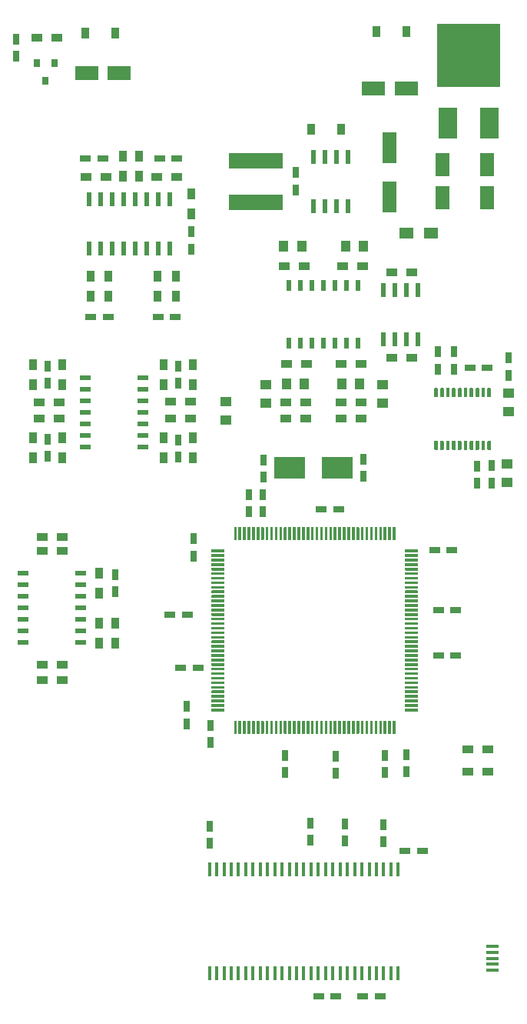
<source format=gbr>
G04 #@! TF.GenerationSoftware,KiCad,Pcbnew,(5.1.5)-3*
G04 #@! TF.CreationDate,2020-11-23T20:36:50+00:00*
G04 #@! TF.ProjectId,Retrospector_Components,52657472-6f73-4706-9563-746f725f436f,rev?*
G04 #@! TF.SameCoordinates,Original*
G04 #@! TF.FileFunction,Paste,Top*
G04 #@! TF.FilePolarity,Positive*
%FSLAX46Y46*%
G04 Gerber Fmt 4.6, Leading zero omitted, Abs format (unit mm)*
G04 Created by KiCad (PCBNEW (5.1.5)-3) date 2020-11-23 20:36:50*
%MOMM*%
%LPD*%
G04 APERTURE LIST*
%ADD10R,0.600000X1.550000*%
%ADD11C,0.100000*%
%ADD12R,5.900000X1.800000*%
%ADD13R,0.900000X1.200000*%
%ADD14R,1.600000X3.500000*%
%ADD15R,0.750000X1.200000*%
%ADD16R,2.600000X1.600000*%
%ADD17R,1.600000X2.600000*%
%ADD18R,2.000000X3.500000*%
%ADD19R,7.000000X7.000000*%
%ADD20R,1.200000X0.900000*%
%ADD21R,3.500000X2.400000*%
%ADD22R,1.200000X0.750000*%
%ADD23R,1.250000X1.000000*%
%ADD24R,1.350000X0.400000*%
%ADD25R,1.500000X1.300000*%
%ADD26R,0.458000X1.510000*%
%ADD27R,0.600000X1.500000*%
%ADD28R,0.508000X1.143000*%
%ADD29R,1.143000X0.508000*%
%ADD30R,0.800000X0.900000*%
%ADD31R,1.000000X1.250000*%
G04 APERTURE END LIST*
D10*
X146405000Y-80500000D03*
X145135000Y-80500000D03*
X143865000Y-80500000D03*
X142595000Y-80500000D03*
X142595000Y-85900000D03*
X143865000Y-85900000D03*
X145135000Y-85900000D03*
X146405000Y-85900000D03*
D11*
G36*
X154359802Y-97050482D02*
G01*
X154369509Y-97051921D01*
X154379028Y-97054306D01*
X154388268Y-97057612D01*
X154397140Y-97061808D01*
X154405557Y-97066853D01*
X154413439Y-97072699D01*
X154420711Y-97079289D01*
X154427301Y-97086561D01*
X154433147Y-97094443D01*
X154438192Y-97102860D01*
X154442388Y-97111732D01*
X154445694Y-97120972D01*
X154448079Y-97130491D01*
X154449518Y-97140198D01*
X154450000Y-97150000D01*
X154450000Y-97950000D01*
X154449518Y-97959802D01*
X154448079Y-97969509D01*
X154445694Y-97979028D01*
X154442388Y-97988268D01*
X154438192Y-97997140D01*
X154433147Y-98005557D01*
X154427301Y-98013439D01*
X154420711Y-98020711D01*
X154413439Y-98027301D01*
X154405557Y-98033147D01*
X154397140Y-98038192D01*
X154388268Y-98042388D01*
X154379028Y-98045694D01*
X154369509Y-98048079D01*
X154359802Y-98049518D01*
X154350000Y-98050000D01*
X154150000Y-98050000D01*
X154140198Y-98049518D01*
X154130491Y-98048079D01*
X154120972Y-98045694D01*
X154111732Y-98042388D01*
X154102860Y-98038192D01*
X154094443Y-98033147D01*
X154086561Y-98027301D01*
X154079289Y-98020711D01*
X154072699Y-98013439D01*
X154066853Y-98005557D01*
X154061808Y-97997140D01*
X154057612Y-97988268D01*
X154054306Y-97979028D01*
X154051921Y-97969509D01*
X154050482Y-97959802D01*
X154050000Y-97950000D01*
X154050000Y-97150000D01*
X154050482Y-97140198D01*
X154051921Y-97130491D01*
X154054306Y-97120972D01*
X154057612Y-97111732D01*
X154061808Y-97102860D01*
X154066853Y-97094443D01*
X154072699Y-97086561D01*
X154079289Y-97079289D01*
X154086561Y-97072699D01*
X154094443Y-97066853D01*
X154102860Y-97061808D01*
X154111732Y-97057612D01*
X154120972Y-97054306D01*
X154130491Y-97051921D01*
X154140198Y-97050482D01*
X154150000Y-97050000D01*
X154350000Y-97050000D01*
X154359802Y-97050482D01*
G37*
G36*
X153709802Y-97050482D02*
G01*
X153719509Y-97051921D01*
X153729028Y-97054306D01*
X153738268Y-97057612D01*
X153747140Y-97061808D01*
X153755557Y-97066853D01*
X153763439Y-97072699D01*
X153770711Y-97079289D01*
X153777301Y-97086561D01*
X153783147Y-97094443D01*
X153788192Y-97102860D01*
X153792388Y-97111732D01*
X153795694Y-97120972D01*
X153798079Y-97130491D01*
X153799518Y-97140198D01*
X153800000Y-97150000D01*
X153800000Y-97950000D01*
X153799518Y-97959802D01*
X153798079Y-97969509D01*
X153795694Y-97979028D01*
X153792388Y-97988268D01*
X153788192Y-97997140D01*
X153783147Y-98005557D01*
X153777301Y-98013439D01*
X153770711Y-98020711D01*
X153763439Y-98027301D01*
X153755557Y-98033147D01*
X153747140Y-98038192D01*
X153738268Y-98042388D01*
X153729028Y-98045694D01*
X153719509Y-98048079D01*
X153709802Y-98049518D01*
X153700000Y-98050000D01*
X153500000Y-98050000D01*
X153490198Y-98049518D01*
X153480491Y-98048079D01*
X153470972Y-98045694D01*
X153461732Y-98042388D01*
X153452860Y-98038192D01*
X153444443Y-98033147D01*
X153436561Y-98027301D01*
X153429289Y-98020711D01*
X153422699Y-98013439D01*
X153416853Y-98005557D01*
X153411808Y-97997140D01*
X153407612Y-97988268D01*
X153404306Y-97979028D01*
X153401921Y-97969509D01*
X153400482Y-97959802D01*
X153400000Y-97950000D01*
X153400000Y-97150000D01*
X153400482Y-97140198D01*
X153401921Y-97130491D01*
X153404306Y-97120972D01*
X153407612Y-97111732D01*
X153411808Y-97102860D01*
X153416853Y-97094443D01*
X153422699Y-97086561D01*
X153429289Y-97079289D01*
X153436561Y-97072699D01*
X153444443Y-97066853D01*
X153452860Y-97061808D01*
X153461732Y-97057612D01*
X153470972Y-97054306D01*
X153480491Y-97051921D01*
X153490198Y-97050482D01*
X153500000Y-97050000D01*
X153700000Y-97050000D01*
X153709802Y-97050482D01*
G37*
G36*
X153059802Y-97050482D02*
G01*
X153069509Y-97051921D01*
X153079028Y-97054306D01*
X153088268Y-97057612D01*
X153097140Y-97061808D01*
X153105557Y-97066853D01*
X153113439Y-97072699D01*
X153120711Y-97079289D01*
X153127301Y-97086561D01*
X153133147Y-97094443D01*
X153138192Y-97102860D01*
X153142388Y-97111732D01*
X153145694Y-97120972D01*
X153148079Y-97130491D01*
X153149518Y-97140198D01*
X153150000Y-97150000D01*
X153150000Y-97950000D01*
X153149518Y-97959802D01*
X153148079Y-97969509D01*
X153145694Y-97979028D01*
X153142388Y-97988268D01*
X153138192Y-97997140D01*
X153133147Y-98005557D01*
X153127301Y-98013439D01*
X153120711Y-98020711D01*
X153113439Y-98027301D01*
X153105557Y-98033147D01*
X153097140Y-98038192D01*
X153088268Y-98042388D01*
X153079028Y-98045694D01*
X153069509Y-98048079D01*
X153059802Y-98049518D01*
X153050000Y-98050000D01*
X152850000Y-98050000D01*
X152840198Y-98049518D01*
X152830491Y-98048079D01*
X152820972Y-98045694D01*
X152811732Y-98042388D01*
X152802860Y-98038192D01*
X152794443Y-98033147D01*
X152786561Y-98027301D01*
X152779289Y-98020711D01*
X152772699Y-98013439D01*
X152766853Y-98005557D01*
X152761808Y-97997140D01*
X152757612Y-97988268D01*
X152754306Y-97979028D01*
X152751921Y-97969509D01*
X152750482Y-97959802D01*
X152750000Y-97950000D01*
X152750000Y-97150000D01*
X152750482Y-97140198D01*
X152751921Y-97130491D01*
X152754306Y-97120972D01*
X152757612Y-97111732D01*
X152761808Y-97102860D01*
X152766853Y-97094443D01*
X152772699Y-97086561D01*
X152779289Y-97079289D01*
X152786561Y-97072699D01*
X152794443Y-97066853D01*
X152802860Y-97061808D01*
X152811732Y-97057612D01*
X152820972Y-97054306D01*
X152830491Y-97051921D01*
X152840198Y-97050482D01*
X152850000Y-97050000D01*
X153050000Y-97050000D01*
X153059802Y-97050482D01*
G37*
G36*
X152409802Y-97050482D02*
G01*
X152419509Y-97051921D01*
X152429028Y-97054306D01*
X152438268Y-97057612D01*
X152447140Y-97061808D01*
X152455557Y-97066853D01*
X152463439Y-97072699D01*
X152470711Y-97079289D01*
X152477301Y-97086561D01*
X152483147Y-97094443D01*
X152488192Y-97102860D01*
X152492388Y-97111732D01*
X152495694Y-97120972D01*
X152498079Y-97130491D01*
X152499518Y-97140198D01*
X152500000Y-97150000D01*
X152500000Y-97950000D01*
X152499518Y-97959802D01*
X152498079Y-97969509D01*
X152495694Y-97979028D01*
X152492388Y-97988268D01*
X152488192Y-97997140D01*
X152483147Y-98005557D01*
X152477301Y-98013439D01*
X152470711Y-98020711D01*
X152463439Y-98027301D01*
X152455557Y-98033147D01*
X152447140Y-98038192D01*
X152438268Y-98042388D01*
X152429028Y-98045694D01*
X152419509Y-98048079D01*
X152409802Y-98049518D01*
X152400000Y-98050000D01*
X152200000Y-98050000D01*
X152190198Y-98049518D01*
X152180491Y-98048079D01*
X152170972Y-98045694D01*
X152161732Y-98042388D01*
X152152860Y-98038192D01*
X152144443Y-98033147D01*
X152136561Y-98027301D01*
X152129289Y-98020711D01*
X152122699Y-98013439D01*
X152116853Y-98005557D01*
X152111808Y-97997140D01*
X152107612Y-97988268D01*
X152104306Y-97979028D01*
X152101921Y-97969509D01*
X152100482Y-97959802D01*
X152100000Y-97950000D01*
X152100000Y-97150000D01*
X152100482Y-97140198D01*
X152101921Y-97130491D01*
X152104306Y-97120972D01*
X152107612Y-97111732D01*
X152111808Y-97102860D01*
X152116853Y-97094443D01*
X152122699Y-97086561D01*
X152129289Y-97079289D01*
X152136561Y-97072699D01*
X152144443Y-97066853D01*
X152152860Y-97061808D01*
X152161732Y-97057612D01*
X152170972Y-97054306D01*
X152180491Y-97051921D01*
X152190198Y-97050482D01*
X152200000Y-97050000D01*
X152400000Y-97050000D01*
X152409802Y-97050482D01*
G37*
G36*
X151759802Y-97050482D02*
G01*
X151769509Y-97051921D01*
X151779028Y-97054306D01*
X151788268Y-97057612D01*
X151797140Y-97061808D01*
X151805557Y-97066853D01*
X151813439Y-97072699D01*
X151820711Y-97079289D01*
X151827301Y-97086561D01*
X151833147Y-97094443D01*
X151838192Y-97102860D01*
X151842388Y-97111732D01*
X151845694Y-97120972D01*
X151848079Y-97130491D01*
X151849518Y-97140198D01*
X151850000Y-97150000D01*
X151850000Y-97950000D01*
X151849518Y-97959802D01*
X151848079Y-97969509D01*
X151845694Y-97979028D01*
X151842388Y-97988268D01*
X151838192Y-97997140D01*
X151833147Y-98005557D01*
X151827301Y-98013439D01*
X151820711Y-98020711D01*
X151813439Y-98027301D01*
X151805557Y-98033147D01*
X151797140Y-98038192D01*
X151788268Y-98042388D01*
X151779028Y-98045694D01*
X151769509Y-98048079D01*
X151759802Y-98049518D01*
X151750000Y-98050000D01*
X151550000Y-98050000D01*
X151540198Y-98049518D01*
X151530491Y-98048079D01*
X151520972Y-98045694D01*
X151511732Y-98042388D01*
X151502860Y-98038192D01*
X151494443Y-98033147D01*
X151486561Y-98027301D01*
X151479289Y-98020711D01*
X151472699Y-98013439D01*
X151466853Y-98005557D01*
X151461808Y-97997140D01*
X151457612Y-97988268D01*
X151454306Y-97979028D01*
X151451921Y-97969509D01*
X151450482Y-97959802D01*
X151450000Y-97950000D01*
X151450000Y-97150000D01*
X151450482Y-97140198D01*
X151451921Y-97130491D01*
X151454306Y-97120972D01*
X151457612Y-97111732D01*
X151461808Y-97102860D01*
X151466853Y-97094443D01*
X151472699Y-97086561D01*
X151479289Y-97079289D01*
X151486561Y-97072699D01*
X151494443Y-97066853D01*
X151502860Y-97061808D01*
X151511732Y-97057612D01*
X151520972Y-97054306D01*
X151530491Y-97051921D01*
X151540198Y-97050482D01*
X151550000Y-97050000D01*
X151750000Y-97050000D01*
X151759802Y-97050482D01*
G37*
G36*
X151109802Y-97050482D02*
G01*
X151119509Y-97051921D01*
X151129028Y-97054306D01*
X151138268Y-97057612D01*
X151147140Y-97061808D01*
X151155557Y-97066853D01*
X151163439Y-97072699D01*
X151170711Y-97079289D01*
X151177301Y-97086561D01*
X151183147Y-97094443D01*
X151188192Y-97102860D01*
X151192388Y-97111732D01*
X151195694Y-97120972D01*
X151198079Y-97130491D01*
X151199518Y-97140198D01*
X151200000Y-97150000D01*
X151200000Y-97950000D01*
X151199518Y-97959802D01*
X151198079Y-97969509D01*
X151195694Y-97979028D01*
X151192388Y-97988268D01*
X151188192Y-97997140D01*
X151183147Y-98005557D01*
X151177301Y-98013439D01*
X151170711Y-98020711D01*
X151163439Y-98027301D01*
X151155557Y-98033147D01*
X151147140Y-98038192D01*
X151138268Y-98042388D01*
X151129028Y-98045694D01*
X151119509Y-98048079D01*
X151109802Y-98049518D01*
X151100000Y-98050000D01*
X150900000Y-98050000D01*
X150890198Y-98049518D01*
X150880491Y-98048079D01*
X150870972Y-98045694D01*
X150861732Y-98042388D01*
X150852860Y-98038192D01*
X150844443Y-98033147D01*
X150836561Y-98027301D01*
X150829289Y-98020711D01*
X150822699Y-98013439D01*
X150816853Y-98005557D01*
X150811808Y-97997140D01*
X150807612Y-97988268D01*
X150804306Y-97979028D01*
X150801921Y-97969509D01*
X150800482Y-97959802D01*
X150800000Y-97950000D01*
X150800000Y-97150000D01*
X150800482Y-97140198D01*
X150801921Y-97130491D01*
X150804306Y-97120972D01*
X150807612Y-97111732D01*
X150811808Y-97102860D01*
X150816853Y-97094443D01*
X150822699Y-97086561D01*
X150829289Y-97079289D01*
X150836561Y-97072699D01*
X150844443Y-97066853D01*
X150852860Y-97061808D01*
X150861732Y-97057612D01*
X150870972Y-97054306D01*
X150880491Y-97051921D01*
X150890198Y-97050482D01*
X150900000Y-97050000D01*
X151100000Y-97050000D01*
X151109802Y-97050482D01*
G37*
G36*
X150459802Y-97050482D02*
G01*
X150469509Y-97051921D01*
X150479028Y-97054306D01*
X150488268Y-97057612D01*
X150497140Y-97061808D01*
X150505557Y-97066853D01*
X150513439Y-97072699D01*
X150520711Y-97079289D01*
X150527301Y-97086561D01*
X150533147Y-97094443D01*
X150538192Y-97102860D01*
X150542388Y-97111732D01*
X150545694Y-97120972D01*
X150548079Y-97130491D01*
X150549518Y-97140198D01*
X150550000Y-97150000D01*
X150550000Y-97950000D01*
X150549518Y-97959802D01*
X150548079Y-97969509D01*
X150545694Y-97979028D01*
X150542388Y-97988268D01*
X150538192Y-97997140D01*
X150533147Y-98005557D01*
X150527301Y-98013439D01*
X150520711Y-98020711D01*
X150513439Y-98027301D01*
X150505557Y-98033147D01*
X150497140Y-98038192D01*
X150488268Y-98042388D01*
X150479028Y-98045694D01*
X150469509Y-98048079D01*
X150459802Y-98049518D01*
X150450000Y-98050000D01*
X150250000Y-98050000D01*
X150240198Y-98049518D01*
X150230491Y-98048079D01*
X150220972Y-98045694D01*
X150211732Y-98042388D01*
X150202860Y-98038192D01*
X150194443Y-98033147D01*
X150186561Y-98027301D01*
X150179289Y-98020711D01*
X150172699Y-98013439D01*
X150166853Y-98005557D01*
X150161808Y-97997140D01*
X150157612Y-97988268D01*
X150154306Y-97979028D01*
X150151921Y-97969509D01*
X150150482Y-97959802D01*
X150150000Y-97950000D01*
X150150000Y-97150000D01*
X150150482Y-97140198D01*
X150151921Y-97130491D01*
X150154306Y-97120972D01*
X150157612Y-97111732D01*
X150161808Y-97102860D01*
X150166853Y-97094443D01*
X150172699Y-97086561D01*
X150179289Y-97079289D01*
X150186561Y-97072699D01*
X150194443Y-97066853D01*
X150202860Y-97061808D01*
X150211732Y-97057612D01*
X150220972Y-97054306D01*
X150230491Y-97051921D01*
X150240198Y-97050482D01*
X150250000Y-97050000D01*
X150450000Y-97050000D01*
X150459802Y-97050482D01*
G37*
G36*
X149809802Y-97050482D02*
G01*
X149819509Y-97051921D01*
X149829028Y-97054306D01*
X149838268Y-97057612D01*
X149847140Y-97061808D01*
X149855557Y-97066853D01*
X149863439Y-97072699D01*
X149870711Y-97079289D01*
X149877301Y-97086561D01*
X149883147Y-97094443D01*
X149888192Y-97102860D01*
X149892388Y-97111732D01*
X149895694Y-97120972D01*
X149898079Y-97130491D01*
X149899518Y-97140198D01*
X149900000Y-97150000D01*
X149900000Y-97950000D01*
X149899518Y-97959802D01*
X149898079Y-97969509D01*
X149895694Y-97979028D01*
X149892388Y-97988268D01*
X149888192Y-97997140D01*
X149883147Y-98005557D01*
X149877301Y-98013439D01*
X149870711Y-98020711D01*
X149863439Y-98027301D01*
X149855557Y-98033147D01*
X149847140Y-98038192D01*
X149838268Y-98042388D01*
X149829028Y-98045694D01*
X149819509Y-98048079D01*
X149809802Y-98049518D01*
X149800000Y-98050000D01*
X149600000Y-98050000D01*
X149590198Y-98049518D01*
X149580491Y-98048079D01*
X149570972Y-98045694D01*
X149561732Y-98042388D01*
X149552860Y-98038192D01*
X149544443Y-98033147D01*
X149536561Y-98027301D01*
X149529289Y-98020711D01*
X149522699Y-98013439D01*
X149516853Y-98005557D01*
X149511808Y-97997140D01*
X149507612Y-97988268D01*
X149504306Y-97979028D01*
X149501921Y-97969509D01*
X149500482Y-97959802D01*
X149500000Y-97950000D01*
X149500000Y-97150000D01*
X149500482Y-97140198D01*
X149501921Y-97130491D01*
X149504306Y-97120972D01*
X149507612Y-97111732D01*
X149511808Y-97102860D01*
X149516853Y-97094443D01*
X149522699Y-97086561D01*
X149529289Y-97079289D01*
X149536561Y-97072699D01*
X149544443Y-97066853D01*
X149552860Y-97061808D01*
X149561732Y-97057612D01*
X149570972Y-97054306D01*
X149580491Y-97051921D01*
X149590198Y-97050482D01*
X149600000Y-97050000D01*
X149800000Y-97050000D01*
X149809802Y-97050482D01*
G37*
G36*
X149159802Y-97050482D02*
G01*
X149169509Y-97051921D01*
X149179028Y-97054306D01*
X149188268Y-97057612D01*
X149197140Y-97061808D01*
X149205557Y-97066853D01*
X149213439Y-97072699D01*
X149220711Y-97079289D01*
X149227301Y-97086561D01*
X149233147Y-97094443D01*
X149238192Y-97102860D01*
X149242388Y-97111732D01*
X149245694Y-97120972D01*
X149248079Y-97130491D01*
X149249518Y-97140198D01*
X149250000Y-97150000D01*
X149250000Y-97950000D01*
X149249518Y-97959802D01*
X149248079Y-97969509D01*
X149245694Y-97979028D01*
X149242388Y-97988268D01*
X149238192Y-97997140D01*
X149233147Y-98005557D01*
X149227301Y-98013439D01*
X149220711Y-98020711D01*
X149213439Y-98027301D01*
X149205557Y-98033147D01*
X149197140Y-98038192D01*
X149188268Y-98042388D01*
X149179028Y-98045694D01*
X149169509Y-98048079D01*
X149159802Y-98049518D01*
X149150000Y-98050000D01*
X148950000Y-98050000D01*
X148940198Y-98049518D01*
X148930491Y-98048079D01*
X148920972Y-98045694D01*
X148911732Y-98042388D01*
X148902860Y-98038192D01*
X148894443Y-98033147D01*
X148886561Y-98027301D01*
X148879289Y-98020711D01*
X148872699Y-98013439D01*
X148866853Y-98005557D01*
X148861808Y-97997140D01*
X148857612Y-97988268D01*
X148854306Y-97979028D01*
X148851921Y-97969509D01*
X148850482Y-97959802D01*
X148850000Y-97950000D01*
X148850000Y-97150000D01*
X148850482Y-97140198D01*
X148851921Y-97130491D01*
X148854306Y-97120972D01*
X148857612Y-97111732D01*
X148861808Y-97102860D01*
X148866853Y-97094443D01*
X148872699Y-97086561D01*
X148879289Y-97079289D01*
X148886561Y-97072699D01*
X148894443Y-97066853D01*
X148902860Y-97061808D01*
X148911732Y-97057612D01*
X148920972Y-97054306D01*
X148930491Y-97051921D01*
X148940198Y-97050482D01*
X148950000Y-97050000D01*
X149150000Y-97050000D01*
X149159802Y-97050482D01*
G37*
G36*
X148509802Y-97050482D02*
G01*
X148519509Y-97051921D01*
X148529028Y-97054306D01*
X148538268Y-97057612D01*
X148547140Y-97061808D01*
X148555557Y-97066853D01*
X148563439Y-97072699D01*
X148570711Y-97079289D01*
X148577301Y-97086561D01*
X148583147Y-97094443D01*
X148588192Y-97102860D01*
X148592388Y-97111732D01*
X148595694Y-97120972D01*
X148598079Y-97130491D01*
X148599518Y-97140198D01*
X148600000Y-97150000D01*
X148600000Y-97950000D01*
X148599518Y-97959802D01*
X148598079Y-97969509D01*
X148595694Y-97979028D01*
X148592388Y-97988268D01*
X148588192Y-97997140D01*
X148583147Y-98005557D01*
X148577301Y-98013439D01*
X148570711Y-98020711D01*
X148563439Y-98027301D01*
X148555557Y-98033147D01*
X148547140Y-98038192D01*
X148538268Y-98042388D01*
X148529028Y-98045694D01*
X148519509Y-98048079D01*
X148509802Y-98049518D01*
X148500000Y-98050000D01*
X148300000Y-98050000D01*
X148290198Y-98049518D01*
X148280491Y-98048079D01*
X148270972Y-98045694D01*
X148261732Y-98042388D01*
X148252860Y-98038192D01*
X148244443Y-98033147D01*
X148236561Y-98027301D01*
X148229289Y-98020711D01*
X148222699Y-98013439D01*
X148216853Y-98005557D01*
X148211808Y-97997140D01*
X148207612Y-97988268D01*
X148204306Y-97979028D01*
X148201921Y-97969509D01*
X148200482Y-97959802D01*
X148200000Y-97950000D01*
X148200000Y-97150000D01*
X148200482Y-97140198D01*
X148201921Y-97130491D01*
X148204306Y-97120972D01*
X148207612Y-97111732D01*
X148211808Y-97102860D01*
X148216853Y-97094443D01*
X148222699Y-97086561D01*
X148229289Y-97079289D01*
X148236561Y-97072699D01*
X148244443Y-97066853D01*
X148252860Y-97061808D01*
X148261732Y-97057612D01*
X148270972Y-97054306D01*
X148280491Y-97051921D01*
X148290198Y-97050482D01*
X148300000Y-97050000D01*
X148500000Y-97050000D01*
X148509802Y-97050482D01*
G37*
G36*
X148509802Y-91250482D02*
G01*
X148519509Y-91251921D01*
X148529028Y-91254306D01*
X148538268Y-91257612D01*
X148547140Y-91261808D01*
X148555557Y-91266853D01*
X148563439Y-91272699D01*
X148570711Y-91279289D01*
X148577301Y-91286561D01*
X148583147Y-91294443D01*
X148588192Y-91302860D01*
X148592388Y-91311732D01*
X148595694Y-91320972D01*
X148598079Y-91330491D01*
X148599518Y-91340198D01*
X148600000Y-91350000D01*
X148600000Y-92150000D01*
X148599518Y-92159802D01*
X148598079Y-92169509D01*
X148595694Y-92179028D01*
X148592388Y-92188268D01*
X148588192Y-92197140D01*
X148583147Y-92205557D01*
X148577301Y-92213439D01*
X148570711Y-92220711D01*
X148563439Y-92227301D01*
X148555557Y-92233147D01*
X148547140Y-92238192D01*
X148538268Y-92242388D01*
X148529028Y-92245694D01*
X148519509Y-92248079D01*
X148509802Y-92249518D01*
X148500000Y-92250000D01*
X148300000Y-92250000D01*
X148290198Y-92249518D01*
X148280491Y-92248079D01*
X148270972Y-92245694D01*
X148261732Y-92242388D01*
X148252860Y-92238192D01*
X148244443Y-92233147D01*
X148236561Y-92227301D01*
X148229289Y-92220711D01*
X148222699Y-92213439D01*
X148216853Y-92205557D01*
X148211808Y-92197140D01*
X148207612Y-92188268D01*
X148204306Y-92179028D01*
X148201921Y-92169509D01*
X148200482Y-92159802D01*
X148200000Y-92150000D01*
X148200000Y-91350000D01*
X148200482Y-91340198D01*
X148201921Y-91330491D01*
X148204306Y-91320972D01*
X148207612Y-91311732D01*
X148211808Y-91302860D01*
X148216853Y-91294443D01*
X148222699Y-91286561D01*
X148229289Y-91279289D01*
X148236561Y-91272699D01*
X148244443Y-91266853D01*
X148252860Y-91261808D01*
X148261732Y-91257612D01*
X148270972Y-91254306D01*
X148280491Y-91251921D01*
X148290198Y-91250482D01*
X148300000Y-91250000D01*
X148500000Y-91250000D01*
X148509802Y-91250482D01*
G37*
G36*
X149159802Y-91250482D02*
G01*
X149169509Y-91251921D01*
X149179028Y-91254306D01*
X149188268Y-91257612D01*
X149197140Y-91261808D01*
X149205557Y-91266853D01*
X149213439Y-91272699D01*
X149220711Y-91279289D01*
X149227301Y-91286561D01*
X149233147Y-91294443D01*
X149238192Y-91302860D01*
X149242388Y-91311732D01*
X149245694Y-91320972D01*
X149248079Y-91330491D01*
X149249518Y-91340198D01*
X149250000Y-91350000D01*
X149250000Y-92150000D01*
X149249518Y-92159802D01*
X149248079Y-92169509D01*
X149245694Y-92179028D01*
X149242388Y-92188268D01*
X149238192Y-92197140D01*
X149233147Y-92205557D01*
X149227301Y-92213439D01*
X149220711Y-92220711D01*
X149213439Y-92227301D01*
X149205557Y-92233147D01*
X149197140Y-92238192D01*
X149188268Y-92242388D01*
X149179028Y-92245694D01*
X149169509Y-92248079D01*
X149159802Y-92249518D01*
X149150000Y-92250000D01*
X148950000Y-92250000D01*
X148940198Y-92249518D01*
X148930491Y-92248079D01*
X148920972Y-92245694D01*
X148911732Y-92242388D01*
X148902860Y-92238192D01*
X148894443Y-92233147D01*
X148886561Y-92227301D01*
X148879289Y-92220711D01*
X148872699Y-92213439D01*
X148866853Y-92205557D01*
X148861808Y-92197140D01*
X148857612Y-92188268D01*
X148854306Y-92179028D01*
X148851921Y-92169509D01*
X148850482Y-92159802D01*
X148850000Y-92150000D01*
X148850000Y-91350000D01*
X148850482Y-91340198D01*
X148851921Y-91330491D01*
X148854306Y-91320972D01*
X148857612Y-91311732D01*
X148861808Y-91302860D01*
X148866853Y-91294443D01*
X148872699Y-91286561D01*
X148879289Y-91279289D01*
X148886561Y-91272699D01*
X148894443Y-91266853D01*
X148902860Y-91261808D01*
X148911732Y-91257612D01*
X148920972Y-91254306D01*
X148930491Y-91251921D01*
X148940198Y-91250482D01*
X148950000Y-91250000D01*
X149150000Y-91250000D01*
X149159802Y-91250482D01*
G37*
G36*
X149809802Y-91250482D02*
G01*
X149819509Y-91251921D01*
X149829028Y-91254306D01*
X149838268Y-91257612D01*
X149847140Y-91261808D01*
X149855557Y-91266853D01*
X149863439Y-91272699D01*
X149870711Y-91279289D01*
X149877301Y-91286561D01*
X149883147Y-91294443D01*
X149888192Y-91302860D01*
X149892388Y-91311732D01*
X149895694Y-91320972D01*
X149898079Y-91330491D01*
X149899518Y-91340198D01*
X149900000Y-91350000D01*
X149900000Y-92150000D01*
X149899518Y-92159802D01*
X149898079Y-92169509D01*
X149895694Y-92179028D01*
X149892388Y-92188268D01*
X149888192Y-92197140D01*
X149883147Y-92205557D01*
X149877301Y-92213439D01*
X149870711Y-92220711D01*
X149863439Y-92227301D01*
X149855557Y-92233147D01*
X149847140Y-92238192D01*
X149838268Y-92242388D01*
X149829028Y-92245694D01*
X149819509Y-92248079D01*
X149809802Y-92249518D01*
X149800000Y-92250000D01*
X149600000Y-92250000D01*
X149590198Y-92249518D01*
X149580491Y-92248079D01*
X149570972Y-92245694D01*
X149561732Y-92242388D01*
X149552860Y-92238192D01*
X149544443Y-92233147D01*
X149536561Y-92227301D01*
X149529289Y-92220711D01*
X149522699Y-92213439D01*
X149516853Y-92205557D01*
X149511808Y-92197140D01*
X149507612Y-92188268D01*
X149504306Y-92179028D01*
X149501921Y-92169509D01*
X149500482Y-92159802D01*
X149500000Y-92150000D01*
X149500000Y-91350000D01*
X149500482Y-91340198D01*
X149501921Y-91330491D01*
X149504306Y-91320972D01*
X149507612Y-91311732D01*
X149511808Y-91302860D01*
X149516853Y-91294443D01*
X149522699Y-91286561D01*
X149529289Y-91279289D01*
X149536561Y-91272699D01*
X149544443Y-91266853D01*
X149552860Y-91261808D01*
X149561732Y-91257612D01*
X149570972Y-91254306D01*
X149580491Y-91251921D01*
X149590198Y-91250482D01*
X149600000Y-91250000D01*
X149800000Y-91250000D01*
X149809802Y-91250482D01*
G37*
G36*
X150459802Y-91250482D02*
G01*
X150469509Y-91251921D01*
X150479028Y-91254306D01*
X150488268Y-91257612D01*
X150497140Y-91261808D01*
X150505557Y-91266853D01*
X150513439Y-91272699D01*
X150520711Y-91279289D01*
X150527301Y-91286561D01*
X150533147Y-91294443D01*
X150538192Y-91302860D01*
X150542388Y-91311732D01*
X150545694Y-91320972D01*
X150548079Y-91330491D01*
X150549518Y-91340198D01*
X150550000Y-91350000D01*
X150550000Y-92150000D01*
X150549518Y-92159802D01*
X150548079Y-92169509D01*
X150545694Y-92179028D01*
X150542388Y-92188268D01*
X150538192Y-92197140D01*
X150533147Y-92205557D01*
X150527301Y-92213439D01*
X150520711Y-92220711D01*
X150513439Y-92227301D01*
X150505557Y-92233147D01*
X150497140Y-92238192D01*
X150488268Y-92242388D01*
X150479028Y-92245694D01*
X150469509Y-92248079D01*
X150459802Y-92249518D01*
X150450000Y-92250000D01*
X150250000Y-92250000D01*
X150240198Y-92249518D01*
X150230491Y-92248079D01*
X150220972Y-92245694D01*
X150211732Y-92242388D01*
X150202860Y-92238192D01*
X150194443Y-92233147D01*
X150186561Y-92227301D01*
X150179289Y-92220711D01*
X150172699Y-92213439D01*
X150166853Y-92205557D01*
X150161808Y-92197140D01*
X150157612Y-92188268D01*
X150154306Y-92179028D01*
X150151921Y-92169509D01*
X150150482Y-92159802D01*
X150150000Y-92150000D01*
X150150000Y-91350000D01*
X150150482Y-91340198D01*
X150151921Y-91330491D01*
X150154306Y-91320972D01*
X150157612Y-91311732D01*
X150161808Y-91302860D01*
X150166853Y-91294443D01*
X150172699Y-91286561D01*
X150179289Y-91279289D01*
X150186561Y-91272699D01*
X150194443Y-91266853D01*
X150202860Y-91261808D01*
X150211732Y-91257612D01*
X150220972Y-91254306D01*
X150230491Y-91251921D01*
X150240198Y-91250482D01*
X150250000Y-91250000D01*
X150450000Y-91250000D01*
X150459802Y-91250482D01*
G37*
G36*
X151109802Y-91250482D02*
G01*
X151119509Y-91251921D01*
X151129028Y-91254306D01*
X151138268Y-91257612D01*
X151147140Y-91261808D01*
X151155557Y-91266853D01*
X151163439Y-91272699D01*
X151170711Y-91279289D01*
X151177301Y-91286561D01*
X151183147Y-91294443D01*
X151188192Y-91302860D01*
X151192388Y-91311732D01*
X151195694Y-91320972D01*
X151198079Y-91330491D01*
X151199518Y-91340198D01*
X151200000Y-91350000D01*
X151200000Y-92150000D01*
X151199518Y-92159802D01*
X151198079Y-92169509D01*
X151195694Y-92179028D01*
X151192388Y-92188268D01*
X151188192Y-92197140D01*
X151183147Y-92205557D01*
X151177301Y-92213439D01*
X151170711Y-92220711D01*
X151163439Y-92227301D01*
X151155557Y-92233147D01*
X151147140Y-92238192D01*
X151138268Y-92242388D01*
X151129028Y-92245694D01*
X151119509Y-92248079D01*
X151109802Y-92249518D01*
X151100000Y-92250000D01*
X150900000Y-92250000D01*
X150890198Y-92249518D01*
X150880491Y-92248079D01*
X150870972Y-92245694D01*
X150861732Y-92242388D01*
X150852860Y-92238192D01*
X150844443Y-92233147D01*
X150836561Y-92227301D01*
X150829289Y-92220711D01*
X150822699Y-92213439D01*
X150816853Y-92205557D01*
X150811808Y-92197140D01*
X150807612Y-92188268D01*
X150804306Y-92179028D01*
X150801921Y-92169509D01*
X150800482Y-92159802D01*
X150800000Y-92150000D01*
X150800000Y-91350000D01*
X150800482Y-91340198D01*
X150801921Y-91330491D01*
X150804306Y-91320972D01*
X150807612Y-91311732D01*
X150811808Y-91302860D01*
X150816853Y-91294443D01*
X150822699Y-91286561D01*
X150829289Y-91279289D01*
X150836561Y-91272699D01*
X150844443Y-91266853D01*
X150852860Y-91261808D01*
X150861732Y-91257612D01*
X150870972Y-91254306D01*
X150880491Y-91251921D01*
X150890198Y-91250482D01*
X150900000Y-91250000D01*
X151100000Y-91250000D01*
X151109802Y-91250482D01*
G37*
G36*
X151759802Y-91250482D02*
G01*
X151769509Y-91251921D01*
X151779028Y-91254306D01*
X151788268Y-91257612D01*
X151797140Y-91261808D01*
X151805557Y-91266853D01*
X151813439Y-91272699D01*
X151820711Y-91279289D01*
X151827301Y-91286561D01*
X151833147Y-91294443D01*
X151838192Y-91302860D01*
X151842388Y-91311732D01*
X151845694Y-91320972D01*
X151848079Y-91330491D01*
X151849518Y-91340198D01*
X151850000Y-91350000D01*
X151850000Y-92150000D01*
X151849518Y-92159802D01*
X151848079Y-92169509D01*
X151845694Y-92179028D01*
X151842388Y-92188268D01*
X151838192Y-92197140D01*
X151833147Y-92205557D01*
X151827301Y-92213439D01*
X151820711Y-92220711D01*
X151813439Y-92227301D01*
X151805557Y-92233147D01*
X151797140Y-92238192D01*
X151788268Y-92242388D01*
X151779028Y-92245694D01*
X151769509Y-92248079D01*
X151759802Y-92249518D01*
X151750000Y-92250000D01*
X151550000Y-92250000D01*
X151540198Y-92249518D01*
X151530491Y-92248079D01*
X151520972Y-92245694D01*
X151511732Y-92242388D01*
X151502860Y-92238192D01*
X151494443Y-92233147D01*
X151486561Y-92227301D01*
X151479289Y-92220711D01*
X151472699Y-92213439D01*
X151466853Y-92205557D01*
X151461808Y-92197140D01*
X151457612Y-92188268D01*
X151454306Y-92179028D01*
X151451921Y-92169509D01*
X151450482Y-92159802D01*
X151450000Y-92150000D01*
X151450000Y-91350000D01*
X151450482Y-91340198D01*
X151451921Y-91330491D01*
X151454306Y-91320972D01*
X151457612Y-91311732D01*
X151461808Y-91302860D01*
X151466853Y-91294443D01*
X151472699Y-91286561D01*
X151479289Y-91279289D01*
X151486561Y-91272699D01*
X151494443Y-91266853D01*
X151502860Y-91261808D01*
X151511732Y-91257612D01*
X151520972Y-91254306D01*
X151530491Y-91251921D01*
X151540198Y-91250482D01*
X151550000Y-91250000D01*
X151750000Y-91250000D01*
X151759802Y-91250482D01*
G37*
G36*
X152409802Y-91250482D02*
G01*
X152419509Y-91251921D01*
X152429028Y-91254306D01*
X152438268Y-91257612D01*
X152447140Y-91261808D01*
X152455557Y-91266853D01*
X152463439Y-91272699D01*
X152470711Y-91279289D01*
X152477301Y-91286561D01*
X152483147Y-91294443D01*
X152488192Y-91302860D01*
X152492388Y-91311732D01*
X152495694Y-91320972D01*
X152498079Y-91330491D01*
X152499518Y-91340198D01*
X152500000Y-91350000D01*
X152500000Y-92150000D01*
X152499518Y-92159802D01*
X152498079Y-92169509D01*
X152495694Y-92179028D01*
X152492388Y-92188268D01*
X152488192Y-92197140D01*
X152483147Y-92205557D01*
X152477301Y-92213439D01*
X152470711Y-92220711D01*
X152463439Y-92227301D01*
X152455557Y-92233147D01*
X152447140Y-92238192D01*
X152438268Y-92242388D01*
X152429028Y-92245694D01*
X152419509Y-92248079D01*
X152409802Y-92249518D01*
X152400000Y-92250000D01*
X152200000Y-92250000D01*
X152190198Y-92249518D01*
X152180491Y-92248079D01*
X152170972Y-92245694D01*
X152161732Y-92242388D01*
X152152860Y-92238192D01*
X152144443Y-92233147D01*
X152136561Y-92227301D01*
X152129289Y-92220711D01*
X152122699Y-92213439D01*
X152116853Y-92205557D01*
X152111808Y-92197140D01*
X152107612Y-92188268D01*
X152104306Y-92179028D01*
X152101921Y-92169509D01*
X152100482Y-92159802D01*
X152100000Y-92150000D01*
X152100000Y-91350000D01*
X152100482Y-91340198D01*
X152101921Y-91330491D01*
X152104306Y-91320972D01*
X152107612Y-91311732D01*
X152111808Y-91302860D01*
X152116853Y-91294443D01*
X152122699Y-91286561D01*
X152129289Y-91279289D01*
X152136561Y-91272699D01*
X152144443Y-91266853D01*
X152152860Y-91261808D01*
X152161732Y-91257612D01*
X152170972Y-91254306D01*
X152180491Y-91251921D01*
X152190198Y-91250482D01*
X152200000Y-91250000D01*
X152400000Y-91250000D01*
X152409802Y-91250482D01*
G37*
G36*
X153059802Y-91250482D02*
G01*
X153069509Y-91251921D01*
X153079028Y-91254306D01*
X153088268Y-91257612D01*
X153097140Y-91261808D01*
X153105557Y-91266853D01*
X153113439Y-91272699D01*
X153120711Y-91279289D01*
X153127301Y-91286561D01*
X153133147Y-91294443D01*
X153138192Y-91302860D01*
X153142388Y-91311732D01*
X153145694Y-91320972D01*
X153148079Y-91330491D01*
X153149518Y-91340198D01*
X153150000Y-91350000D01*
X153150000Y-92150000D01*
X153149518Y-92159802D01*
X153148079Y-92169509D01*
X153145694Y-92179028D01*
X153142388Y-92188268D01*
X153138192Y-92197140D01*
X153133147Y-92205557D01*
X153127301Y-92213439D01*
X153120711Y-92220711D01*
X153113439Y-92227301D01*
X153105557Y-92233147D01*
X153097140Y-92238192D01*
X153088268Y-92242388D01*
X153079028Y-92245694D01*
X153069509Y-92248079D01*
X153059802Y-92249518D01*
X153050000Y-92250000D01*
X152850000Y-92250000D01*
X152840198Y-92249518D01*
X152830491Y-92248079D01*
X152820972Y-92245694D01*
X152811732Y-92242388D01*
X152802860Y-92238192D01*
X152794443Y-92233147D01*
X152786561Y-92227301D01*
X152779289Y-92220711D01*
X152772699Y-92213439D01*
X152766853Y-92205557D01*
X152761808Y-92197140D01*
X152757612Y-92188268D01*
X152754306Y-92179028D01*
X152751921Y-92169509D01*
X152750482Y-92159802D01*
X152750000Y-92150000D01*
X152750000Y-91350000D01*
X152750482Y-91340198D01*
X152751921Y-91330491D01*
X152754306Y-91320972D01*
X152757612Y-91311732D01*
X152761808Y-91302860D01*
X152766853Y-91294443D01*
X152772699Y-91286561D01*
X152779289Y-91279289D01*
X152786561Y-91272699D01*
X152794443Y-91266853D01*
X152802860Y-91261808D01*
X152811732Y-91257612D01*
X152820972Y-91254306D01*
X152830491Y-91251921D01*
X152840198Y-91250482D01*
X152850000Y-91250000D01*
X153050000Y-91250000D01*
X153059802Y-91250482D01*
G37*
G36*
X153709802Y-91250482D02*
G01*
X153719509Y-91251921D01*
X153729028Y-91254306D01*
X153738268Y-91257612D01*
X153747140Y-91261808D01*
X153755557Y-91266853D01*
X153763439Y-91272699D01*
X153770711Y-91279289D01*
X153777301Y-91286561D01*
X153783147Y-91294443D01*
X153788192Y-91302860D01*
X153792388Y-91311732D01*
X153795694Y-91320972D01*
X153798079Y-91330491D01*
X153799518Y-91340198D01*
X153800000Y-91350000D01*
X153800000Y-92150000D01*
X153799518Y-92159802D01*
X153798079Y-92169509D01*
X153795694Y-92179028D01*
X153792388Y-92188268D01*
X153788192Y-92197140D01*
X153783147Y-92205557D01*
X153777301Y-92213439D01*
X153770711Y-92220711D01*
X153763439Y-92227301D01*
X153755557Y-92233147D01*
X153747140Y-92238192D01*
X153738268Y-92242388D01*
X153729028Y-92245694D01*
X153719509Y-92248079D01*
X153709802Y-92249518D01*
X153700000Y-92250000D01*
X153500000Y-92250000D01*
X153490198Y-92249518D01*
X153480491Y-92248079D01*
X153470972Y-92245694D01*
X153461732Y-92242388D01*
X153452860Y-92238192D01*
X153444443Y-92233147D01*
X153436561Y-92227301D01*
X153429289Y-92220711D01*
X153422699Y-92213439D01*
X153416853Y-92205557D01*
X153411808Y-92197140D01*
X153407612Y-92188268D01*
X153404306Y-92179028D01*
X153401921Y-92169509D01*
X153400482Y-92159802D01*
X153400000Y-92150000D01*
X153400000Y-91350000D01*
X153400482Y-91340198D01*
X153401921Y-91330491D01*
X153404306Y-91320972D01*
X153407612Y-91311732D01*
X153411808Y-91302860D01*
X153416853Y-91294443D01*
X153422699Y-91286561D01*
X153429289Y-91279289D01*
X153436561Y-91272699D01*
X153444443Y-91266853D01*
X153452860Y-91261808D01*
X153461732Y-91257612D01*
X153470972Y-91254306D01*
X153480491Y-91251921D01*
X153490198Y-91250482D01*
X153500000Y-91250000D01*
X153700000Y-91250000D01*
X153709802Y-91250482D01*
G37*
G36*
X154359802Y-91250482D02*
G01*
X154369509Y-91251921D01*
X154379028Y-91254306D01*
X154388268Y-91257612D01*
X154397140Y-91261808D01*
X154405557Y-91266853D01*
X154413439Y-91272699D01*
X154420711Y-91279289D01*
X154427301Y-91286561D01*
X154433147Y-91294443D01*
X154438192Y-91302860D01*
X154442388Y-91311732D01*
X154445694Y-91320972D01*
X154448079Y-91330491D01*
X154449518Y-91340198D01*
X154450000Y-91350000D01*
X154450000Y-92150000D01*
X154449518Y-92159802D01*
X154448079Y-92169509D01*
X154445694Y-92179028D01*
X154442388Y-92188268D01*
X154438192Y-92197140D01*
X154433147Y-92205557D01*
X154427301Y-92213439D01*
X154420711Y-92220711D01*
X154413439Y-92227301D01*
X154405557Y-92233147D01*
X154397140Y-92238192D01*
X154388268Y-92242388D01*
X154379028Y-92245694D01*
X154369509Y-92248079D01*
X154359802Y-92249518D01*
X154350000Y-92250000D01*
X154150000Y-92250000D01*
X154140198Y-92249518D01*
X154130491Y-92248079D01*
X154120972Y-92245694D01*
X154111732Y-92242388D01*
X154102860Y-92238192D01*
X154094443Y-92233147D01*
X154086561Y-92227301D01*
X154079289Y-92220711D01*
X154072699Y-92213439D01*
X154066853Y-92205557D01*
X154061808Y-92197140D01*
X154057612Y-92188268D01*
X154054306Y-92179028D01*
X154051921Y-92169509D01*
X154050482Y-92159802D01*
X154050000Y-92150000D01*
X154050000Y-91350000D01*
X154050482Y-91340198D01*
X154051921Y-91330491D01*
X154054306Y-91320972D01*
X154057612Y-91311732D01*
X154061808Y-91302860D01*
X154066853Y-91294443D01*
X154072699Y-91286561D01*
X154079289Y-91279289D01*
X154086561Y-91272699D01*
X154094443Y-91266853D01*
X154102860Y-91261808D01*
X154111732Y-91257612D01*
X154120972Y-91254306D01*
X154130491Y-91251921D01*
X154140198Y-91250482D01*
X154150000Y-91250000D01*
X154350000Y-91250000D01*
X154359802Y-91250482D01*
G37*
D12*
X128500000Y-66200000D03*
X128500000Y-70800000D03*
D10*
X134845000Y-71200000D03*
X136115000Y-71200000D03*
X137385000Y-71200000D03*
X138655000Y-71200000D03*
X138655000Y-65800000D03*
X137385000Y-65800000D03*
X136115000Y-65800000D03*
X134845000Y-65800000D03*
D13*
X134600000Y-62750000D03*
X137900000Y-62750000D03*
D14*
X143250000Y-70200000D03*
X143250000Y-64800000D03*
D15*
X132900000Y-67550000D03*
X132900000Y-69450000D03*
D16*
X145100000Y-58300000D03*
X141500000Y-58300000D03*
D17*
X154000000Y-66700000D03*
X154000000Y-70300000D03*
D16*
X113500000Y-56600000D03*
X109900000Y-56600000D03*
D17*
X149100000Y-66700000D03*
X149100000Y-70300000D03*
D18*
X149700000Y-62075000D03*
X154280000Y-62075000D03*
D19*
X152000000Y-54675000D03*
D13*
X121400000Y-72100000D03*
X121400000Y-69900000D03*
D20*
X106600000Y-52700000D03*
X104400000Y-52700000D03*
D15*
X121400000Y-74050000D03*
X121400000Y-75950000D03*
X102100000Y-52850000D03*
X102100000Y-54750000D03*
D20*
X105000000Y-123400000D03*
X107200000Y-123400000D03*
D21*
X132300000Y-100000000D03*
X137500000Y-100000000D03*
D15*
X150400000Y-89150000D03*
X150400000Y-87250000D03*
D22*
X154050000Y-89025000D03*
X152150000Y-89025000D03*
D15*
X120925000Y-126275000D03*
X120925000Y-128175000D03*
X142800000Y-131675000D03*
X142800000Y-133575000D03*
D23*
X125250000Y-92750000D03*
X125250000Y-94750000D03*
D24*
X154650000Y-155300000D03*
X154650000Y-154650000D03*
X154650000Y-154000000D03*
X154650000Y-153350000D03*
X154650000Y-152700000D03*
D25*
X145150000Y-74200000D03*
X147850000Y-74200000D03*
D20*
X154100000Y-131020000D03*
X151900000Y-131020000D03*
X154100000Y-133500000D03*
X151900000Y-133500000D03*
D22*
X150150000Y-109050000D03*
X148250000Y-109050000D03*
X150550000Y-115675000D03*
X148650000Y-115675000D03*
D11*
G36*
X146357351Y-109025361D02*
G01*
X146364632Y-109026441D01*
X146371771Y-109028229D01*
X146378701Y-109030709D01*
X146385355Y-109033856D01*
X146391668Y-109037640D01*
X146397579Y-109042024D01*
X146403033Y-109046967D01*
X146407976Y-109052421D01*
X146412360Y-109058332D01*
X146416144Y-109064645D01*
X146419291Y-109071299D01*
X146421771Y-109078229D01*
X146423559Y-109085368D01*
X146424639Y-109092649D01*
X146425000Y-109100000D01*
X146425000Y-109250000D01*
X146424639Y-109257351D01*
X146423559Y-109264632D01*
X146421771Y-109271771D01*
X146419291Y-109278701D01*
X146416144Y-109285355D01*
X146412360Y-109291668D01*
X146407976Y-109297579D01*
X146403033Y-109303033D01*
X146397579Y-109307976D01*
X146391668Y-109312360D01*
X146385355Y-109316144D01*
X146378701Y-109319291D01*
X146371771Y-109321771D01*
X146364632Y-109323559D01*
X146357351Y-109324639D01*
X146350000Y-109325000D01*
X145025000Y-109325000D01*
X145017649Y-109324639D01*
X145010368Y-109323559D01*
X145003229Y-109321771D01*
X144996299Y-109319291D01*
X144989645Y-109316144D01*
X144983332Y-109312360D01*
X144977421Y-109307976D01*
X144971967Y-109303033D01*
X144967024Y-109297579D01*
X144962640Y-109291668D01*
X144958856Y-109285355D01*
X144955709Y-109278701D01*
X144953229Y-109271771D01*
X144951441Y-109264632D01*
X144950361Y-109257351D01*
X144950000Y-109250000D01*
X144950000Y-109100000D01*
X144950361Y-109092649D01*
X144951441Y-109085368D01*
X144953229Y-109078229D01*
X144955709Y-109071299D01*
X144958856Y-109064645D01*
X144962640Y-109058332D01*
X144967024Y-109052421D01*
X144971967Y-109046967D01*
X144977421Y-109042024D01*
X144983332Y-109037640D01*
X144989645Y-109033856D01*
X144996299Y-109030709D01*
X145003229Y-109028229D01*
X145010368Y-109026441D01*
X145017649Y-109025361D01*
X145025000Y-109025000D01*
X146350000Y-109025000D01*
X146357351Y-109025361D01*
G37*
G36*
X146357351Y-109525361D02*
G01*
X146364632Y-109526441D01*
X146371771Y-109528229D01*
X146378701Y-109530709D01*
X146385355Y-109533856D01*
X146391668Y-109537640D01*
X146397579Y-109542024D01*
X146403033Y-109546967D01*
X146407976Y-109552421D01*
X146412360Y-109558332D01*
X146416144Y-109564645D01*
X146419291Y-109571299D01*
X146421771Y-109578229D01*
X146423559Y-109585368D01*
X146424639Y-109592649D01*
X146425000Y-109600000D01*
X146425000Y-109750000D01*
X146424639Y-109757351D01*
X146423559Y-109764632D01*
X146421771Y-109771771D01*
X146419291Y-109778701D01*
X146416144Y-109785355D01*
X146412360Y-109791668D01*
X146407976Y-109797579D01*
X146403033Y-109803033D01*
X146397579Y-109807976D01*
X146391668Y-109812360D01*
X146385355Y-109816144D01*
X146378701Y-109819291D01*
X146371771Y-109821771D01*
X146364632Y-109823559D01*
X146357351Y-109824639D01*
X146350000Y-109825000D01*
X145025000Y-109825000D01*
X145017649Y-109824639D01*
X145010368Y-109823559D01*
X145003229Y-109821771D01*
X144996299Y-109819291D01*
X144989645Y-109816144D01*
X144983332Y-109812360D01*
X144977421Y-109807976D01*
X144971967Y-109803033D01*
X144967024Y-109797579D01*
X144962640Y-109791668D01*
X144958856Y-109785355D01*
X144955709Y-109778701D01*
X144953229Y-109771771D01*
X144951441Y-109764632D01*
X144950361Y-109757351D01*
X144950000Y-109750000D01*
X144950000Y-109600000D01*
X144950361Y-109592649D01*
X144951441Y-109585368D01*
X144953229Y-109578229D01*
X144955709Y-109571299D01*
X144958856Y-109564645D01*
X144962640Y-109558332D01*
X144967024Y-109552421D01*
X144971967Y-109546967D01*
X144977421Y-109542024D01*
X144983332Y-109537640D01*
X144989645Y-109533856D01*
X144996299Y-109530709D01*
X145003229Y-109528229D01*
X145010368Y-109526441D01*
X145017649Y-109525361D01*
X145025000Y-109525000D01*
X146350000Y-109525000D01*
X146357351Y-109525361D01*
G37*
G36*
X146357351Y-110025361D02*
G01*
X146364632Y-110026441D01*
X146371771Y-110028229D01*
X146378701Y-110030709D01*
X146385355Y-110033856D01*
X146391668Y-110037640D01*
X146397579Y-110042024D01*
X146403033Y-110046967D01*
X146407976Y-110052421D01*
X146412360Y-110058332D01*
X146416144Y-110064645D01*
X146419291Y-110071299D01*
X146421771Y-110078229D01*
X146423559Y-110085368D01*
X146424639Y-110092649D01*
X146425000Y-110100000D01*
X146425000Y-110250000D01*
X146424639Y-110257351D01*
X146423559Y-110264632D01*
X146421771Y-110271771D01*
X146419291Y-110278701D01*
X146416144Y-110285355D01*
X146412360Y-110291668D01*
X146407976Y-110297579D01*
X146403033Y-110303033D01*
X146397579Y-110307976D01*
X146391668Y-110312360D01*
X146385355Y-110316144D01*
X146378701Y-110319291D01*
X146371771Y-110321771D01*
X146364632Y-110323559D01*
X146357351Y-110324639D01*
X146350000Y-110325000D01*
X145025000Y-110325000D01*
X145017649Y-110324639D01*
X145010368Y-110323559D01*
X145003229Y-110321771D01*
X144996299Y-110319291D01*
X144989645Y-110316144D01*
X144983332Y-110312360D01*
X144977421Y-110307976D01*
X144971967Y-110303033D01*
X144967024Y-110297579D01*
X144962640Y-110291668D01*
X144958856Y-110285355D01*
X144955709Y-110278701D01*
X144953229Y-110271771D01*
X144951441Y-110264632D01*
X144950361Y-110257351D01*
X144950000Y-110250000D01*
X144950000Y-110100000D01*
X144950361Y-110092649D01*
X144951441Y-110085368D01*
X144953229Y-110078229D01*
X144955709Y-110071299D01*
X144958856Y-110064645D01*
X144962640Y-110058332D01*
X144967024Y-110052421D01*
X144971967Y-110046967D01*
X144977421Y-110042024D01*
X144983332Y-110037640D01*
X144989645Y-110033856D01*
X144996299Y-110030709D01*
X145003229Y-110028229D01*
X145010368Y-110026441D01*
X145017649Y-110025361D01*
X145025000Y-110025000D01*
X146350000Y-110025000D01*
X146357351Y-110025361D01*
G37*
G36*
X146357351Y-110525361D02*
G01*
X146364632Y-110526441D01*
X146371771Y-110528229D01*
X146378701Y-110530709D01*
X146385355Y-110533856D01*
X146391668Y-110537640D01*
X146397579Y-110542024D01*
X146403033Y-110546967D01*
X146407976Y-110552421D01*
X146412360Y-110558332D01*
X146416144Y-110564645D01*
X146419291Y-110571299D01*
X146421771Y-110578229D01*
X146423559Y-110585368D01*
X146424639Y-110592649D01*
X146425000Y-110600000D01*
X146425000Y-110750000D01*
X146424639Y-110757351D01*
X146423559Y-110764632D01*
X146421771Y-110771771D01*
X146419291Y-110778701D01*
X146416144Y-110785355D01*
X146412360Y-110791668D01*
X146407976Y-110797579D01*
X146403033Y-110803033D01*
X146397579Y-110807976D01*
X146391668Y-110812360D01*
X146385355Y-110816144D01*
X146378701Y-110819291D01*
X146371771Y-110821771D01*
X146364632Y-110823559D01*
X146357351Y-110824639D01*
X146350000Y-110825000D01*
X145025000Y-110825000D01*
X145017649Y-110824639D01*
X145010368Y-110823559D01*
X145003229Y-110821771D01*
X144996299Y-110819291D01*
X144989645Y-110816144D01*
X144983332Y-110812360D01*
X144977421Y-110807976D01*
X144971967Y-110803033D01*
X144967024Y-110797579D01*
X144962640Y-110791668D01*
X144958856Y-110785355D01*
X144955709Y-110778701D01*
X144953229Y-110771771D01*
X144951441Y-110764632D01*
X144950361Y-110757351D01*
X144950000Y-110750000D01*
X144950000Y-110600000D01*
X144950361Y-110592649D01*
X144951441Y-110585368D01*
X144953229Y-110578229D01*
X144955709Y-110571299D01*
X144958856Y-110564645D01*
X144962640Y-110558332D01*
X144967024Y-110552421D01*
X144971967Y-110546967D01*
X144977421Y-110542024D01*
X144983332Y-110537640D01*
X144989645Y-110533856D01*
X144996299Y-110530709D01*
X145003229Y-110528229D01*
X145010368Y-110526441D01*
X145017649Y-110525361D01*
X145025000Y-110525000D01*
X146350000Y-110525000D01*
X146357351Y-110525361D01*
G37*
G36*
X146357351Y-111025361D02*
G01*
X146364632Y-111026441D01*
X146371771Y-111028229D01*
X146378701Y-111030709D01*
X146385355Y-111033856D01*
X146391668Y-111037640D01*
X146397579Y-111042024D01*
X146403033Y-111046967D01*
X146407976Y-111052421D01*
X146412360Y-111058332D01*
X146416144Y-111064645D01*
X146419291Y-111071299D01*
X146421771Y-111078229D01*
X146423559Y-111085368D01*
X146424639Y-111092649D01*
X146425000Y-111100000D01*
X146425000Y-111250000D01*
X146424639Y-111257351D01*
X146423559Y-111264632D01*
X146421771Y-111271771D01*
X146419291Y-111278701D01*
X146416144Y-111285355D01*
X146412360Y-111291668D01*
X146407976Y-111297579D01*
X146403033Y-111303033D01*
X146397579Y-111307976D01*
X146391668Y-111312360D01*
X146385355Y-111316144D01*
X146378701Y-111319291D01*
X146371771Y-111321771D01*
X146364632Y-111323559D01*
X146357351Y-111324639D01*
X146350000Y-111325000D01*
X145025000Y-111325000D01*
X145017649Y-111324639D01*
X145010368Y-111323559D01*
X145003229Y-111321771D01*
X144996299Y-111319291D01*
X144989645Y-111316144D01*
X144983332Y-111312360D01*
X144977421Y-111307976D01*
X144971967Y-111303033D01*
X144967024Y-111297579D01*
X144962640Y-111291668D01*
X144958856Y-111285355D01*
X144955709Y-111278701D01*
X144953229Y-111271771D01*
X144951441Y-111264632D01*
X144950361Y-111257351D01*
X144950000Y-111250000D01*
X144950000Y-111100000D01*
X144950361Y-111092649D01*
X144951441Y-111085368D01*
X144953229Y-111078229D01*
X144955709Y-111071299D01*
X144958856Y-111064645D01*
X144962640Y-111058332D01*
X144967024Y-111052421D01*
X144971967Y-111046967D01*
X144977421Y-111042024D01*
X144983332Y-111037640D01*
X144989645Y-111033856D01*
X144996299Y-111030709D01*
X145003229Y-111028229D01*
X145010368Y-111026441D01*
X145017649Y-111025361D01*
X145025000Y-111025000D01*
X146350000Y-111025000D01*
X146357351Y-111025361D01*
G37*
G36*
X146357351Y-111525361D02*
G01*
X146364632Y-111526441D01*
X146371771Y-111528229D01*
X146378701Y-111530709D01*
X146385355Y-111533856D01*
X146391668Y-111537640D01*
X146397579Y-111542024D01*
X146403033Y-111546967D01*
X146407976Y-111552421D01*
X146412360Y-111558332D01*
X146416144Y-111564645D01*
X146419291Y-111571299D01*
X146421771Y-111578229D01*
X146423559Y-111585368D01*
X146424639Y-111592649D01*
X146425000Y-111600000D01*
X146425000Y-111750000D01*
X146424639Y-111757351D01*
X146423559Y-111764632D01*
X146421771Y-111771771D01*
X146419291Y-111778701D01*
X146416144Y-111785355D01*
X146412360Y-111791668D01*
X146407976Y-111797579D01*
X146403033Y-111803033D01*
X146397579Y-111807976D01*
X146391668Y-111812360D01*
X146385355Y-111816144D01*
X146378701Y-111819291D01*
X146371771Y-111821771D01*
X146364632Y-111823559D01*
X146357351Y-111824639D01*
X146350000Y-111825000D01*
X145025000Y-111825000D01*
X145017649Y-111824639D01*
X145010368Y-111823559D01*
X145003229Y-111821771D01*
X144996299Y-111819291D01*
X144989645Y-111816144D01*
X144983332Y-111812360D01*
X144977421Y-111807976D01*
X144971967Y-111803033D01*
X144967024Y-111797579D01*
X144962640Y-111791668D01*
X144958856Y-111785355D01*
X144955709Y-111778701D01*
X144953229Y-111771771D01*
X144951441Y-111764632D01*
X144950361Y-111757351D01*
X144950000Y-111750000D01*
X144950000Y-111600000D01*
X144950361Y-111592649D01*
X144951441Y-111585368D01*
X144953229Y-111578229D01*
X144955709Y-111571299D01*
X144958856Y-111564645D01*
X144962640Y-111558332D01*
X144967024Y-111552421D01*
X144971967Y-111546967D01*
X144977421Y-111542024D01*
X144983332Y-111537640D01*
X144989645Y-111533856D01*
X144996299Y-111530709D01*
X145003229Y-111528229D01*
X145010368Y-111526441D01*
X145017649Y-111525361D01*
X145025000Y-111525000D01*
X146350000Y-111525000D01*
X146357351Y-111525361D01*
G37*
G36*
X146357351Y-112025361D02*
G01*
X146364632Y-112026441D01*
X146371771Y-112028229D01*
X146378701Y-112030709D01*
X146385355Y-112033856D01*
X146391668Y-112037640D01*
X146397579Y-112042024D01*
X146403033Y-112046967D01*
X146407976Y-112052421D01*
X146412360Y-112058332D01*
X146416144Y-112064645D01*
X146419291Y-112071299D01*
X146421771Y-112078229D01*
X146423559Y-112085368D01*
X146424639Y-112092649D01*
X146425000Y-112100000D01*
X146425000Y-112250000D01*
X146424639Y-112257351D01*
X146423559Y-112264632D01*
X146421771Y-112271771D01*
X146419291Y-112278701D01*
X146416144Y-112285355D01*
X146412360Y-112291668D01*
X146407976Y-112297579D01*
X146403033Y-112303033D01*
X146397579Y-112307976D01*
X146391668Y-112312360D01*
X146385355Y-112316144D01*
X146378701Y-112319291D01*
X146371771Y-112321771D01*
X146364632Y-112323559D01*
X146357351Y-112324639D01*
X146350000Y-112325000D01*
X145025000Y-112325000D01*
X145017649Y-112324639D01*
X145010368Y-112323559D01*
X145003229Y-112321771D01*
X144996299Y-112319291D01*
X144989645Y-112316144D01*
X144983332Y-112312360D01*
X144977421Y-112307976D01*
X144971967Y-112303033D01*
X144967024Y-112297579D01*
X144962640Y-112291668D01*
X144958856Y-112285355D01*
X144955709Y-112278701D01*
X144953229Y-112271771D01*
X144951441Y-112264632D01*
X144950361Y-112257351D01*
X144950000Y-112250000D01*
X144950000Y-112100000D01*
X144950361Y-112092649D01*
X144951441Y-112085368D01*
X144953229Y-112078229D01*
X144955709Y-112071299D01*
X144958856Y-112064645D01*
X144962640Y-112058332D01*
X144967024Y-112052421D01*
X144971967Y-112046967D01*
X144977421Y-112042024D01*
X144983332Y-112037640D01*
X144989645Y-112033856D01*
X144996299Y-112030709D01*
X145003229Y-112028229D01*
X145010368Y-112026441D01*
X145017649Y-112025361D01*
X145025000Y-112025000D01*
X146350000Y-112025000D01*
X146357351Y-112025361D01*
G37*
G36*
X146357351Y-112525361D02*
G01*
X146364632Y-112526441D01*
X146371771Y-112528229D01*
X146378701Y-112530709D01*
X146385355Y-112533856D01*
X146391668Y-112537640D01*
X146397579Y-112542024D01*
X146403033Y-112546967D01*
X146407976Y-112552421D01*
X146412360Y-112558332D01*
X146416144Y-112564645D01*
X146419291Y-112571299D01*
X146421771Y-112578229D01*
X146423559Y-112585368D01*
X146424639Y-112592649D01*
X146425000Y-112600000D01*
X146425000Y-112750000D01*
X146424639Y-112757351D01*
X146423559Y-112764632D01*
X146421771Y-112771771D01*
X146419291Y-112778701D01*
X146416144Y-112785355D01*
X146412360Y-112791668D01*
X146407976Y-112797579D01*
X146403033Y-112803033D01*
X146397579Y-112807976D01*
X146391668Y-112812360D01*
X146385355Y-112816144D01*
X146378701Y-112819291D01*
X146371771Y-112821771D01*
X146364632Y-112823559D01*
X146357351Y-112824639D01*
X146350000Y-112825000D01*
X145025000Y-112825000D01*
X145017649Y-112824639D01*
X145010368Y-112823559D01*
X145003229Y-112821771D01*
X144996299Y-112819291D01*
X144989645Y-112816144D01*
X144983332Y-112812360D01*
X144977421Y-112807976D01*
X144971967Y-112803033D01*
X144967024Y-112797579D01*
X144962640Y-112791668D01*
X144958856Y-112785355D01*
X144955709Y-112778701D01*
X144953229Y-112771771D01*
X144951441Y-112764632D01*
X144950361Y-112757351D01*
X144950000Y-112750000D01*
X144950000Y-112600000D01*
X144950361Y-112592649D01*
X144951441Y-112585368D01*
X144953229Y-112578229D01*
X144955709Y-112571299D01*
X144958856Y-112564645D01*
X144962640Y-112558332D01*
X144967024Y-112552421D01*
X144971967Y-112546967D01*
X144977421Y-112542024D01*
X144983332Y-112537640D01*
X144989645Y-112533856D01*
X144996299Y-112530709D01*
X145003229Y-112528229D01*
X145010368Y-112526441D01*
X145017649Y-112525361D01*
X145025000Y-112525000D01*
X146350000Y-112525000D01*
X146357351Y-112525361D01*
G37*
G36*
X146357351Y-113025361D02*
G01*
X146364632Y-113026441D01*
X146371771Y-113028229D01*
X146378701Y-113030709D01*
X146385355Y-113033856D01*
X146391668Y-113037640D01*
X146397579Y-113042024D01*
X146403033Y-113046967D01*
X146407976Y-113052421D01*
X146412360Y-113058332D01*
X146416144Y-113064645D01*
X146419291Y-113071299D01*
X146421771Y-113078229D01*
X146423559Y-113085368D01*
X146424639Y-113092649D01*
X146425000Y-113100000D01*
X146425000Y-113250000D01*
X146424639Y-113257351D01*
X146423559Y-113264632D01*
X146421771Y-113271771D01*
X146419291Y-113278701D01*
X146416144Y-113285355D01*
X146412360Y-113291668D01*
X146407976Y-113297579D01*
X146403033Y-113303033D01*
X146397579Y-113307976D01*
X146391668Y-113312360D01*
X146385355Y-113316144D01*
X146378701Y-113319291D01*
X146371771Y-113321771D01*
X146364632Y-113323559D01*
X146357351Y-113324639D01*
X146350000Y-113325000D01*
X145025000Y-113325000D01*
X145017649Y-113324639D01*
X145010368Y-113323559D01*
X145003229Y-113321771D01*
X144996299Y-113319291D01*
X144989645Y-113316144D01*
X144983332Y-113312360D01*
X144977421Y-113307976D01*
X144971967Y-113303033D01*
X144967024Y-113297579D01*
X144962640Y-113291668D01*
X144958856Y-113285355D01*
X144955709Y-113278701D01*
X144953229Y-113271771D01*
X144951441Y-113264632D01*
X144950361Y-113257351D01*
X144950000Y-113250000D01*
X144950000Y-113100000D01*
X144950361Y-113092649D01*
X144951441Y-113085368D01*
X144953229Y-113078229D01*
X144955709Y-113071299D01*
X144958856Y-113064645D01*
X144962640Y-113058332D01*
X144967024Y-113052421D01*
X144971967Y-113046967D01*
X144977421Y-113042024D01*
X144983332Y-113037640D01*
X144989645Y-113033856D01*
X144996299Y-113030709D01*
X145003229Y-113028229D01*
X145010368Y-113026441D01*
X145017649Y-113025361D01*
X145025000Y-113025000D01*
X146350000Y-113025000D01*
X146357351Y-113025361D01*
G37*
G36*
X146357351Y-113525361D02*
G01*
X146364632Y-113526441D01*
X146371771Y-113528229D01*
X146378701Y-113530709D01*
X146385355Y-113533856D01*
X146391668Y-113537640D01*
X146397579Y-113542024D01*
X146403033Y-113546967D01*
X146407976Y-113552421D01*
X146412360Y-113558332D01*
X146416144Y-113564645D01*
X146419291Y-113571299D01*
X146421771Y-113578229D01*
X146423559Y-113585368D01*
X146424639Y-113592649D01*
X146425000Y-113600000D01*
X146425000Y-113750000D01*
X146424639Y-113757351D01*
X146423559Y-113764632D01*
X146421771Y-113771771D01*
X146419291Y-113778701D01*
X146416144Y-113785355D01*
X146412360Y-113791668D01*
X146407976Y-113797579D01*
X146403033Y-113803033D01*
X146397579Y-113807976D01*
X146391668Y-113812360D01*
X146385355Y-113816144D01*
X146378701Y-113819291D01*
X146371771Y-113821771D01*
X146364632Y-113823559D01*
X146357351Y-113824639D01*
X146350000Y-113825000D01*
X145025000Y-113825000D01*
X145017649Y-113824639D01*
X145010368Y-113823559D01*
X145003229Y-113821771D01*
X144996299Y-113819291D01*
X144989645Y-113816144D01*
X144983332Y-113812360D01*
X144977421Y-113807976D01*
X144971967Y-113803033D01*
X144967024Y-113797579D01*
X144962640Y-113791668D01*
X144958856Y-113785355D01*
X144955709Y-113778701D01*
X144953229Y-113771771D01*
X144951441Y-113764632D01*
X144950361Y-113757351D01*
X144950000Y-113750000D01*
X144950000Y-113600000D01*
X144950361Y-113592649D01*
X144951441Y-113585368D01*
X144953229Y-113578229D01*
X144955709Y-113571299D01*
X144958856Y-113564645D01*
X144962640Y-113558332D01*
X144967024Y-113552421D01*
X144971967Y-113546967D01*
X144977421Y-113542024D01*
X144983332Y-113537640D01*
X144989645Y-113533856D01*
X144996299Y-113530709D01*
X145003229Y-113528229D01*
X145010368Y-113526441D01*
X145017649Y-113525361D01*
X145025000Y-113525000D01*
X146350000Y-113525000D01*
X146357351Y-113525361D01*
G37*
G36*
X146357351Y-114025361D02*
G01*
X146364632Y-114026441D01*
X146371771Y-114028229D01*
X146378701Y-114030709D01*
X146385355Y-114033856D01*
X146391668Y-114037640D01*
X146397579Y-114042024D01*
X146403033Y-114046967D01*
X146407976Y-114052421D01*
X146412360Y-114058332D01*
X146416144Y-114064645D01*
X146419291Y-114071299D01*
X146421771Y-114078229D01*
X146423559Y-114085368D01*
X146424639Y-114092649D01*
X146425000Y-114100000D01*
X146425000Y-114250000D01*
X146424639Y-114257351D01*
X146423559Y-114264632D01*
X146421771Y-114271771D01*
X146419291Y-114278701D01*
X146416144Y-114285355D01*
X146412360Y-114291668D01*
X146407976Y-114297579D01*
X146403033Y-114303033D01*
X146397579Y-114307976D01*
X146391668Y-114312360D01*
X146385355Y-114316144D01*
X146378701Y-114319291D01*
X146371771Y-114321771D01*
X146364632Y-114323559D01*
X146357351Y-114324639D01*
X146350000Y-114325000D01*
X145025000Y-114325000D01*
X145017649Y-114324639D01*
X145010368Y-114323559D01*
X145003229Y-114321771D01*
X144996299Y-114319291D01*
X144989645Y-114316144D01*
X144983332Y-114312360D01*
X144977421Y-114307976D01*
X144971967Y-114303033D01*
X144967024Y-114297579D01*
X144962640Y-114291668D01*
X144958856Y-114285355D01*
X144955709Y-114278701D01*
X144953229Y-114271771D01*
X144951441Y-114264632D01*
X144950361Y-114257351D01*
X144950000Y-114250000D01*
X144950000Y-114100000D01*
X144950361Y-114092649D01*
X144951441Y-114085368D01*
X144953229Y-114078229D01*
X144955709Y-114071299D01*
X144958856Y-114064645D01*
X144962640Y-114058332D01*
X144967024Y-114052421D01*
X144971967Y-114046967D01*
X144977421Y-114042024D01*
X144983332Y-114037640D01*
X144989645Y-114033856D01*
X144996299Y-114030709D01*
X145003229Y-114028229D01*
X145010368Y-114026441D01*
X145017649Y-114025361D01*
X145025000Y-114025000D01*
X146350000Y-114025000D01*
X146357351Y-114025361D01*
G37*
G36*
X146357351Y-114525361D02*
G01*
X146364632Y-114526441D01*
X146371771Y-114528229D01*
X146378701Y-114530709D01*
X146385355Y-114533856D01*
X146391668Y-114537640D01*
X146397579Y-114542024D01*
X146403033Y-114546967D01*
X146407976Y-114552421D01*
X146412360Y-114558332D01*
X146416144Y-114564645D01*
X146419291Y-114571299D01*
X146421771Y-114578229D01*
X146423559Y-114585368D01*
X146424639Y-114592649D01*
X146425000Y-114600000D01*
X146425000Y-114750000D01*
X146424639Y-114757351D01*
X146423559Y-114764632D01*
X146421771Y-114771771D01*
X146419291Y-114778701D01*
X146416144Y-114785355D01*
X146412360Y-114791668D01*
X146407976Y-114797579D01*
X146403033Y-114803033D01*
X146397579Y-114807976D01*
X146391668Y-114812360D01*
X146385355Y-114816144D01*
X146378701Y-114819291D01*
X146371771Y-114821771D01*
X146364632Y-114823559D01*
X146357351Y-114824639D01*
X146350000Y-114825000D01*
X145025000Y-114825000D01*
X145017649Y-114824639D01*
X145010368Y-114823559D01*
X145003229Y-114821771D01*
X144996299Y-114819291D01*
X144989645Y-114816144D01*
X144983332Y-114812360D01*
X144977421Y-114807976D01*
X144971967Y-114803033D01*
X144967024Y-114797579D01*
X144962640Y-114791668D01*
X144958856Y-114785355D01*
X144955709Y-114778701D01*
X144953229Y-114771771D01*
X144951441Y-114764632D01*
X144950361Y-114757351D01*
X144950000Y-114750000D01*
X144950000Y-114600000D01*
X144950361Y-114592649D01*
X144951441Y-114585368D01*
X144953229Y-114578229D01*
X144955709Y-114571299D01*
X144958856Y-114564645D01*
X144962640Y-114558332D01*
X144967024Y-114552421D01*
X144971967Y-114546967D01*
X144977421Y-114542024D01*
X144983332Y-114537640D01*
X144989645Y-114533856D01*
X144996299Y-114530709D01*
X145003229Y-114528229D01*
X145010368Y-114526441D01*
X145017649Y-114525361D01*
X145025000Y-114525000D01*
X146350000Y-114525000D01*
X146357351Y-114525361D01*
G37*
G36*
X146357351Y-115025361D02*
G01*
X146364632Y-115026441D01*
X146371771Y-115028229D01*
X146378701Y-115030709D01*
X146385355Y-115033856D01*
X146391668Y-115037640D01*
X146397579Y-115042024D01*
X146403033Y-115046967D01*
X146407976Y-115052421D01*
X146412360Y-115058332D01*
X146416144Y-115064645D01*
X146419291Y-115071299D01*
X146421771Y-115078229D01*
X146423559Y-115085368D01*
X146424639Y-115092649D01*
X146425000Y-115100000D01*
X146425000Y-115250000D01*
X146424639Y-115257351D01*
X146423559Y-115264632D01*
X146421771Y-115271771D01*
X146419291Y-115278701D01*
X146416144Y-115285355D01*
X146412360Y-115291668D01*
X146407976Y-115297579D01*
X146403033Y-115303033D01*
X146397579Y-115307976D01*
X146391668Y-115312360D01*
X146385355Y-115316144D01*
X146378701Y-115319291D01*
X146371771Y-115321771D01*
X146364632Y-115323559D01*
X146357351Y-115324639D01*
X146350000Y-115325000D01*
X145025000Y-115325000D01*
X145017649Y-115324639D01*
X145010368Y-115323559D01*
X145003229Y-115321771D01*
X144996299Y-115319291D01*
X144989645Y-115316144D01*
X144983332Y-115312360D01*
X144977421Y-115307976D01*
X144971967Y-115303033D01*
X144967024Y-115297579D01*
X144962640Y-115291668D01*
X144958856Y-115285355D01*
X144955709Y-115278701D01*
X144953229Y-115271771D01*
X144951441Y-115264632D01*
X144950361Y-115257351D01*
X144950000Y-115250000D01*
X144950000Y-115100000D01*
X144950361Y-115092649D01*
X144951441Y-115085368D01*
X144953229Y-115078229D01*
X144955709Y-115071299D01*
X144958856Y-115064645D01*
X144962640Y-115058332D01*
X144967024Y-115052421D01*
X144971967Y-115046967D01*
X144977421Y-115042024D01*
X144983332Y-115037640D01*
X144989645Y-115033856D01*
X144996299Y-115030709D01*
X145003229Y-115028229D01*
X145010368Y-115026441D01*
X145017649Y-115025361D01*
X145025000Y-115025000D01*
X146350000Y-115025000D01*
X146357351Y-115025361D01*
G37*
G36*
X146357351Y-115525361D02*
G01*
X146364632Y-115526441D01*
X146371771Y-115528229D01*
X146378701Y-115530709D01*
X146385355Y-115533856D01*
X146391668Y-115537640D01*
X146397579Y-115542024D01*
X146403033Y-115546967D01*
X146407976Y-115552421D01*
X146412360Y-115558332D01*
X146416144Y-115564645D01*
X146419291Y-115571299D01*
X146421771Y-115578229D01*
X146423559Y-115585368D01*
X146424639Y-115592649D01*
X146425000Y-115600000D01*
X146425000Y-115750000D01*
X146424639Y-115757351D01*
X146423559Y-115764632D01*
X146421771Y-115771771D01*
X146419291Y-115778701D01*
X146416144Y-115785355D01*
X146412360Y-115791668D01*
X146407976Y-115797579D01*
X146403033Y-115803033D01*
X146397579Y-115807976D01*
X146391668Y-115812360D01*
X146385355Y-115816144D01*
X146378701Y-115819291D01*
X146371771Y-115821771D01*
X146364632Y-115823559D01*
X146357351Y-115824639D01*
X146350000Y-115825000D01*
X145025000Y-115825000D01*
X145017649Y-115824639D01*
X145010368Y-115823559D01*
X145003229Y-115821771D01*
X144996299Y-115819291D01*
X144989645Y-115816144D01*
X144983332Y-115812360D01*
X144977421Y-115807976D01*
X144971967Y-115803033D01*
X144967024Y-115797579D01*
X144962640Y-115791668D01*
X144958856Y-115785355D01*
X144955709Y-115778701D01*
X144953229Y-115771771D01*
X144951441Y-115764632D01*
X144950361Y-115757351D01*
X144950000Y-115750000D01*
X144950000Y-115600000D01*
X144950361Y-115592649D01*
X144951441Y-115585368D01*
X144953229Y-115578229D01*
X144955709Y-115571299D01*
X144958856Y-115564645D01*
X144962640Y-115558332D01*
X144967024Y-115552421D01*
X144971967Y-115546967D01*
X144977421Y-115542024D01*
X144983332Y-115537640D01*
X144989645Y-115533856D01*
X144996299Y-115530709D01*
X145003229Y-115528229D01*
X145010368Y-115526441D01*
X145017649Y-115525361D01*
X145025000Y-115525000D01*
X146350000Y-115525000D01*
X146357351Y-115525361D01*
G37*
G36*
X146357351Y-116025361D02*
G01*
X146364632Y-116026441D01*
X146371771Y-116028229D01*
X146378701Y-116030709D01*
X146385355Y-116033856D01*
X146391668Y-116037640D01*
X146397579Y-116042024D01*
X146403033Y-116046967D01*
X146407976Y-116052421D01*
X146412360Y-116058332D01*
X146416144Y-116064645D01*
X146419291Y-116071299D01*
X146421771Y-116078229D01*
X146423559Y-116085368D01*
X146424639Y-116092649D01*
X146425000Y-116100000D01*
X146425000Y-116250000D01*
X146424639Y-116257351D01*
X146423559Y-116264632D01*
X146421771Y-116271771D01*
X146419291Y-116278701D01*
X146416144Y-116285355D01*
X146412360Y-116291668D01*
X146407976Y-116297579D01*
X146403033Y-116303033D01*
X146397579Y-116307976D01*
X146391668Y-116312360D01*
X146385355Y-116316144D01*
X146378701Y-116319291D01*
X146371771Y-116321771D01*
X146364632Y-116323559D01*
X146357351Y-116324639D01*
X146350000Y-116325000D01*
X145025000Y-116325000D01*
X145017649Y-116324639D01*
X145010368Y-116323559D01*
X145003229Y-116321771D01*
X144996299Y-116319291D01*
X144989645Y-116316144D01*
X144983332Y-116312360D01*
X144977421Y-116307976D01*
X144971967Y-116303033D01*
X144967024Y-116297579D01*
X144962640Y-116291668D01*
X144958856Y-116285355D01*
X144955709Y-116278701D01*
X144953229Y-116271771D01*
X144951441Y-116264632D01*
X144950361Y-116257351D01*
X144950000Y-116250000D01*
X144950000Y-116100000D01*
X144950361Y-116092649D01*
X144951441Y-116085368D01*
X144953229Y-116078229D01*
X144955709Y-116071299D01*
X144958856Y-116064645D01*
X144962640Y-116058332D01*
X144967024Y-116052421D01*
X144971967Y-116046967D01*
X144977421Y-116042024D01*
X144983332Y-116037640D01*
X144989645Y-116033856D01*
X144996299Y-116030709D01*
X145003229Y-116028229D01*
X145010368Y-116026441D01*
X145017649Y-116025361D01*
X145025000Y-116025000D01*
X146350000Y-116025000D01*
X146357351Y-116025361D01*
G37*
G36*
X146357351Y-116525361D02*
G01*
X146364632Y-116526441D01*
X146371771Y-116528229D01*
X146378701Y-116530709D01*
X146385355Y-116533856D01*
X146391668Y-116537640D01*
X146397579Y-116542024D01*
X146403033Y-116546967D01*
X146407976Y-116552421D01*
X146412360Y-116558332D01*
X146416144Y-116564645D01*
X146419291Y-116571299D01*
X146421771Y-116578229D01*
X146423559Y-116585368D01*
X146424639Y-116592649D01*
X146425000Y-116600000D01*
X146425000Y-116750000D01*
X146424639Y-116757351D01*
X146423559Y-116764632D01*
X146421771Y-116771771D01*
X146419291Y-116778701D01*
X146416144Y-116785355D01*
X146412360Y-116791668D01*
X146407976Y-116797579D01*
X146403033Y-116803033D01*
X146397579Y-116807976D01*
X146391668Y-116812360D01*
X146385355Y-116816144D01*
X146378701Y-116819291D01*
X146371771Y-116821771D01*
X146364632Y-116823559D01*
X146357351Y-116824639D01*
X146350000Y-116825000D01*
X145025000Y-116825000D01*
X145017649Y-116824639D01*
X145010368Y-116823559D01*
X145003229Y-116821771D01*
X144996299Y-116819291D01*
X144989645Y-116816144D01*
X144983332Y-116812360D01*
X144977421Y-116807976D01*
X144971967Y-116803033D01*
X144967024Y-116797579D01*
X144962640Y-116791668D01*
X144958856Y-116785355D01*
X144955709Y-116778701D01*
X144953229Y-116771771D01*
X144951441Y-116764632D01*
X144950361Y-116757351D01*
X144950000Y-116750000D01*
X144950000Y-116600000D01*
X144950361Y-116592649D01*
X144951441Y-116585368D01*
X144953229Y-116578229D01*
X144955709Y-116571299D01*
X144958856Y-116564645D01*
X144962640Y-116558332D01*
X144967024Y-116552421D01*
X144971967Y-116546967D01*
X144977421Y-116542024D01*
X144983332Y-116537640D01*
X144989645Y-116533856D01*
X144996299Y-116530709D01*
X145003229Y-116528229D01*
X145010368Y-116526441D01*
X145017649Y-116525361D01*
X145025000Y-116525000D01*
X146350000Y-116525000D01*
X146357351Y-116525361D01*
G37*
G36*
X146357351Y-117025361D02*
G01*
X146364632Y-117026441D01*
X146371771Y-117028229D01*
X146378701Y-117030709D01*
X146385355Y-117033856D01*
X146391668Y-117037640D01*
X146397579Y-117042024D01*
X146403033Y-117046967D01*
X146407976Y-117052421D01*
X146412360Y-117058332D01*
X146416144Y-117064645D01*
X146419291Y-117071299D01*
X146421771Y-117078229D01*
X146423559Y-117085368D01*
X146424639Y-117092649D01*
X146425000Y-117100000D01*
X146425000Y-117250000D01*
X146424639Y-117257351D01*
X146423559Y-117264632D01*
X146421771Y-117271771D01*
X146419291Y-117278701D01*
X146416144Y-117285355D01*
X146412360Y-117291668D01*
X146407976Y-117297579D01*
X146403033Y-117303033D01*
X146397579Y-117307976D01*
X146391668Y-117312360D01*
X146385355Y-117316144D01*
X146378701Y-117319291D01*
X146371771Y-117321771D01*
X146364632Y-117323559D01*
X146357351Y-117324639D01*
X146350000Y-117325000D01*
X145025000Y-117325000D01*
X145017649Y-117324639D01*
X145010368Y-117323559D01*
X145003229Y-117321771D01*
X144996299Y-117319291D01*
X144989645Y-117316144D01*
X144983332Y-117312360D01*
X144977421Y-117307976D01*
X144971967Y-117303033D01*
X144967024Y-117297579D01*
X144962640Y-117291668D01*
X144958856Y-117285355D01*
X144955709Y-117278701D01*
X144953229Y-117271771D01*
X144951441Y-117264632D01*
X144950361Y-117257351D01*
X144950000Y-117250000D01*
X144950000Y-117100000D01*
X144950361Y-117092649D01*
X144951441Y-117085368D01*
X144953229Y-117078229D01*
X144955709Y-117071299D01*
X144958856Y-117064645D01*
X144962640Y-117058332D01*
X144967024Y-117052421D01*
X144971967Y-117046967D01*
X144977421Y-117042024D01*
X144983332Y-117037640D01*
X144989645Y-117033856D01*
X144996299Y-117030709D01*
X145003229Y-117028229D01*
X145010368Y-117026441D01*
X145017649Y-117025361D01*
X145025000Y-117025000D01*
X146350000Y-117025000D01*
X146357351Y-117025361D01*
G37*
G36*
X146357351Y-117525361D02*
G01*
X146364632Y-117526441D01*
X146371771Y-117528229D01*
X146378701Y-117530709D01*
X146385355Y-117533856D01*
X146391668Y-117537640D01*
X146397579Y-117542024D01*
X146403033Y-117546967D01*
X146407976Y-117552421D01*
X146412360Y-117558332D01*
X146416144Y-117564645D01*
X146419291Y-117571299D01*
X146421771Y-117578229D01*
X146423559Y-117585368D01*
X146424639Y-117592649D01*
X146425000Y-117600000D01*
X146425000Y-117750000D01*
X146424639Y-117757351D01*
X146423559Y-117764632D01*
X146421771Y-117771771D01*
X146419291Y-117778701D01*
X146416144Y-117785355D01*
X146412360Y-117791668D01*
X146407976Y-117797579D01*
X146403033Y-117803033D01*
X146397579Y-117807976D01*
X146391668Y-117812360D01*
X146385355Y-117816144D01*
X146378701Y-117819291D01*
X146371771Y-117821771D01*
X146364632Y-117823559D01*
X146357351Y-117824639D01*
X146350000Y-117825000D01*
X145025000Y-117825000D01*
X145017649Y-117824639D01*
X145010368Y-117823559D01*
X145003229Y-117821771D01*
X144996299Y-117819291D01*
X144989645Y-117816144D01*
X144983332Y-117812360D01*
X144977421Y-117807976D01*
X144971967Y-117803033D01*
X144967024Y-117797579D01*
X144962640Y-117791668D01*
X144958856Y-117785355D01*
X144955709Y-117778701D01*
X144953229Y-117771771D01*
X144951441Y-117764632D01*
X144950361Y-117757351D01*
X144950000Y-117750000D01*
X144950000Y-117600000D01*
X144950361Y-117592649D01*
X144951441Y-117585368D01*
X144953229Y-117578229D01*
X144955709Y-117571299D01*
X144958856Y-117564645D01*
X144962640Y-117558332D01*
X144967024Y-117552421D01*
X144971967Y-117546967D01*
X144977421Y-117542024D01*
X144983332Y-117537640D01*
X144989645Y-117533856D01*
X144996299Y-117530709D01*
X145003229Y-117528229D01*
X145010368Y-117526441D01*
X145017649Y-117525361D01*
X145025000Y-117525000D01*
X146350000Y-117525000D01*
X146357351Y-117525361D01*
G37*
G36*
X146357351Y-118025361D02*
G01*
X146364632Y-118026441D01*
X146371771Y-118028229D01*
X146378701Y-118030709D01*
X146385355Y-118033856D01*
X146391668Y-118037640D01*
X146397579Y-118042024D01*
X146403033Y-118046967D01*
X146407976Y-118052421D01*
X146412360Y-118058332D01*
X146416144Y-118064645D01*
X146419291Y-118071299D01*
X146421771Y-118078229D01*
X146423559Y-118085368D01*
X146424639Y-118092649D01*
X146425000Y-118100000D01*
X146425000Y-118250000D01*
X146424639Y-118257351D01*
X146423559Y-118264632D01*
X146421771Y-118271771D01*
X146419291Y-118278701D01*
X146416144Y-118285355D01*
X146412360Y-118291668D01*
X146407976Y-118297579D01*
X146403033Y-118303033D01*
X146397579Y-118307976D01*
X146391668Y-118312360D01*
X146385355Y-118316144D01*
X146378701Y-118319291D01*
X146371771Y-118321771D01*
X146364632Y-118323559D01*
X146357351Y-118324639D01*
X146350000Y-118325000D01*
X145025000Y-118325000D01*
X145017649Y-118324639D01*
X145010368Y-118323559D01*
X145003229Y-118321771D01*
X144996299Y-118319291D01*
X144989645Y-118316144D01*
X144983332Y-118312360D01*
X144977421Y-118307976D01*
X144971967Y-118303033D01*
X144967024Y-118297579D01*
X144962640Y-118291668D01*
X144958856Y-118285355D01*
X144955709Y-118278701D01*
X144953229Y-118271771D01*
X144951441Y-118264632D01*
X144950361Y-118257351D01*
X144950000Y-118250000D01*
X144950000Y-118100000D01*
X144950361Y-118092649D01*
X144951441Y-118085368D01*
X144953229Y-118078229D01*
X144955709Y-118071299D01*
X144958856Y-118064645D01*
X144962640Y-118058332D01*
X144967024Y-118052421D01*
X144971967Y-118046967D01*
X144977421Y-118042024D01*
X144983332Y-118037640D01*
X144989645Y-118033856D01*
X144996299Y-118030709D01*
X145003229Y-118028229D01*
X145010368Y-118026441D01*
X145017649Y-118025361D01*
X145025000Y-118025000D01*
X146350000Y-118025000D01*
X146357351Y-118025361D01*
G37*
G36*
X146357351Y-118525361D02*
G01*
X146364632Y-118526441D01*
X146371771Y-118528229D01*
X146378701Y-118530709D01*
X146385355Y-118533856D01*
X146391668Y-118537640D01*
X146397579Y-118542024D01*
X146403033Y-118546967D01*
X146407976Y-118552421D01*
X146412360Y-118558332D01*
X146416144Y-118564645D01*
X146419291Y-118571299D01*
X146421771Y-118578229D01*
X146423559Y-118585368D01*
X146424639Y-118592649D01*
X146425000Y-118600000D01*
X146425000Y-118750000D01*
X146424639Y-118757351D01*
X146423559Y-118764632D01*
X146421771Y-118771771D01*
X146419291Y-118778701D01*
X146416144Y-118785355D01*
X146412360Y-118791668D01*
X146407976Y-118797579D01*
X146403033Y-118803033D01*
X146397579Y-118807976D01*
X146391668Y-118812360D01*
X146385355Y-118816144D01*
X146378701Y-118819291D01*
X146371771Y-118821771D01*
X146364632Y-118823559D01*
X146357351Y-118824639D01*
X146350000Y-118825000D01*
X145025000Y-118825000D01*
X145017649Y-118824639D01*
X145010368Y-118823559D01*
X145003229Y-118821771D01*
X144996299Y-118819291D01*
X144989645Y-118816144D01*
X144983332Y-118812360D01*
X144977421Y-118807976D01*
X144971967Y-118803033D01*
X144967024Y-118797579D01*
X144962640Y-118791668D01*
X144958856Y-118785355D01*
X144955709Y-118778701D01*
X144953229Y-118771771D01*
X144951441Y-118764632D01*
X144950361Y-118757351D01*
X144950000Y-118750000D01*
X144950000Y-118600000D01*
X144950361Y-118592649D01*
X144951441Y-118585368D01*
X144953229Y-118578229D01*
X144955709Y-118571299D01*
X144958856Y-118564645D01*
X144962640Y-118558332D01*
X144967024Y-118552421D01*
X144971967Y-118546967D01*
X144977421Y-118542024D01*
X144983332Y-118537640D01*
X144989645Y-118533856D01*
X144996299Y-118530709D01*
X145003229Y-118528229D01*
X145010368Y-118526441D01*
X145017649Y-118525361D01*
X145025000Y-118525000D01*
X146350000Y-118525000D01*
X146357351Y-118525361D01*
G37*
G36*
X146357351Y-119025361D02*
G01*
X146364632Y-119026441D01*
X146371771Y-119028229D01*
X146378701Y-119030709D01*
X146385355Y-119033856D01*
X146391668Y-119037640D01*
X146397579Y-119042024D01*
X146403033Y-119046967D01*
X146407976Y-119052421D01*
X146412360Y-119058332D01*
X146416144Y-119064645D01*
X146419291Y-119071299D01*
X146421771Y-119078229D01*
X146423559Y-119085368D01*
X146424639Y-119092649D01*
X146425000Y-119100000D01*
X146425000Y-119250000D01*
X146424639Y-119257351D01*
X146423559Y-119264632D01*
X146421771Y-119271771D01*
X146419291Y-119278701D01*
X146416144Y-119285355D01*
X146412360Y-119291668D01*
X146407976Y-119297579D01*
X146403033Y-119303033D01*
X146397579Y-119307976D01*
X146391668Y-119312360D01*
X146385355Y-119316144D01*
X146378701Y-119319291D01*
X146371771Y-119321771D01*
X146364632Y-119323559D01*
X146357351Y-119324639D01*
X146350000Y-119325000D01*
X145025000Y-119325000D01*
X145017649Y-119324639D01*
X145010368Y-119323559D01*
X145003229Y-119321771D01*
X144996299Y-119319291D01*
X144989645Y-119316144D01*
X144983332Y-119312360D01*
X144977421Y-119307976D01*
X144971967Y-119303033D01*
X144967024Y-119297579D01*
X144962640Y-119291668D01*
X144958856Y-119285355D01*
X144955709Y-119278701D01*
X144953229Y-119271771D01*
X144951441Y-119264632D01*
X144950361Y-119257351D01*
X144950000Y-119250000D01*
X144950000Y-119100000D01*
X144950361Y-119092649D01*
X144951441Y-119085368D01*
X144953229Y-119078229D01*
X144955709Y-119071299D01*
X144958856Y-119064645D01*
X144962640Y-119058332D01*
X144967024Y-119052421D01*
X144971967Y-119046967D01*
X144977421Y-119042024D01*
X144983332Y-119037640D01*
X144989645Y-119033856D01*
X144996299Y-119030709D01*
X145003229Y-119028229D01*
X145010368Y-119026441D01*
X145017649Y-119025361D01*
X145025000Y-119025000D01*
X146350000Y-119025000D01*
X146357351Y-119025361D01*
G37*
G36*
X146357351Y-119525361D02*
G01*
X146364632Y-119526441D01*
X146371771Y-119528229D01*
X146378701Y-119530709D01*
X146385355Y-119533856D01*
X146391668Y-119537640D01*
X146397579Y-119542024D01*
X146403033Y-119546967D01*
X146407976Y-119552421D01*
X146412360Y-119558332D01*
X146416144Y-119564645D01*
X146419291Y-119571299D01*
X146421771Y-119578229D01*
X146423559Y-119585368D01*
X146424639Y-119592649D01*
X146425000Y-119600000D01*
X146425000Y-119750000D01*
X146424639Y-119757351D01*
X146423559Y-119764632D01*
X146421771Y-119771771D01*
X146419291Y-119778701D01*
X146416144Y-119785355D01*
X146412360Y-119791668D01*
X146407976Y-119797579D01*
X146403033Y-119803033D01*
X146397579Y-119807976D01*
X146391668Y-119812360D01*
X146385355Y-119816144D01*
X146378701Y-119819291D01*
X146371771Y-119821771D01*
X146364632Y-119823559D01*
X146357351Y-119824639D01*
X146350000Y-119825000D01*
X145025000Y-119825000D01*
X145017649Y-119824639D01*
X145010368Y-119823559D01*
X145003229Y-119821771D01*
X144996299Y-119819291D01*
X144989645Y-119816144D01*
X144983332Y-119812360D01*
X144977421Y-119807976D01*
X144971967Y-119803033D01*
X144967024Y-119797579D01*
X144962640Y-119791668D01*
X144958856Y-119785355D01*
X144955709Y-119778701D01*
X144953229Y-119771771D01*
X144951441Y-119764632D01*
X144950361Y-119757351D01*
X144950000Y-119750000D01*
X144950000Y-119600000D01*
X144950361Y-119592649D01*
X144951441Y-119585368D01*
X144953229Y-119578229D01*
X144955709Y-119571299D01*
X144958856Y-119564645D01*
X144962640Y-119558332D01*
X144967024Y-119552421D01*
X144971967Y-119546967D01*
X144977421Y-119542024D01*
X144983332Y-119537640D01*
X144989645Y-119533856D01*
X144996299Y-119530709D01*
X145003229Y-119528229D01*
X145010368Y-119526441D01*
X145017649Y-119525361D01*
X145025000Y-119525000D01*
X146350000Y-119525000D01*
X146357351Y-119525361D01*
G37*
G36*
X146357351Y-120025361D02*
G01*
X146364632Y-120026441D01*
X146371771Y-120028229D01*
X146378701Y-120030709D01*
X146385355Y-120033856D01*
X146391668Y-120037640D01*
X146397579Y-120042024D01*
X146403033Y-120046967D01*
X146407976Y-120052421D01*
X146412360Y-120058332D01*
X146416144Y-120064645D01*
X146419291Y-120071299D01*
X146421771Y-120078229D01*
X146423559Y-120085368D01*
X146424639Y-120092649D01*
X146425000Y-120100000D01*
X146425000Y-120250000D01*
X146424639Y-120257351D01*
X146423559Y-120264632D01*
X146421771Y-120271771D01*
X146419291Y-120278701D01*
X146416144Y-120285355D01*
X146412360Y-120291668D01*
X146407976Y-120297579D01*
X146403033Y-120303033D01*
X146397579Y-120307976D01*
X146391668Y-120312360D01*
X146385355Y-120316144D01*
X146378701Y-120319291D01*
X146371771Y-120321771D01*
X146364632Y-120323559D01*
X146357351Y-120324639D01*
X146350000Y-120325000D01*
X145025000Y-120325000D01*
X145017649Y-120324639D01*
X145010368Y-120323559D01*
X145003229Y-120321771D01*
X144996299Y-120319291D01*
X144989645Y-120316144D01*
X144983332Y-120312360D01*
X144977421Y-120307976D01*
X144971967Y-120303033D01*
X144967024Y-120297579D01*
X144962640Y-120291668D01*
X144958856Y-120285355D01*
X144955709Y-120278701D01*
X144953229Y-120271771D01*
X144951441Y-120264632D01*
X144950361Y-120257351D01*
X144950000Y-120250000D01*
X144950000Y-120100000D01*
X144950361Y-120092649D01*
X144951441Y-120085368D01*
X144953229Y-120078229D01*
X144955709Y-120071299D01*
X144958856Y-120064645D01*
X144962640Y-120058332D01*
X144967024Y-120052421D01*
X144971967Y-120046967D01*
X144977421Y-120042024D01*
X144983332Y-120037640D01*
X144989645Y-120033856D01*
X144996299Y-120030709D01*
X145003229Y-120028229D01*
X145010368Y-120026441D01*
X145017649Y-120025361D01*
X145025000Y-120025000D01*
X146350000Y-120025000D01*
X146357351Y-120025361D01*
G37*
G36*
X146357351Y-120525361D02*
G01*
X146364632Y-120526441D01*
X146371771Y-120528229D01*
X146378701Y-120530709D01*
X146385355Y-120533856D01*
X146391668Y-120537640D01*
X146397579Y-120542024D01*
X146403033Y-120546967D01*
X146407976Y-120552421D01*
X146412360Y-120558332D01*
X146416144Y-120564645D01*
X146419291Y-120571299D01*
X146421771Y-120578229D01*
X146423559Y-120585368D01*
X146424639Y-120592649D01*
X146425000Y-120600000D01*
X146425000Y-120750000D01*
X146424639Y-120757351D01*
X146423559Y-120764632D01*
X146421771Y-120771771D01*
X146419291Y-120778701D01*
X146416144Y-120785355D01*
X146412360Y-120791668D01*
X146407976Y-120797579D01*
X146403033Y-120803033D01*
X146397579Y-120807976D01*
X146391668Y-120812360D01*
X146385355Y-120816144D01*
X146378701Y-120819291D01*
X146371771Y-120821771D01*
X146364632Y-120823559D01*
X146357351Y-120824639D01*
X146350000Y-120825000D01*
X145025000Y-120825000D01*
X145017649Y-120824639D01*
X145010368Y-120823559D01*
X145003229Y-120821771D01*
X144996299Y-120819291D01*
X144989645Y-120816144D01*
X144983332Y-120812360D01*
X144977421Y-120807976D01*
X144971967Y-120803033D01*
X144967024Y-120797579D01*
X144962640Y-120791668D01*
X144958856Y-120785355D01*
X144955709Y-120778701D01*
X144953229Y-120771771D01*
X144951441Y-120764632D01*
X144950361Y-120757351D01*
X144950000Y-120750000D01*
X144950000Y-120600000D01*
X144950361Y-120592649D01*
X144951441Y-120585368D01*
X144953229Y-120578229D01*
X144955709Y-120571299D01*
X144958856Y-120564645D01*
X144962640Y-120558332D01*
X144967024Y-120552421D01*
X144971967Y-120546967D01*
X144977421Y-120542024D01*
X144983332Y-120537640D01*
X144989645Y-120533856D01*
X144996299Y-120530709D01*
X145003229Y-120528229D01*
X145010368Y-120526441D01*
X145017649Y-120525361D01*
X145025000Y-120525000D01*
X146350000Y-120525000D01*
X146357351Y-120525361D01*
G37*
G36*
X146357351Y-121025361D02*
G01*
X146364632Y-121026441D01*
X146371771Y-121028229D01*
X146378701Y-121030709D01*
X146385355Y-121033856D01*
X146391668Y-121037640D01*
X146397579Y-121042024D01*
X146403033Y-121046967D01*
X146407976Y-121052421D01*
X146412360Y-121058332D01*
X146416144Y-121064645D01*
X146419291Y-121071299D01*
X146421771Y-121078229D01*
X146423559Y-121085368D01*
X146424639Y-121092649D01*
X146425000Y-121100000D01*
X146425000Y-121250000D01*
X146424639Y-121257351D01*
X146423559Y-121264632D01*
X146421771Y-121271771D01*
X146419291Y-121278701D01*
X146416144Y-121285355D01*
X146412360Y-121291668D01*
X146407976Y-121297579D01*
X146403033Y-121303033D01*
X146397579Y-121307976D01*
X146391668Y-121312360D01*
X146385355Y-121316144D01*
X146378701Y-121319291D01*
X146371771Y-121321771D01*
X146364632Y-121323559D01*
X146357351Y-121324639D01*
X146350000Y-121325000D01*
X145025000Y-121325000D01*
X145017649Y-121324639D01*
X145010368Y-121323559D01*
X145003229Y-121321771D01*
X144996299Y-121319291D01*
X144989645Y-121316144D01*
X144983332Y-121312360D01*
X144977421Y-121307976D01*
X144971967Y-121303033D01*
X144967024Y-121297579D01*
X144962640Y-121291668D01*
X144958856Y-121285355D01*
X144955709Y-121278701D01*
X144953229Y-121271771D01*
X144951441Y-121264632D01*
X144950361Y-121257351D01*
X144950000Y-121250000D01*
X144950000Y-121100000D01*
X144950361Y-121092649D01*
X144951441Y-121085368D01*
X144953229Y-121078229D01*
X144955709Y-121071299D01*
X144958856Y-121064645D01*
X144962640Y-121058332D01*
X144967024Y-121052421D01*
X144971967Y-121046967D01*
X144977421Y-121042024D01*
X144983332Y-121037640D01*
X144989645Y-121033856D01*
X144996299Y-121030709D01*
X145003229Y-121028229D01*
X145010368Y-121026441D01*
X145017649Y-121025361D01*
X145025000Y-121025000D01*
X146350000Y-121025000D01*
X146357351Y-121025361D01*
G37*
G36*
X146357351Y-121525361D02*
G01*
X146364632Y-121526441D01*
X146371771Y-121528229D01*
X146378701Y-121530709D01*
X146385355Y-121533856D01*
X146391668Y-121537640D01*
X146397579Y-121542024D01*
X146403033Y-121546967D01*
X146407976Y-121552421D01*
X146412360Y-121558332D01*
X146416144Y-121564645D01*
X146419291Y-121571299D01*
X146421771Y-121578229D01*
X146423559Y-121585368D01*
X146424639Y-121592649D01*
X146425000Y-121600000D01*
X146425000Y-121750000D01*
X146424639Y-121757351D01*
X146423559Y-121764632D01*
X146421771Y-121771771D01*
X146419291Y-121778701D01*
X146416144Y-121785355D01*
X146412360Y-121791668D01*
X146407976Y-121797579D01*
X146403033Y-121803033D01*
X146397579Y-121807976D01*
X146391668Y-121812360D01*
X146385355Y-121816144D01*
X146378701Y-121819291D01*
X146371771Y-121821771D01*
X146364632Y-121823559D01*
X146357351Y-121824639D01*
X146350000Y-121825000D01*
X145025000Y-121825000D01*
X145017649Y-121824639D01*
X145010368Y-121823559D01*
X145003229Y-121821771D01*
X144996299Y-121819291D01*
X144989645Y-121816144D01*
X144983332Y-121812360D01*
X144977421Y-121807976D01*
X144971967Y-121803033D01*
X144967024Y-121797579D01*
X144962640Y-121791668D01*
X144958856Y-121785355D01*
X144955709Y-121778701D01*
X144953229Y-121771771D01*
X144951441Y-121764632D01*
X144950361Y-121757351D01*
X144950000Y-121750000D01*
X144950000Y-121600000D01*
X144950361Y-121592649D01*
X144951441Y-121585368D01*
X144953229Y-121578229D01*
X144955709Y-121571299D01*
X144958856Y-121564645D01*
X144962640Y-121558332D01*
X144967024Y-121552421D01*
X144971967Y-121546967D01*
X144977421Y-121542024D01*
X144983332Y-121537640D01*
X144989645Y-121533856D01*
X144996299Y-121530709D01*
X145003229Y-121528229D01*
X145010368Y-121526441D01*
X145017649Y-121525361D01*
X145025000Y-121525000D01*
X146350000Y-121525000D01*
X146357351Y-121525361D01*
G37*
G36*
X146357351Y-122025361D02*
G01*
X146364632Y-122026441D01*
X146371771Y-122028229D01*
X146378701Y-122030709D01*
X146385355Y-122033856D01*
X146391668Y-122037640D01*
X146397579Y-122042024D01*
X146403033Y-122046967D01*
X146407976Y-122052421D01*
X146412360Y-122058332D01*
X146416144Y-122064645D01*
X146419291Y-122071299D01*
X146421771Y-122078229D01*
X146423559Y-122085368D01*
X146424639Y-122092649D01*
X146425000Y-122100000D01*
X146425000Y-122250000D01*
X146424639Y-122257351D01*
X146423559Y-122264632D01*
X146421771Y-122271771D01*
X146419291Y-122278701D01*
X146416144Y-122285355D01*
X146412360Y-122291668D01*
X146407976Y-122297579D01*
X146403033Y-122303033D01*
X146397579Y-122307976D01*
X146391668Y-122312360D01*
X146385355Y-122316144D01*
X146378701Y-122319291D01*
X146371771Y-122321771D01*
X146364632Y-122323559D01*
X146357351Y-122324639D01*
X146350000Y-122325000D01*
X145025000Y-122325000D01*
X145017649Y-122324639D01*
X145010368Y-122323559D01*
X145003229Y-122321771D01*
X144996299Y-122319291D01*
X144989645Y-122316144D01*
X144983332Y-122312360D01*
X144977421Y-122307976D01*
X144971967Y-122303033D01*
X144967024Y-122297579D01*
X144962640Y-122291668D01*
X144958856Y-122285355D01*
X144955709Y-122278701D01*
X144953229Y-122271771D01*
X144951441Y-122264632D01*
X144950361Y-122257351D01*
X144950000Y-122250000D01*
X144950000Y-122100000D01*
X144950361Y-122092649D01*
X144951441Y-122085368D01*
X144953229Y-122078229D01*
X144955709Y-122071299D01*
X144958856Y-122064645D01*
X144962640Y-122058332D01*
X144967024Y-122052421D01*
X144971967Y-122046967D01*
X144977421Y-122042024D01*
X144983332Y-122037640D01*
X144989645Y-122033856D01*
X144996299Y-122030709D01*
X145003229Y-122028229D01*
X145010368Y-122026441D01*
X145017649Y-122025361D01*
X145025000Y-122025000D01*
X146350000Y-122025000D01*
X146357351Y-122025361D01*
G37*
G36*
X146357351Y-122525361D02*
G01*
X146364632Y-122526441D01*
X146371771Y-122528229D01*
X146378701Y-122530709D01*
X146385355Y-122533856D01*
X146391668Y-122537640D01*
X146397579Y-122542024D01*
X146403033Y-122546967D01*
X146407976Y-122552421D01*
X146412360Y-122558332D01*
X146416144Y-122564645D01*
X146419291Y-122571299D01*
X146421771Y-122578229D01*
X146423559Y-122585368D01*
X146424639Y-122592649D01*
X146425000Y-122600000D01*
X146425000Y-122750000D01*
X146424639Y-122757351D01*
X146423559Y-122764632D01*
X146421771Y-122771771D01*
X146419291Y-122778701D01*
X146416144Y-122785355D01*
X146412360Y-122791668D01*
X146407976Y-122797579D01*
X146403033Y-122803033D01*
X146397579Y-122807976D01*
X146391668Y-122812360D01*
X146385355Y-122816144D01*
X146378701Y-122819291D01*
X146371771Y-122821771D01*
X146364632Y-122823559D01*
X146357351Y-122824639D01*
X146350000Y-122825000D01*
X145025000Y-122825000D01*
X145017649Y-122824639D01*
X145010368Y-122823559D01*
X145003229Y-122821771D01*
X144996299Y-122819291D01*
X144989645Y-122816144D01*
X144983332Y-122812360D01*
X144977421Y-122807976D01*
X144971967Y-122803033D01*
X144967024Y-122797579D01*
X144962640Y-122791668D01*
X144958856Y-122785355D01*
X144955709Y-122778701D01*
X144953229Y-122771771D01*
X144951441Y-122764632D01*
X144950361Y-122757351D01*
X144950000Y-122750000D01*
X144950000Y-122600000D01*
X144950361Y-122592649D01*
X144951441Y-122585368D01*
X144953229Y-122578229D01*
X144955709Y-122571299D01*
X144958856Y-122564645D01*
X144962640Y-122558332D01*
X144967024Y-122552421D01*
X144971967Y-122546967D01*
X144977421Y-122542024D01*
X144983332Y-122537640D01*
X144989645Y-122533856D01*
X144996299Y-122530709D01*
X145003229Y-122528229D01*
X145010368Y-122526441D01*
X145017649Y-122525361D01*
X145025000Y-122525000D01*
X146350000Y-122525000D01*
X146357351Y-122525361D01*
G37*
G36*
X146357351Y-123025361D02*
G01*
X146364632Y-123026441D01*
X146371771Y-123028229D01*
X146378701Y-123030709D01*
X146385355Y-123033856D01*
X146391668Y-123037640D01*
X146397579Y-123042024D01*
X146403033Y-123046967D01*
X146407976Y-123052421D01*
X146412360Y-123058332D01*
X146416144Y-123064645D01*
X146419291Y-123071299D01*
X146421771Y-123078229D01*
X146423559Y-123085368D01*
X146424639Y-123092649D01*
X146425000Y-123100000D01*
X146425000Y-123250000D01*
X146424639Y-123257351D01*
X146423559Y-123264632D01*
X146421771Y-123271771D01*
X146419291Y-123278701D01*
X146416144Y-123285355D01*
X146412360Y-123291668D01*
X146407976Y-123297579D01*
X146403033Y-123303033D01*
X146397579Y-123307976D01*
X146391668Y-123312360D01*
X146385355Y-123316144D01*
X146378701Y-123319291D01*
X146371771Y-123321771D01*
X146364632Y-123323559D01*
X146357351Y-123324639D01*
X146350000Y-123325000D01*
X145025000Y-123325000D01*
X145017649Y-123324639D01*
X145010368Y-123323559D01*
X145003229Y-123321771D01*
X144996299Y-123319291D01*
X144989645Y-123316144D01*
X144983332Y-123312360D01*
X144977421Y-123307976D01*
X144971967Y-123303033D01*
X144967024Y-123297579D01*
X144962640Y-123291668D01*
X144958856Y-123285355D01*
X144955709Y-123278701D01*
X144953229Y-123271771D01*
X144951441Y-123264632D01*
X144950361Y-123257351D01*
X144950000Y-123250000D01*
X144950000Y-123100000D01*
X144950361Y-123092649D01*
X144951441Y-123085368D01*
X144953229Y-123078229D01*
X144955709Y-123071299D01*
X144958856Y-123064645D01*
X144962640Y-123058332D01*
X144967024Y-123052421D01*
X144971967Y-123046967D01*
X144977421Y-123042024D01*
X144983332Y-123037640D01*
X144989645Y-123033856D01*
X144996299Y-123030709D01*
X145003229Y-123028229D01*
X145010368Y-123026441D01*
X145017649Y-123025361D01*
X145025000Y-123025000D01*
X146350000Y-123025000D01*
X146357351Y-123025361D01*
G37*
G36*
X146357351Y-123525361D02*
G01*
X146364632Y-123526441D01*
X146371771Y-123528229D01*
X146378701Y-123530709D01*
X146385355Y-123533856D01*
X146391668Y-123537640D01*
X146397579Y-123542024D01*
X146403033Y-123546967D01*
X146407976Y-123552421D01*
X146412360Y-123558332D01*
X146416144Y-123564645D01*
X146419291Y-123571299D01*
X146421771Y-123578229D01*
X146423559Y-123585368D01*
X146424639Y-123592649D01*
X146425000Y-123600000D01*
X146425000Y-123750000D01*
X146424639Y-123757351D01*
X146423559Y-123764632D01*
X146421771Y-123771771D01*
X146419291Y-123778701D01*
X146416144Y-123785355D01*
X146412360Y-123791668D01*
X146407976Y-123797579D01*
X146403033Y-123803033D01*
X146397579Y-123807976D01*
X146391668Y-123812360D01*
X146385355Y-123816144D01*
X146378701Y-123819291D01*
X146371771Y-123821771D01*
X146364632Y-123823559D01*
X146357351Y-123824639D01*
X146350000Y-123825000D01*
X145025000Y-123825000D01*
X145017649Y-123824639D01*
X145010368Y-123823559D01*
X145003229Y-123821771D01*
X144996299Y-123819291D01*
X144989645Y-123816144D01*
X144983332Y-123812360D01*
X144977421Y-123807976D01*
X144971967Y-123803033D01*
X144967024Y-123797579D01*
X144962640Y-123791668D01*
X144958856Y-123785355D01*
X144955709Y-123778701D01*
X144953229Y-123771771D01*
X144951441Y-123764632D01*
X144950361Y-123757351D01*
X144950000Y-123750000D01*
X144950000Y-123600000D01*
X144950361Y-123592649D01*
X144951441Y-123585368D01*
X144953229Y-123578229D01*
X144955709Y-123571299D01*
X144958856Y-123564645D01*
X144962640Y-123558332D01*
X144967024Y-123552421D01*
X144971967Y-123546967D01*
X144977421Y-123542024D01*
X144983332Y-123537640D01*
X144989645Y-123533856D01*
X144996299Y-123530709D01*
X145003229Y-123528229D01*
X145010368Y-123526441D01*
X145017649Y-123525361D01*
X145025000Y-123525000D01*
X146350000Y-123525000D01*
X146357351Y-123525361D01*
G37*
G36*
X146357351Y-124025361D02*
G01*
X146364632Y-124026441D01*
X146371771Y-124028229D01*
X146378701Y-124030709D01*
X146385355Y-124033856D01*
X146391668Y-124037640D01*
X146397579Y-124042024D01*
X146403033Y-124046967D01*
X146407976Y-124052421D01*
X146412360Y-124058332D01*
X146416144Y-124064645D01*
X146419291Y-124071299D01*
X146421771Y-124078229D01*
X146423559Y-124085368D01*
X146424639Y-124092649D01*
X146425000Y-124100000D01*
X146425000Y-124250000D01*
X146424639Y-124257351D01*
X146423559Y-124264632D01*
X146421771Y-124271771D01*
X146419291Y-124278701D01*
X146416144Y-124285355D01*
X146412360Y-124291668D01*
X146407976Y-124297579D01*
X146403033Y-124303033D01*
X146397579Y-124307976D01*
X146391668Y-124312360D01*
X146385355Y-124316144D01*
X146378701Y-124319291D01*
X146371771Y-124321771D01*
X146364632Y-124323559D01*
X146357351Y-124324639D01*
X146350000Y-124325000D01*
X145025000Y-124325000D01*
X145017649Y-124324639D01*
X145010368Y-124323559D01*
X145003229Y-124321771D01*
X144996299Y-124319291D01*
X144989645Y-124316144D01*
X144983332Y-124312360D01*
X144977421Y-124307976D01*
X144971967Y-124303033D01*
X144967024Y-124297579D01*
X144962640Y-124291668D01*
X144958856Y-124285355D01*
X144955709Y-124278701D01*
X144953229Y-124271771D01*
X144951441Y-124264632D01*
X144950361Y-124257351D01*
X144950000Y-124250000D01*
X144950000Y-124100000D01*
X144950361Y-124092649D01*
X144951441Y-124085368D01*
X144953229Y-124078229D01*
X144955709Y-124071299D01*
X144958856Y-124064645D01*
X144962640Y-124058332D01*
X144967024Y-124052421D01*
X144971967Y-124046967D01*
X144977421Y-124042024D01*
X144983332Y-124037640D01*
X144989645Y-124033856D01*
X144996299Y-124030709D01*
X145003229Y-124028229D01*
X145010368Y-124026441D01*
X145017649Y-124025361D01*
X145025000Y-124025000D01*
X146350000Y-124025000D01*
X146357351Y-124025361D01*
G37*
G36*
X146357351Y-124525361D02*
G01*
X146364632Y-124526441D01*
X146371771Y-124528229D01*
X146378701Y-124530709D01*
X146385355Y-124533856D01*
X146391668Y-124537640D01*
X146397579Y-124542024D01*
X146403033Y-124546967D01*
X146407976Y-124552421D01*
X146412360Y-124558332D01*
X146416144Y-124564645D01*
X146419291Y-124571299D01*
X146421771Y-124578229D01*
X146423559Y-124585368D01*
X146424639Y-124592649D01*
X146425000Y-124600000D01*
X146425000Y-124750000D01*
X146424639Y-124757351D01*
X146423559Y-124764632D01*
X146421771Y-124771771D01*
X146419291Y-124778701D01*
X146416144Y-124785355D01*
X146412360Y-124791668D01*
X146407976Y-124797579D01*
X146403033Y-124803033D01*
X146397579Y-124807976D01*
X146391668Y-124812360D01*
X146385355Y-124816144D01*
X146378701Y-124819291D01*
X146371771Y-124821771D01*
X146364632Y-124823559D01*
X146357351Y-124824639D01*
X146350000Y-124825000D01*
X145025000Y-124825000D01*
X145017649Y-124824639D01*
X145010368Y-124823559D01*
X145003229Y-124821771D01*
X144996299Y-124819291D01*
X144989645Y-124816144D01*
X144983332Y-124812360D01*
X144977421Y-124807976D01*
X144971967Y-124803033D01*
X144967024Y-124797579D01*
X144962640Y-124791668D01*
X144958856Y-124785355D01*
X144955709Y-124778701D01*
X144953229Y-124771771D01*
X144951441Y-124764632D01*
X144950361Y-124757351D01*
X144950000Y-124750000D01*
X144950000Y-124600000D01*
X144950361Y-124592649D01*
X144951441Y-124585368D01*
X144953229Y-124578229D01*
X144955709Y-124571299D01*
X144958856Y-124564645D01*
X144962640Y-124558332D01*
X144967024Y-124552421D01*
X144971967Y-124546967D01*
X144977421Y-124542024D01*
X144983332Y-124537640D01*
X144989645Y-124533856D01*
X144996299Y-124530709D01*
X145003229Y-124528229D01*
X145010368Y-124526441D01*
X145017649Y-124525361D01*
X145025000Y-124525000D01*
X146350000Y-124525000D01*
X146357351Y-124525361D01*
G37*
G36*
X146357351Y-125025361D02*
G01*
X146364632Y-125026441D01*
X146371771Y-125028229D01*
X146378701Y-125030709D01*
X146385355Y-125033856D01*
X146391668Y-125037640D01*
X146397579Y-125042024D01*
X146403033Y-125046967D01*
X146407976Y-125052421D01*
X146412360Y-125058332D01*
X146416144Y-125064645D01*
X146419291Y-125071299D01*
X146421771Y-125078229D01*
X146423559Y-125085368D01*
X146424639Y-125092649D01*
X146425000Y-125100000D01*
X146425000Y-125250000D01*
X146424639Y-125257351D01*
X146423559Y-125264632D01*
X146421771Y-125271771D01*
X146419291Y-125278701D01*
X146416144Y-125285355D01*
X146412360Y-125291668D01*
X146407976Y-125297579D01*
X146403033Y-125303033D01*
X146397579Y-125307976D01*
X146391668Y-125312360D01*
X146385355Y-125316144D01*
X146378701Y-125319291D01*
X146371771Y-125321771D01*
X146364632Y-125323559D01*
X146357351Y-125324639D01*
X146350000Y-125325000D01*
X145025000Y-125325000D01*
X145017649Y-125324639D01*
X145010368Y-125323559D01*
X145003229Y-125321771D01*
X144996299Y-125319291D01*
X144989645Y-125316144D01*
X144983332Y-125312360D01*
X144977421Y-125307976D01*
X144971967Y-125303033D01*
X144967024Y-125297579D01*
X144962640Y-125291668D01*
X144958856Y-125285355D01*
X144955709Y-125278701D01*
X144953229Y-125271771D01*
X144951441Y-125264632D01*
X144950361Y-125257351D01*
X144950000Y-125250000D01*
X144950000Y-125100000D01*
X144950361Y-125092649D01*
X144951441Y-125085368D01*
X144953229Y-125078229D01*
X144955709Y-125071299D01*
X144958856Y-125064645D01*
X144962640Y-125058332D01*
X144967024Y-125052421D01*
X144971967Y-125046967D01*
X144977421Y-125042024D01*
X144983332Y-125037640D01*
X144989645Y-125033856D01*
X144996299Y-125030709D01*
X145003229Y-125028229D01*
X145010368Y-125026441D01*
X145017649Y-125025361D01*
X145025000Y-125025000D01*
X146350000Y-125025000D01*
X146357351Y-125025361D01*
G37*
G36*
X146357351Y-125525361D02*
G01*
X146364632Y-125526441D01*
X146371771Y-125528229D01*
X146378701Y-125530709D01*
X146385355Y-125533856D01*
X146391668Y-125537640D01*
X146397579Y-125542024D01*
X146403033Y-125546967D01*
X146407976Y-125552421D01*
X146412360Y-125558332D01*
X146416144Y-125564645D01*
X146419291Y-125571299D01*
X146421771Y-125578229D01*
X146423559Y-125585368D01*
X146424639Y-125592649D01*
X146425000Y-125600000D01*
X146425000Y-125750000D01*
X146424639Y-125757351D01*
X146423559Y-125764632D01*
X146421771Y-125771771D01*
X146419291Y-125778701D01*
X146416144Y-125785355D01*
X146412360Y-125791668D01*
X146407976Y-125797579D01*
X146403033Y-125803033D01*
X146397579Y-125807976D01*
X146391668Y-125812360D01*
X146385355Y-125816144D01*
X146378701Y-125819291D01*
X146371771Y-125821771D01*
X146364632Y-125823559D01*
X146357351Y-125824639D01*
X146350000Y-125825000D01*
X145025000Y-125825000D01*
X145017649Y-125824639D01*
X145010368Y-125823559D01*
X145003229Y-125821771D01*
X144996299Y-125819291D01*
X144989645Y-125816144D01*
X144983332Y-125812360D01*
X144977421Y-125807976D01*
X144971967Y-125803033D01*
X144967024Y-125797579D01*
X144962640Y-125791668D01*
X144958856Y-125785355D01*
X144955709Y-125778701D01*
X144953229Y-125771771D01*
X144951441Y-125764632D01*
X144950361Y-125757351D01*
X144950000Y-125750000D01*
X144950000Y-125600000D01*
X144950361Y-125592649D01*
X144951441Y-125585368D01*
X144953229Y-125578229D01*
X144955709Y-125571299D01*
X144958856Y-125564645D01*
X144962640Y-125558332D01*
X144967024Y-125552421D01*
X144971967Y-125546967D01*
X144977421Y-125542024D01*
X144983332Y-125537640D01*
X144989645Y-125533856D01*
X144996299Y-125530709D01*
X145003229Y-125528229D01*
X145010368Y-125526441D01*
X145017649Y-125525361D01*
X145025000Y-125525000D01*
X146350000Y-125525000D01*
X146357351Y-125525361D01*
G37*
G36*
X146357351Y-126025361D02*
G01*
X146364632Y-126026441D01*
X146371771Y-126028229D01*
X146378701Y-126030709D01*
X146385355Y-126033856D01*
X146391668Y-126037640D01*
X146397579Y-126042024D01*
X146403033Y-126046967D01*
X146407976Y-126052421D01*
X146412360Y-126058332D01*
X146416144Y-126064645D01*
X146419291Y-126071299D01*
X146421771Y-126078229D01*
X146423559Y-126085368D01*
X146424639Y-126092649D01*
X146425000Y-126100000D01*
X146425000Y-126250000D01*
X146424639Y-126257351D01*
X146423559Y-126264632D01*
X146421771Y-126271771D01*
X146419291Y-126278701D01*
X146416144Y-126285355D01*
X146412360Y-126291668D01*
X146407976Y-126297579D01*
X146403033Y-126303033D01*
X146397579Y-126307976D01*
X146391668Y-126312360D01*
X146385355Y-126316144D01*
X146378701Y-126319291D01*
X146371771Y-126321771D01*
X146364632Y-126323559D01*
X146357351Y-126324639D01*
X146350000Y-126325000D01*
X145025000Y-126325000D01*
X145017649Y-126324639D01*
X145010368Y-126323559D01*
X145003229Y-126321771D01*
X144996299Y-126319291D01*
X144989645Y-126316144D01*
X144983332Y-126312360D01*
X144977421Y-126307976D01*
X144971967Y-126303033D01*
X144967024Y-126297579D01*
X144962640Y-126291668D01*
X144958856Y-126285355D01*
X144955709Y-126278701D01*
X144953229Y-126271771D01*
X144951441Y-126264632D01*
X144950361Y-126257351D01*
X144950000Y-126250000D01*
X144950000Y-126100000D01*
X144950361Y-126092649D01*
X144951441Y-126085368D01*
X144953229Y-126078229D01*
X144955709Y-126071299D01*
X144958856Y-126064645D01*
X144962640Y-126058332D01*
X144967024Y-126052421D01*
X144971967Y-126046967D01*
X144977421Y-126042024D01*
X144983332Y-126037640D01*
X144989645Y-126033856D01*
X144996299Y-126030709D01*
X145003229Y-126028229D01*
X145010368Y-126026441D01*
X145017649Y-126025361D01*
X145025000Y-126025000D01*
X146350000Y-126025000D01*
X146357351Y-126025361D01*
G37*
G36*
X146357351Y-126525361D02*
G01*
X146364632Y-126526441D01*
X146371771Y-126528229D01*
X146378701Y-126530709D01*
X146385355Y-126533856D01*
X146391668Y-126537640D01*
X146397579Y-126542024D01*
X146403033Y-126546967D01*
X146407976Y-126552421D01*
X146412360Y-126558332D01*
X146416144Y-126564645D01*
X146419291Y-126571299D01*
X146421771Y-126578229D01*
X146423559Y-126585368D01*
X146424639Y-126592649D01*
X146425000Y-126600000D01*
X146425000Y-126750000D01*
X146424639Y-126757351D01*
X146423559Y-126764632D01*
X146421771Y-126771771D01*
X146419291Y-126778701D01*
X146416144Y-126785355D01*
X146412360Y-126791668D01*
X146407976Y-126797579D01*
X146403033Y-126803033D01*
X146397579Y-126807976D01*
X146391668Y-126812360D01*
X146385355Y-126816144D01*
X146378701Y-126819291D01*
X146371771Y-126821771D01*
X146364632Y-126823559D01*
X146357351Y-126824639D01*
X146350000Y-126825000D01*
X145025000Y-126825000D01*
X145017649Y-126824639D01*
X145010368Y-126823559D01*
X145003229Y-126821771D01*
X144996299Y-126819291D01*
X144989645Y-126816144D01*
X144983332Y-126812360D01*
X144977421Y-126807976D01*
X144971967Y-126803033D01*
X144967024Y-126797579D01*
X144962640Y-126791668D01*
X144958856Y-126785355D01*
X144955709Y-126778701D01*
X144953229Y-126771771D01*
X144951441Y-126764632D01*
X144950361Y-126757351D01*
X144950000Y-126750000D01*
X144950000Y-126600000D01*
X144950361Y-126592649D01*
X144951441Y-126585368D01*
X144953229Y-126578229D01*
X144955709Y-126571299D01*
X144958856Y-126564645D01*
X144962640Y-126558332D01*
X144967024Y-126552421D01*
X144971967Y-126546967D01*
X144977421Y-126542024D01*
X144983332Y-126537640D01*
X144989645Y-126533856D01*
X144996299Y-126530709D01*
X145003229Y-126528229D01*
X145010368Y-126526441D01*
X145017649Y-126525361D01*
X145025000Y-126525000D01*
X146350000Y-126525000D01*
X146357351Y-126525361D01*
G37*
G36*
X143857351Y-127850361D02*
G01*
X143864632Y-127851441D01*
X143871771Y-127853229D01*
X143878701Y-127855709D01*
X143885355Y-127858856D01*
X143891668Y-127862640D01*
X143897579Y-127867024D01*
X143903033Y-127871967D01*
X143907976Y-127877421D01*
X143912360Y-127883332D01*
X143916144Y-127889645D01*
X143919291Y-127896299D01*
X143921771Y-127903229D01*
X143923559Y-127910368D01*
X143924639Y-127917649D01*
X143925000Y-127925000D01*
X143925000Y-129250000D01*
X143924639Y-129257351D01*
X143923559Y-129264632D01*
X143921771Y-129271771D01*
X143919291Y-129278701D01*
X143916144Y-129285355D01*
X143912360Y-129291668D01*
X143907976Y-129297579D01*
X143903033Y-129303033D01*
X143897579Y-129307976D01*
X143891668Y-129312360D01*
X143885355Y-129316144D01*
X143878701Y-129319291D01*
X143871771Y-129321771D01*
X143864632Y-129323559D01*
X143857351Y-129324639D01*
X143850000Y-129325000D01*
X143700000Y-129325000D01*
X143692649Y-129324639D01*
X143685368Y-129323559D01*
X143678229Y-129321771D01*
X143671299Y-129319291D01*
X143664645Y-129316144D01*
X143658332Y-129312360D01*
X143652421Y-129307976D01*
X143646967Y-129303033D01*
X143642024Y-129297579D01*
X143637640Y-129291668D01*
X143633856Y-129285355D01*
X143630709Y-129278701D01*
X143628229Y-129271771D01*
X143626441Y-129264632D01*
X143625361Y-129257351D01*
X143625000Y-129250000D01*
X143625000Y-127925000D01*
X143625361Y-127917649D01*
X143626441Y-127910368D01*
X143628229Y-127903229D01*
X143630709Y-127896299D01*
X143633856Y-127889645D01*
X143637640Y-127883332D01*
X143642024Y-127877421D01*
X143646967Y-127871967D01*
X143652421Y-127867024D01*
X143658332Y-127862640D01*
X143664645Y-127858856D01*
X143671299Y-127855709D01*
X143678229Y-127853229D01*
X143685368Y-127851441D01*
X143692649Y-127850361D01*
X143700000Y-127850000D01*
X143850000Y-127850000D01*
X143857351Y-127850361D01*
G37*
G36*
X143357351Y-127850361D02*
G01*
X143364632Y-127851441D01*
X143371771Y-127853229D01*
X143378701Y-127855709D01*
X143385355Y-127858856D01*
X143391668Y-127862640D01*
X143397579Y-127867024D01*
X143403033Y-127871967D01*
X143407976Y-127877421D01*
X143412360Y-127883332D01*
X143416144Y-127889645D01*
X143419291Y-127896299D01*
X143421771Y-127903229D01*
X143423559Y-127910368D01*
X143424639Y-127917649D01*
X143425000Y-127925000D01*
X143425000Y-129250000D01*
X143424639Y-129257351D01*
X143423559Y-129264632D01*
X143421771Y-129271771D01*
X143419291Y-129278701D01*
X143416144Y-129285355D01*
X143412360Y-129291668D01*
X143407976Y-129297579D01*
X143403033Y-129303033D01*
X143397579Y-129307976D01*
X143391668Y-129312360D01*
X143385355Y-129316144D01*
X143378701Y-129319291D01*
X143371771Y-129321771D01*
X143364632Y-129323559D01*
X143357351Y-129324639D01*
X143350000Y-129325000D01*
X143200000Y-129325000D01*
X143192649Y-129324639D01*
X143185368Y-129323559D01*
X143178229Y-129321771D01*
X143171299Y-129319291D01*
X143164645Y-129316144D01*
X143158332Y-129312360D01*
X143152421Y-129307976D01*
X143146967Y-129303033D01*
X143142024Y-129297579D01*
X143137640Y-129291668D01*
X143133856Y-129285355D01*
X143130709Y-129278701D01*
X143128229Y-129271771D01*
X143126441Y-129264632D01*
X143125361Y-129257351D01*
X143125000Y-129250000D01*
X143125000Y-127925000D01*
X143125361Y-127917649D01*
X143126441Y-127910368D01*
X143128229Y-127903229D01*
X143130709Y-127896299D01*
X143133856Y-127889645D01*
X143137640Y-127883332D01*
X143142024Y-127877421D01*
X143146967Y-127871967D01*
X143152421Y-127867024D01*
X143158332Y-127862640D01*
X143164645Y-127858856D01*
X143171299Y-127855709D01*
X143178229Y-127853229D01*
X143185368Y-127851441D01*
X143192649Y-127850361D01*
X143200000Y-127850000D01*
X143350000Y-127850000D01*
X143357351Y-127850361D01*
G37*
G36*
X142857351Y-127850361D02*
G01*
X142864632Y-127851441D01*
X142871771Y-127853229D01*
X142878701Y-127855709D01*
X142885355Y-127858856D01*
X142891668Y-127862640D01*
X142897579Y-127867024D01*
X142903033Y-127871967D01*
X142907976Y-127877421D01*
X142912360Y-127883332D01*
X142916144Y-127889645D01*
X142919291Y-127896299D01*
X142921771Y-127903229D01*
X142923559Y-127910368D01*
X142924639Y-127917649D01*
X142925000Y-127925000D01*
X142925000Y-129250000D01*
X142924639Y-129257351D01*
X142923559Y-129264632D01*
X142921771Y-129271771D01*
X142919291Y-129278701D01*
X142916144Y-129285355D01*
X142912360Y-129291668D01*
X142907976Y-129297579D01*
X142903033Y-129303033D01*
X142897579Y-129307976D01*
X142891668Y-129312360D01*
X142885355Y-129316144D01*
X142878701Y-129319291D01*
X142871771Y-129321771D01*
X142864632Y-129323559D01*
X142857351Y-129324639D01*
X142850000Y-129325000D01*
X142700000Y-129325000D01*
X142692649Y-129324639D01*
X142685368Y-129323559D01*
X142678229Y-129321771D01*
X142671299Y-129319291D01*
X142664645Y-129316144D01*
X142658332Y-129312360D01*
X142652421Y-129307976D01*
X142646967Y-129303033D01*
X142642024Y-129297579D01*
X142637640Y-129291668D01*
X142633856Y-129285355D01*
X142630709Y-129278701D01*
X142628229Y-129271771D01*
X142626441Y-129264632D01*
X142625361Y-129257351D01*
X142625000Y-129250000D01*
X142625000Y-127925000D01*
X142625361Y-127917649D01*
X142626441Y-127910368D01*
X142628229Y-127903229D01*
X142630709Y-127896299D01*
X142633856Y-127889645D01*
X142637640Y-127883332D01*
X142642024Y-127877421D01*
X142646967Y-127871967D01*
X142652421Y-127867024D01*
X142658332Y-127862640D01*
X142664645Y-127858856D01*
X142671299Y-127855709D01*
X142678229Y-127853229D01*
X142685368Y-127851441D01*
X142692649Y-127850361D01*
X142700000Y-127850000D01*
X142850000Y-127850000D01*
X142857351Y-127850361D01*
G37*
G36*
X142357351Y-127850361D02*
G01*
X142364632Y-127851441D01*
X142371771Y-127853229D01*
X142378701Y-127855709D01*
X142385355Y-127858856D01*
X142391668Y-127862640D01*
X142397579Y-127867024D01*
X142403033Y-127871967D01*
X142407976Y-127877421D01*
X142412360Y-127883332D01*
X142416144Y-127889645D01*
X142419291Y-127896299D01*
X142421771Y-127903229D01*
X142423559Y-127910368D01*
X142424639Y-127917649D01*
X142425000Y-127925000D01*
X142425000Y-129250000D01*
X142424639Y-129257351D01*
X142423559Y-129264632D01*
X142421771Y-129271771D01*
X142419291Y-129278701D01*
X142416144Y-129285355D01*
X142412360Y-129291668D01*
X142407976Y-129297579D01*
X142403033Y-129303033D01*
X142397579Y-129307976D01*
X142391668Y-129312360D01*
X142385355Y-129316144D01*
X142378701Y-129319291D01*
X142371771Y-129321771D01*
X142364632Y-129323559D01*
X142357351Y-129324639D01*
X142350000Y-129325000D01*
X142200000Y-129325000D01*
X142192649Y-129324639D01*
X142185368Y-129323559D01*
X142178229Y-129321771D01*
X142171299Y-129319291D01*
X142164645Y-129316144D01*
X142158332Y-129312360D01*
X142152421Y-129307976D01*
X142146967Y-129303033D01*
X142142024Y-129297579D01*
X142137640Y-129291668D01*
X142133856Y-129285355D01*
X142130709Y-129278701D01*
X142128229Y-129271771D01*
X142126441Y-129264632D01*
X142125361Y-129257351D01*
X142125000Y-129250000D01*
X142125000Y-127925000D01*
X142125361Y-127917649D01*
X142126441Y-127910368D01*
X142128229Y-127903229D01*
X142130709Y-127896299D01*
X142133856Y-127889645D01*
X142137640Y-127883332D01*
X142142024Y-127877421D01*
X142146967Y-127871967D01*
X142152421Y-127867024D01*
X142158332Y-127862640D01*
X142164645Y-127858856D01*
X142171299Y-127855709D01*
X142178229Y-127853229D01*
X142185368Y-127851441D01*
X142192649Y-127850361D01*
X142200000Y-127850000D01*
X142350000Y-127850000D01*
X142357351Y-127850361D01*
G37*
G36*
X141857351Y-127850361D02*
G01*
X141864632Y-127851441D01*
X141871771Y-127853229D01*
X141878701Y-127855709D01*
X141885355Y-127858856D01*
X141891668Y-127862640D01*
X141897579Y-127867024D01*
X141903033Y-127871967D01*
X141907976Y-127877421D01*
X141912360Y-127883332D01*
X141916144Y-127889645D01*
X141919291Y-127896299D01*
X141921771Y-127903229D01*
X141923559Y-127910368D01*
X141924639Y-127917649D01*
X141925000Y-127925000D01*
X141925000Y-129250000D01*
X141924639Y-129257351D01*
X141923559Y-129264632D01*
X141921771Y-129271771D01*
X141919291Y-129278701D01*
X141916144Y-129285355D01*
X141912360Y-129291668D01*
X141907976Y-129297579D01*
X141903033Y-129303033D01*
X141897579Y-129307976D01*
X141891668Y-129312360D01*
X141885355Y-129316144D01*
X141878701Y-129319291D01*
X141871771Y-129321771D01*
X141864632Y-129323559D01*
X141857351Y-129324639D01*
X141850000Y-129325000D01*
X141700000Y-129325000D01*
X141692649Y-129324639D01*
X141685368Y-129323559D01*
X141678229Y-129321771D01*
X141671299Y-129319291D01*
X141664645Y-129316144D01*
X141658332Y-129312360D01*
X141652421Y-129307976D01*
X141646967Y-129303033D01*
X141642024Y-129297579D01*
X141637640Y-129291668D01*
X141633856Y-129285355D01*
X141630709Y-129278701D01*
X141628229Y-129271771D01*
X141626441Y-129264632D01*
X141625361Y-129257351D01*
X141625000Y-129250000D01*
X141625000Y-127925000D01*
X141625361Y-127917649D01*
X141626441Y-127910368D01*
X141628229Y-127903229D01*
X141630709Y-127896299D01*
X141633856Y-127889645D01*
X141637640Y-127883332D01*
X141642024Y-127877421D01*
X141646967Y-127871967D01*
X141652421Y-127867024D01*
X141658332Y-127862640D01*
X141664645Y-127858856D01*
X141671299Y-127855709D01*
X141678229Y-127853229D01*
X141685368Y-127851441D01*
X141692649Y-127850361D01*
X141700000Y-127850000D01*
X141850000Y-127850000D01*
X141857351Y-127850361D01*
G37*
G36*
X141357351Y-127850361D02*
G01*
X141364632Y-127851441D01*
X141371771Y-127853229D01*
X141378701Y-127855709D01*
X141385355Y-127858856D01*
X141391668Y-127862640D01*
X141397579Y-127867024D01*
X141403033Y-127871967D01*
X141407976Y-127877421D01*
X141412360Y-127883332D01*
X141416144Y-127889645D01*
X141419291Y-127896299D01*
X141421771Y-127903229D01*
X141423559Y-127910368D01*
X141424639Y-127917649D01*
X141425000Y-127925000D01*
X141425000Y-129250000D01*
X141424639Y-129257351D01*
X141423559Y-129264632D01*
X141421771Y-129271771D01*
X141419291Y-129278701D01*
X141416144Y-129285355D01*
X141412360Y-129291668D01*
X141407976Y-129297579D01*
X141403033Y-129303033D01*
X141397579Y-129307976D01*
X141391668Y-129312360D01*
X141385355Y-129316144D01*
X141378701Y-129319291D01*
X141371771Y-129321771D01*
X141364632Y-129323559D01*
X141357351Y-129324639D01*
X141350000Y-129325000D01*
X141200000Y-129325000D01*
X141192649Y-129324639D01*
X141185368Y-129323559D01*
X141178229Y-129321771D01*
X141171299Y-129319291D01*
X141164645Y-129316144D01*
X141158332Y-129312360D01*
X141152421Y-129307976D01*
X141146967Y-129303033D01*
X141142024Y-129297579D01*
X141137640Y-129291668D01*
X141133856Y-129285355D01*
X141130709Y-129278701D01*
X141128229Y-129271771D01*
X141126441Y-129264632D01*
X141125361Y-129257351D01*
X141125000Y-129250000D01*
X141125000Y-127925000D01*
X141125361Y-127917649D01*
X141126441Y-127910368D01*
X141128229Y-127903229D01*
X141130709Y-127896299D01*
X141133856Y-127889645D01*
X141137640Y-127883332D01*
X141142024Y-127877421D01*
X141146967Y-127871967D01*
X141152421Y-127867024D01*
X141158332Y-127862640D01*
X141164645Y-127858856D01*
X141171299Y-127855709D01*
X141178229Y-127853229D01*
X141185368Y-127851441D01*
X141192649Y-127850361D01*
X141200000Y-127850000D01*
X141350000Y-127850000D01*
X141357351Y-127850361D01*
G37*
G36*
X140857351Y-127850361D02*
G01*
X140864632Y-127851441D01*
X140871771Y-127853229D01*
X140878701Y-127855709D01*
X140885355Y-127858856D01*
X140891668Y-127862640D01*
X140897579Y-127867024D01*
X140903033Y-127871967D01*
X140907976Y-127877421D01*
X140912360Y-127883332D01*
X140916144Y-127889645D01*
X140919291Y-127896299D01*
X140921771Y-127903229D01*
X140923559Y-127910368D01*
X140924639Y-127917649D01*
X140925000Y-127925000D01*
X140925000Y-129250000D01*
X140924639Y-129257351D01*
X140923559Y-129264632D01*
X140921771Y-129271771D01*
X140919291Y-129278701D01*
X140916144Y-129285355D01*
X140912360Y-129291668D01*
X140907976Y-129297579D01*
X140903033Y-129303033D01*
X140897579Y-129307976D01*
X140891668Y-129312360D01*
X140885355Y-129316144D01*
X140878701Y-129319291D01*
X140871771Y-129321771D01*
X140864632Y-129323559D01*
X140857351Y-129324639D01*
X140850000Y-129325000D01*
X140700000Y-129325000D01*
X140692649Y-129324639D01*
X140685368Y-129323559D01*
X140678229Y-129321771D01*
X140671299Y-129319291D01*
X140664645Y-129316144D01*
X140658332Y-129312360D01*
X140652421Y-129307976D01*
X140646967Y-129303033D01*
X140642024Y-129297579D01*
X140637640Y-129291668D01*
X140633856Y-129285355D01*
X140630709Y-129278701D01*
X140628229Y-129271771D01*
X140626441Y-129264632D01*
X140625361Y-129257351D01*
X140625000Y-129250000D01*
X140625000Y-127925000D01*
X140625361Y-127917649D01*
X140626441Y-127910368D01*
X140628229Y-127903229D01*
X140630709Y-127896299D01*
X140633856Y-127889645D01*
X140637640Y-127883332D01*
X140642024Y-127877421D01*
X140646967Y-127871967D01*
X140652421Y-127867024D01*
X140658332Y-127862640D01*
X140664645Y-127858856D01*
X140671299Y-127855709D01*
X140678229Y-127853229D01*
X140685368Y-127851441D01*
X140692649Y-127850361D01*
X140700000Y-127850000D01*
X140850000Y-127850000D01*
X140857351Y-127850361D01*
G37*
G36*
X140357351Y-127850361D02*
G01*
X140364632Y-127851441D01*
X140371771Y-127853229D01*
X140378701Y-127855709D01*
X140385355Y-127858856D01*
X140391668Y-127862640D01*
X140397579Y-127867024D01*
X140403033Y-127871967D01*
X140407976Y-127877421D01*
X140412360Y-127883332D01*
X140416144Y-127889645D01*
X140419291Y-127896299D01*
X140421771Y-127903229D01*
X140423559Y-127910368D01*
X140424639Y-127917649D01*
X140425000Y-127925000D01*
X140425000Y-129250000D01*
X140424639Y-129257351D01*
X140423559Y-129264632D01*
X140421771Y-129271771D01*
X140419291Y-129278701D01*
X140416144Y-129285355D01*
X140412360Y-129291668D01*
X140407976Y-129297579D01*
X140403033Y-129303033D01*
X140397579Y-129307976D01*
X140391668Y-129312360D01*
X140385355Y-129316144D01*
X140378701Y-129319291D01*
X140371771Y-129321771D01*
X140364632Y-129323559D01*
X140357351Y-129324639D01*
X140350000Y-129325000D01*
X140200000Y-129325000D01*
X140192649Y-129324639D01*
X140185368Y-129323559D01*
X140178229Y-129321771D01*
X140171299Y-129319291D01*
X140164645Y-129316144D01*
X140158332Y-129312360D01*
X140152421Y-129307976D01*
X140146967Y-129303033D01*
X140142024Y-129297579D01*
X140137640Y-129291668D01*
X140133856Y-129285355D01*
X140130709Y-129278701D01*
X140128229Y-129271771D01*
X140126441Y-129264632D01*
X140125361Y-129257351D01*
X140125000Y-129250000D01*
X140125000Y-127925000D01*
X140125361Y-127917649D01*
X140126441Y-127910368D01*
X140128229Y-127903229D01*
X140130709Y-127896299D01*
X140133856Y-127889645D01*
X140137640Y-127883332D01*
X140142024Y-127877421D01*
X140146967Y-127871967D01*
X140152421Y-127867024D01*
X140158332Y-127862640D01*
X140164645Y-127858856D01*
X140171299Y-127855709D01*
X140178229Y-127853229D01*
X140185368Y-127851441D01*
X140192649Y-127850361D01*
X140200000Y-127850000D01*
X140350000Y-127850000D01*
X140357351Y-127850361D01*
G37*
G36*
X139857351Y-127850361D02*
G01*
X139864632Y-127851441D01*
X139871771Y-127853229D01*
X139878701Y-127855709D01*
X139885355Y-127858856D01*
X139891668Y-127862640D01*
X139897579Y-127867024D01*
X139903033Y-127871967D01*
X139907976Y-127877421D01*
X139912360Y-127883332D01*
X139916144Y-127889645D01*
X139919291Y-127896299D01*
X139921771Y-127903229D01*
X139923559Y-127910368D01*
X139924639Y-127917649D01*
X139925000Y-127925000D01*
X139925000Y-129250000D01*
X139924639Y-129257351D01*
X139923559Y-129264632D01*
X139921771Y-129271771D01*
X139919291Y-129278701D01*
X139916144Y-129285355D01*
X139912360Y-129291668D01*
X139907976Y-129297579D01*
X139903033Y-129303033D01*
X139897579Y-129307976D01*
X139891668Y-129312360D01*
X139885355Y-129316144D01*
X139878701Y-129319291D01*
X139871771Y-129321771D01*
X139864632Y-129323559D01*
X139857351Y-129324639D01*
X139850000Y-129325000D01*
X139700000Y-129325000D01*
X139692649Y-129324639D01*
X139685368Y-129323559D01*
X139678229Y-129321771D01*
X139671299Y-129319291D01*
X139664645Y-129316144D01*
X139658332Y-129312360D01*
X139652421Y-129307976D01*
X139646967Y-129303033D01*
X139642024Y-129297579D01*
X139637640Y-129291668D01*
X139633856Y-129285355D01*
X139630709Y-129278701D01*
X139628229Y-129271771D01*
X139626441Y-129264632D01*
X139625361Y-129257351D01*
X139625000Y-129250000D01*
X139625000Y-127925000D01*
X139625361Y-127917649D01*
X139626441Y-127910368D01*
X139628229Y-127903229D01*
X139630709Y-127896299D01*
X139633856Y-127889645D01*
X139637640Y-127883332D01*
X139642024Y-127877421D01*
X139646967Y-127871967D01*
X139652421Y-127867024D01*
X139658332Y-127862640D01*
X139664645Y-127858856D01*
X139671299Y-127855709D01*
X139678229Y-127853229D01*
X139685368Y-127851441D01*
X139692649Y-127850361D01*
X139700000Y-127850000D01*
X139850000Y-127850000D01*
X139857351Y-127850361D01*
G37*
G36*
X139357351Y-127850361D02*
G01*
X139364632Y-127851441D01*
X139371771Y-127853229D01*
X139378701Y-127855709D01*
X139385355Y-127858856D01*
X139391668Y-127862640D01*
X139397579Y-127867024D01*
X139403033Y-127871967D01*
X139407976Y-127877421D01*
X139412360Y-127883332D01*
X139416144Y-127889645D01*
X139419291Y-127896299D01*
X139421771Y-127903229D01*
X139423559Y-127910368D01*
X139424639Y-127917649D01*
X139425000Y-127925000D01*
X139425000Y-129250000D01*
X139424639Y-129257351D01*
X139423559Y-129264632D01*
X139421771Y-129271771D01*
X139419291Y-129278701D01*
X139416144Y-129285355D01*
X139412360Y-129291668D01*
X139407976Y-129297579D01*
X139403033Y-129303033D01*
X139397579Y-129307976D01*
X139391668Y-129312360D01*
X139385355Y-129316144D01*
X139378701Y-129319291D01*
X139371771Y-129321771D01*
X139364632Y-129323559D01*
X139357351Y-129324639D01*
X139350000Y-129325000D01*
X139200000Y-129325000D01*
X139192649Y-129324639D01*
X139185368Y-129323559D01*
X139178229Y-129321771D01*
X139171299Y-129319291D01*
X139164645Y-129316144D01*
X139158332Y-129312360D01*
X139152421Y-129307976D01*
X139146967Y-129303033D01*
X139142024Y-129297579D01*
X139137640Y-129291668D01*
X139133856Y-129285355D01*
X139130709Y-129278701D01*
X139128229Y-129271771D01*
X139126441Y-129264632D01*
X139125361Y-129257351D01*
X139125000Y-129250000D01*
X139125000Y-127925000D01*
X139125361Y-127917649D01*
X139126441Y-127910368D01*
X139128229Y-127903229D01*
X139130709Y-127896299D01*
X139133856Y-127889645D01*
X139137640Y-127883332D01*
X139142024Y-127877421D01*
X139146967Y-127871967D01*
X139152421Y-127867024D01*
X139158332Y-127862640D01*
X139164645Y-127858856D01*
X139171299Y-127855709D01*
X139178229Y-127853229D01*
X139185368Y-127851441D01*
X139192649Y-127850361D01*
X139200000Y-127850000D01*
X139350000Y-127850000D01*
X139357351Y-127850361D01*
G37*
G36*
X138857351Y-127850361D02*
G01*
X138864632Y-127851441D01*
X138871771Y-127853229D01*
X138878701Y-127855709D01*
X138885355Y-127858856D01*
X138891668Y-127862640D01*
X138897579Y-127867024D01*
X138903033Y-127871967D01*
X138907976Y-127877421D01*
X138912360Y-127883332D01*
X138916144Y-127889645D01*
X138919291Y-127896299D01*
X138921771Y-127903229D01*
X138923559Y-127910368D01*
X138924639Y-127917649D01*
X138925000Y-127925000D01*
X138925000Y-129250000D01*
X138924639Y-129257351D01*
X138923559Y-129264632D01*
X138921771Y-129271771D01*
X138919291Y-129278701D01*
X138916144Y-129285355D01*
X138912360Y-129291668D01*
X138907976Y-129297579D01*
X138903033Y-129303033D01*
X138897579Y-129307976D01*
X138891668Y-129312360D01*
X138885355Y-129316144D01*
X138878701Y-129319291D01*
X138871771Y-129321771D01*
X138864632Y-129323559D01*
X138857351Y-129324639D01*
X138850000Y-129325000D01*
X138700000Y-129325000D01*
X138692649Y-129324639D01*
X138685368Y-129323559D01*
X138678229Y-129321771D01*
X138671299Y-129319291D01*
X138664645Y-129316144D01*
X138658332Y-129312360D01*
X138652421Y-129307976D01*
X138646967Y-129303033D01*
X138642024Y-129297579D01*
X138637640Y-129291668D01*
X138633856Y-129285355D01*
X138630709Y-129278701D01*
X138628229Y-129271771D01*
X138626441Y-129264632D01*
X138625361Y-129257351D01*
X138625000Y-129250000D01*
X138625000Y-127925000D01*
X138625361Y-127917649D01*
X138626441Y-127910368D01*
X138628229Y-127903229D01*
X138630709Y-127896299D01*
X138633856Y-127889645D01*
X138637640Y-127883332D01*
X138642024Y-127877421D01*
X138646967Y-127871967D01*
X138652421Y-127867024D01*
X138658332Y-127862640D01*
X138664645Y-127858856D01*
X138671299Y-127855709D01*
X138678229Y-127853229D01*
X138685368Y-127851441D01*
X138692649Y-127850361D01*
X138700000Y-127850000D01*
X138850000Y-127850000D01*
X138857351Y-127850361D01*
G37*
G36*
X138357351Y-127850361D02*
G01*
X138364632Y-127851441D01*
X138371771Y-127853229D01*
X138378701Y-127855709D01*
X138385355Y-127858856D01*
X138391668Y-127862640D01*
X138397579Y-127867024D01*
X138403033Y-127871967D01*
X138407976Y-127877421D01*
X138412360Y-127883332D01*
X138416144Y-127889645D01*
X138419291Y-127896299D01*
X138421771Y-127903229D01*
X138423559Y-127910368D01*
X138424639Y-127917649D01*
X138425000Y-127925000D01*
X138425000Y-129250000D01*
X138424639Y-129257351D01*
X138423559Y-129264632D01*
X138421771Y-129271771D01*
X138419291Y-129278701D01*
X138416144Y-129285355D01*
X138412360Y-129291668D01*
X138407976Y-129297579D01*
X138403033Y-129303033D01*
X138397579Y-129307976D01*
X138391668Y-129312360D01*
X138385355Y-129316144D01*
X138378701Y-129319291D01*
X138371771Y-129321771D01*
X138364632Y-129323559D01*
X138357351Y-129324639D01*
X138350000Y-129325000D01*
X138200000Y-129325000D01*
X138192649Y-129324639D01*
X138185368Y-129323559D01*
X138178229Y-129321771D01*
X138171299Y-129319291D01*
X138164645Y-129316144D01*
X138158332Y-129312360D01*
X138152421Y-129307976D01*
X138146967Y-129303033D01*
X138142024Y-129297579D01*
X138137640Y-129291668D01*
X138133856Y-129285355D01*
X138130709Y-129278701D01*
X138128229Y-129271771D01*
X138126441Y-129264632D01*
X138125361Y-129257351D01*
X138125000Y-129250000D01*
X138125000Y-127925000D01*
X138125361Y-127917649D01*
X138126441Y-127910368D01*
X138128229Y-127903229D01*
X138130709Y-127896299D01*
X138133856Y-127889645D01*
X138137640Y-127883332D01*
X138142024Y-127877421D01*
X138146967Y-127871967D01*
X138152421Y-127867024D01*
X138158332Y-127862640D01*
X138164645Y-127858856D01*
X138171299Y-127855709D01*
X138178229Y-127853229D01*
X138185368Y-127851441D01*
X138192649Y-127850361D01*
X138200000Y-127850000D01*
X138350000Y-127850000D01*
X138357351Y-127850361D01*
G37*
G36*
X137857351Y-127850361D02*
G01*
X137864632Y-127851441D01*
X137871771Y-127853229D01*
X137878701Y-127855709D01*
X137885355Y-127858856D01*
X137891668Y-127862640D01*
X137897579Y-127867024D01*
X137903033Y-127871967D01*
X137907976Y-127877421D01*
X137912360Y-127883332D01*
X137916144Y-127889645D01*
X137919291Y-127896299D01*
X137921771Y-127903229D01*
X137923559Y-127910368D01*
X137924639Y-127917649D01*
X137925000Y-127925000D01*
X137925000Y-129250000D01*
X137924639Y-129257351D01*
X137923559Y-129264632D01*
X137921771Y-129271771D01*
X137919291Y-129278701D01*
X137916144Y-129285355D01*
X137912360Y-129291668D01*
X137907976Y-129297579D01*
X137903033Y-129303033D01*
X137897579Y-129307976D01*
X137891668Y-129312360D01*
X137885355Y-129316144D01*
X137878701Y-129319291D01*
X137871771Y-129321771D01*
X137864632Y-129323559D01*
X137857351Y-129324639D01*
X137850000Y-129325000D01*
X137700000Y-129325000D01*
X137692649Y-129324639D01*
X137685368Y-129323559D01*
X137678229Y-129321771D01*
X137671299Y-129319291D01*
X137664645Y-129316144D01*
X137658332Y-129312360D01*
X137652421Y-129307976D01*
X137646967Y-129303033D01*
X137642024Y-129297579D01*
X137637640Y-129291668D01*
X137633856Y-129285355D01*
X137630709Y-129278701D01*
X137628229Y-129271771D01*
X137626441Y-129264632D01*
X137625361Y-129257351D01*
X137625000Y-129250000D01*
X137625000Y-127925000D01*
X137625361Y-127917649D01*
X137626441Y-127910368D01*
X137628229Y-127903229D01*
X137630709Y-127896299D01*
X137633856Y-127889645D01*
X137637640Y-127883332D01*
X137642024Y-127877421D01*
X137646967Y-127871967D01*
X137652421Y-127867024D01*
X137658332Y-127862640D01*
X137664645Y-127858856D01*
X137671299Y-127855709D01*
X137678229Y-127853229D01*
X137685368Y-127851441D01*
X137692649Y-127850361D01*
X137700000Y-127850000D01*
X137850000Y-127850000D01*
X137857351Y-127850361D01*
G37*
G36*
X137357351Y-127850361D02*
G01*
X137364632Y-127851441D01*
X137371771Y-127853229D01*
X137378701Y-127855709D01*
X137385355Y-127858856D01*
X137391668Y-127862640D01*
X137397579Y-127867024D01*
X137403033Y-127871967D01*
X137407976Y-127877421D01*
X137412360Y-127883332D01*
X137416144Y-127889645D01*
X137419291Y-127896299D01*
X137421771Y-127903229D01*
X137423559Y-127910368D01*
X137424639Y-127917649D01*
X137425000Y-127925000D01*
X137425000Y-129250000D01*
X137424639Y-129257351D01*
X137423559Y-129264632D01*
X137421771Y-129271771D01*
X137419291Y-129278701D01*
X137416144Y-129285355D01*
X137412360Y-129291668D01*
X137407976Y-129297579D01*
X137403033Y-129303033D01*
X137397579Y-129307976D01*
X137391668Y-129312360D01*
X137385355Y-129316144D01*
X137378701Y-129319291D01*
X137371771Y-129321771D01*
X137364632Y-129323559D01*
X137357351Y-129324639D01*
X137350000Y-129325000D01*
X137200000Y-129325000D01*
X137192649Y-129324639D01*
X137185368Y-129323559D01*
X137178229Y-129321771D01*
X137171299Y-129319291D01*
X137164645Y-129316144D01*
X137158332Y-129312360D01*
X137152421Y-129307976D01*
X137146967Y-129303033D01*
X137142024Y-129297579D01*
X137137640Y-129291668D01*
X137133856Y-129285355D01*
X137130709Y-129278701D01*
X137128229Y-129271771D01*
X137126441Y-129264632D01*
X137125361Y-129257351D01*
X137125000Y-129250000D01*
X137125000Y-127925000D01*
X137125361Y-127917649D01*
X137126441Y-127910368D01*
X137128229Y-127903229D01*
X137130709Y-127896299D01*
X137133856Y-127889645D01*
X137137640Y-127883332D01*
X137142024Y-127877421D01*
X137146967Y-127871967D01*
X137152421Y-127867024D01*
X137158332Y-127862640D01*
X137164645Y-127858856D01*
X137171299Y-127855709D01*
X137178229Y-127853229D01*
X137185368Y-127851441D01*
X137192649Y-127850361D01*
X137200000Y-127850000D01*
X137350000Y-127850000D01*
X137357351Y-127850361D01*
G37*
G36*
X136857351Y-127850361D02*
G01*
X136864632Y-127851441D01*
X136871771Y-127853229D01*
X136878701Y-127855709D01*
X136885355Y-127858856D01*
X136891668Y-127862640D01*
X136897579Y-127867024D01*
X136903033Y-127871967D01*
X136907976Y-127877421D01*
X136912360Y-127883332D01*
X136916144Y-127889645D01*
X136919291Y-127896299D01*
X136921771Y-127903229D01*
X136923559Y-127910368D01*
X136924639Y-127917649D01*
X136925000Y-127925000D01*
X136925000Y-129250000D01*
X136924639Y-129257351D01*
X136923559Y-129264632D01*
X136921771Y-129271771D01*
X136919291Y-129278701D01*
X136916144Y-129285355D01*
X136912360Y-129291668D01*
X136907976Y-129297579D01*
X136903033Y-129303033D01*
X136897579Y-129307976D01*
X136891668Y-129312360D01*
X136885355Y-129316144D01*
X136878701Y-129319291D01*
X136871771Y-129321771D01*
X136864632Y-129323559D01*
X136857351Y-129324639D01*
X136850000Y-129325000D01*
X136700000Y-129325000D01*
X136692649Y-129324639D01*
X136685368Y-129323559D01*
X136678229Y-129321771D01*
X136671299Y-129319291D01*
X136664645Y-129316144D01*
X136658332Y-129312360D01*
X136652421Y-129307976D01*
X136646967Y-129303033D01*
X136642024Y-129297579D01*
X136637640Y-129291668D01*
X136633856Y-129285355D01*
X136630709Y-129278701D01*
X136628229Y-129271771D01*
X136626441Y-129264632D01*
X136625361Y-129257351D01*
X136625000Y-129250000D01*
X136625000Y-127925000D01*
X136625361Y-127917649D01*
X136626441Y-127910368D01*
X136628229Y-127903229D01*
X136630709Y-127896299D01*
X136633856Y-127889645D01*
X136637640Y-127883332D01*
X136642024Y-127877421D01*
X136646967Y-127871967D01*
X136652421Y-127867024D01*
X136658332Y-127862640D01*
X136664645Y-127858856D01*
X136671299Y-127855709D01*
X136678229Y-127853229D01*
X136685368Y-127851441D01*
X136692649Y-127850361D01*
X136700000Y-127850000D01*
X136850000Y-127850000D01*
X136857351Y-127850361D01*
G37*
G36*
X136357351Y-127850361D02*
G01*
X136364632Y-127851441D01*
X136371771Y-127853229D01*
X136378701Y-127855709D01*
X136385355Y-127858856D01*
X136391668Y-127862640D01*
X136397579Y-127867024D01*
X136403033Y-127871967D01*
X136407976Y-127877421D01*
X136412360Y-127883332D01*
X136416144Y-127889645D01*
X136419291Y-127896299D01*
X136421771Y-127903229D01*
X136423559Y-127910368D01*
X136424639Y-127917649D01*
X136425000Y-127925000D01*
X136425000Y-129250000D01*
X136424639Y-129257351D01*
X136423559Y-129264632D01*
X136421771Y-129271771D01*
X136419291Y-129278701D01*
X136416144Y-129285355D01*
X136412360Y-129291668D01*
X136407976Y-129297579D01*
X136403033Y-129303033D01*
X136397579Y-129307976D01*
X136391668Y-129312360D01*
X136385355Y-129316144D01*
X136378701Y-129319291D01*
X136371771Y-129321771D01*
X136364632Y-129323559D01*
X136357351Y-129324639D01*
X136350000Y-129325000D01*
X136200000Y-129325000D01*
X136192649Y-129324639D01*
X136185368Y-129323559D01*
X136178229Y-129321771D01*
X136171299Y-129319291D01*
X136164645Y-129316144D01*
X136158332Y-129312360D01*
X136152421Y-129307976D01*
X136146967Y-129303033D01*
X136142024Y-129297579D01*
X136137640Y-129291668D01*
X136133856Y-129285355D01*
X136130709Y-129278701D01*
X136128229Y-129271771D01*
X136126441Y-129264632D01*
X136125361Y-129257351D01*
X136125000Y-129250000D01*
X136125000Y-127925000D01*
X136125361Y-127917649D01*
X136126441Y-127910368D01*
X136128229Y-127903229D01*
X136130709Y-127896299D01*
X136133856Y-127889645D01*
X136137640Y-127883332D01*
X136142024Y-127877421D01*
X136146967Y-127871967D01*
X136152421Y-127867024D01*
X136158332Y-127862640D01*
X136164645Y-127858856D01*
X136171299Y-127855709D01*
X136178229Y-127853229D01*
X136185368Y-127851441D01*
X136192649Y-127850361D01*
X136200000Y-127850000D01*
X136350000Y-127850000D01*
X136357351Y-127850361D01*
G37*
G36*
X135857351Y-127850361D02*
G01*
X135864632Y-127851441D01*
X135871771Y-127853229D01*
X135878701Y-127855709D01*
X135885355Y-127858856D01*
X135891668Y-127862640D01*
X135897579Y-127867024D01*
X135903033Y-127871967D01*
X135907976Y-127877421D01*
X135912360Y-127883332D01*
X135916144Y-127889645D01*
X135919291Y-127896299D01*
X135921771Y-127903229D01*
X135923559Y-127910368D01*
X135924639Y-127917649D01*
X135925000Y-127925000D01*
X135925000Y-129250000D01*
X135924639Y-129257351D01*
X135923559Y-129264632D01*
X135921771Y-129271771D01*
X135919291Y-129278701D01*
X135916144Y-129285355D01*
X135912360Y-129291668D01*
X135907976Y-129297579D01*
X135903033Y-129303033D01*
X135897579Y-129307976D01*
X135891668Y-129312360D01*
X135885355Y-129316144D01*
X135878701Y-129319291D01*
X135871771Y-129321771D01*
X135864632Y-129323559D01*
X135857351Y-129324639D01*
X135850000Y-129325000D01*
X135700000Y-129325000D01*
X135692649Y-129324639D01*
X135685368Y-129323559D01*
X135678229Y-129321771D01*
X135671299Y-129319291D01*
X135664645Y-129316144D01*
X135658332Y-129312360D01*
X135652421Y-129307976D01*
X135646967Y-129303033D01*
X135642024Y-129297579D01*
X135637640Y-129291668D01*
X135633856Y-129285355D01*
X135630709Y-129278701D01*
X135628229Y-129271771D01*
X135626441Y-129264632D01*
X135625361Y-129257351D01*
X135625000Y-129250000D01*
X135625000Y-127925000D01*
X135625361Y-127917649D01*
X135626441Y-127910368D01*
X135628229Y-127903229D01*
X135630709Y-127896299D01*
X135633856Y-127889645D01*
X135637640Y-127883332D01*
X135642024Y-127877421D01*
X135646967Y-127871967D01*
X135652421Y-127867024D01*
X135658332Y-127862640D01*
X135664645Y-127858856D01*
X135671299Y-127855709D01*
X135678229Y-127853229D01*
X135685368Y-127851441D01*
X135692649Y-127850361D01*
X135700000Y-127850000D01*
X135850000Y-127850000D01*
X135857351Y-127850361D01*
G37*
G36*
X135357351Y-127850361D02*
G01*
X135364632Y-127851441D01*
X135371771Y-127853229D01*
X135378701Y-127855709D01*
X135385355Y-127858856D01*
X135391668Y-127862640D01*
X135397579Y-127867024D01*
X135403033Y-127871967D01*
X135407976Y-127877421D01*
X135412360Y-127883332D01*
X135416144Y-127889645D01*
X135419291Y-127896299D01*
X135421771Y-127903229D01*
X135423559Y-127910368D01*
X135424639Y-127917649D01*
X135425000Y-127925000D01*
X135425000Y-129250000D01*
X135424639Y-129257351D01*
X135423559Y-129264632D01*
X135421771Y-129271771D01*
X135419291Y-129278701D01*
X135416144Y-129285355D01*
X135412360Y-129291668D01*
X135407976Y-129297579D01*
X135403033Y-129303033D01*
X135397579Y-129307976D01*
X135391668Y-129312360D01*
X135385355Y-129316144D01*
X135378701Y-129319291D01*
X135371771Y-129321771D01*
X135364632Y-129323559D01*
X135357351Y-129324639D01*
X135350000Y-129325000D01*
X135200000Y-129325000D01*
X135192649Y-129324639D01*
X135185368Y-129323559D01*
X135178229Y-129321771D01*
X135171299Y-129319291D01*
X135164645Y-129316144D01*
X135158332Y-129312360D01*
X135152421Y-129307976D01*
X135146967Y-129303033D01*
X135142024Y-129297579D01*
X135137640Y-129291668D01*
X135133856Y-129285355D01*
X135130709Y-129278701D01*
X135128229Y-129271771D01*
X135126441Y-129264632D01*
X135125361Y-129257351D01*
X135125000Y-129250000D01*
X135125000Y-127925000D01*
X135125361Y-127917649D01*
X135126441Y-127910368D01*
X135128229Y-127903229D01*
X135130709Y-127896299D01*
X135133856Y-127889645D01*
X135137640Y-127883332D01*
X135142024Y-127877421D01*
X135146967Y-127871967D01*
X135152421Y-127867024D01*
X135158332Y-127862640D01*
X135164645Y-127858856D01*
X135171299Y-127855709D01*
X135178229Y-127853229D01*
X135185368Y-127851441D01*
X135192649Y-127850361D01*
X135200000Y-127850000D01*
X135350000Y-127850000D01*
X135357351Y-127850361D01*
G37*
G36*
X134857351Y-127850361D02*
G01*
X134864632Y-127851441D01*
X134871771Y-127853229D01*
X134878701Y-127855709D01*
X134885355Y-127858856D01*
X134891668Y-127862640D01*
X134897579Y-127867024D01*
X134903033Y-127871967D01*
X134907976Y-127877421D01*
X134912360Y-127883332D01*
X134916144Y-127889645D01*
X134919291Y-127896299D01*
X134921771Y-127903229D01*
X134923559Y-127910368D01*
X134924639Y-127917649D01*
X134925000Y-127925000D01*
X134925000Y-129250000D01*
X134924639Y-129257351D01*
X134923559Y-129264632D01*
X134921771Y-129271771D01*
X134919291Y-129278701D01*
X134916144Y-129285355D01*
X134912360Y-129291668D01*
X134907976Y-129297579D01*
X134903033Y-129303033D01*
X134897579Y-129307976D01*
X134891668Y-129312360D01*
X134885355Y-129316144D01*
X134878701Y-129319291D01*
X134871771Y-129321771D01*
X134864632Y-129323559D01*
X134857351Y-129324639D01*
X134850000Y-129325000D01*
X134700000Y-129325000D01*
X134692649Y-129324639D01*
X134685368Y-129323559D01*
X134678229Y-129321771D01*
X134671299Y-129319291D01*
X134664645Y-129316144D01*
X134658332Y-129312360D01*
X134652421Y-129307976D01*
X134646967Y-129303033D01*
X134642024Y-129297579D01*
X134637640Y-129291668D01*
X134633856Y-129285355D01*
X134630709Y-129278701D01*
X134628229Y-129271771D01*
X134626441Y-129264632D01*
X134625361Y-129257351D01*
X134625000Y-129250000D01*
X134625000Y-127925000D01*
X134625361Y-127917649D01*
X134626441Y-127910368D01*
X134628229Y-127903229D01*
X134630709Y-127896299D01*
X134633856Y-127889645D01*
X134637640Y-127883332D01*
X134642024Y-127877421D01*
X134646967Y-127871967D01*
X134652421Y-127867024D01*
X134658332Y-127862640D01*
X134664645Y-127858856D01*
X134671299Y-127855709D01*
X134678229Y-127853229D01*
X134685368Y-127851441D01*
X134692649Y-127850361D01*
X134700000Y-127850000D01*
X134850000Y-127850000D01*
X134857351Y-127850361D01*
G37*
G36*
X134357351Y-127850361D02*
G01*
X134364632Y-127851441D01*
X134371771Y-127853229D01*
X134378701Y-127855709D01*
X134385355Y-127858856D01*
X134391668Y-127862640D01*
X134397579Y-127867024D01*
X134403033Y-127871967D01*
X134407976Y-127877421D01*
X134412360Y-127883332D01*
X134416144Y-127889645D01*
X134419291Y-127896299D01*
X134421771Y-127903229D01*
X134423559Y-127910368D01*
X134424639Y-127917649D01*
X134425000Y-127925000D01*
X134425000Y-129250000D01*
X134424639Y-129257351D01*
X134423559Y-129264632D01*
X134421771Y-129271771D01*
X134419291Y-129278701D01*
X134416144Y-129285355D01*
X134412360Y-129291668D01*
X134407976Y-129297579D01*
X134403033Y-129303033D01*
X134397579Y-129307976D01*
X134391668Y-129312360D01*
X134385355Y-129316144D01*
X134378701Y-129319291D01*
X134371771Y-129321771D01*
X134364632Y-129323559D01*
X134357351Y-129324639D01*
X134350000Y-129325000D01*
X134200000Y-129325000D01*
X134192649Y-129324639D01*
X134185368Y-129323559D01*
X134178229Y-129321771D01*
X134171299Y-129319291D01*
X134164645Y-129316144D01*
X134158332Y-129312360D01*
X134152421Y-129307976D01*
X134146967Y-129303033D01*
X134142024Y-129297579D01*
X134137640Y-129291668D01*
X134133856Y-129285355D01*
X134130709Y-129278701D01*
X134128229Y-129271771D01*
X134126441Y-129264632D01*
X134125361Y-129257351D01*
X134125000Y-129250000D01*
X134125000Y-127925000D01*
X134125361Y-127917649D01*
X134126441Y-127910368D01*
X134128229Y-127903229D01*
X134130709Y-127896299D01*
X134133856Y-127889645D01*
X134137640Y-127883332D01*
X134142024Y-127877421D01*
X134146967Y-127871967D01*
X134152421Y-127867024D01*
X134158332Y-127862640D01*
X134164645Y-127858856D01*
X134171299Y-127855709D01*
X134178229Y-127853229D01*
X134185368Y-127851441D01*
X134192649Y-127850361D01*
X134200000Y-127850000D01*
X134350000Y-127850000D01*
X134357351Y-127850361D01*
G37*
G36*
X133857351Y-127850361D02*
G01*
X133864632Y-127851441D01*
X133871771Y-127853229D01*
X133878701Y-127855709D01*
X133885355Y-127858856D01*
X133891668Y-127862640D01*
X133897579Y-127867024D01*
X133903033Y-127871967D01*
X133907976Y-127877421D01*
X133912360Y-127883332D01*
X133916144Y-127889645D01*
X133919291Y-127896299D01*
X133921771Y-127903229D01*
X133923559Y-127910368D01*
X133924639Y-127917649D01*
X133925000Y-127925000D01*
X133925000Y-129250000D01*
X133924639Y-129257351D01*
X133923559Y-129264632D01*
X133921771Y-129271771D01*
X133919291Y-129278701D01*
X133916144Y-129285355D01*
X133912360Y-129291668D01*
X133907976Y-129297579D01*
X133903033Y-129303033D01*
X133897579Y-129307976D01*
X133891668Y-129312360D01*
X133885355Y-129316144D01*
X133878701Y-129319291D01*
X133871771Y-129321771D01*
X133864632Y-129323559D01*
X133857351Y-129324639D01*
X133850000Y-129325000D01*
X133700000Y-129325000D01*
X133692649Y-129324639D01*
X133685368Y-129323559D01*
X133678229Y-129321771D01*
X133671299Y-129319291D01*
X133664645Y-129316144D01*
X133658332Y-129312360D01*
X133652421Y-129307976D01*
X133646967Y-129303033D01*
X133642024Y-129297579D01*
X133637640Y-129291668D01*
X133633856Y-129285355D01*
X133630709Y-129278701D01*
X133628229Y-129271771D01*
X133626441Y-129264632D01*
X133625361Y-129257351D01*
X133625000Y-129250000D01*
X133625000Y-127925000D01*
X133625361Y-127917649D01*
X133626441Y-127910368D01*
X133628229Y-127903229D01*
X133630709Y-127896299D01*
X133633856Y-127889645D01*
X133637640Y-127883332D01*
X133642024Y-127877421D01*
X133646967Y-127871967D01*
X133652421Y-127867024D01*
X133658332Y-127862640D01*
X133664645Y-127858856D01*
X133671299Y-127855709D01*
X133678229Y-127853229D01*
X133685368Y-127851441D01*
X133692649Y-127850361D01*
X133700000Y-127850000D01*
X133850000Y-127850000D01*
X133857351Y-127850361D01*
G37*
G36*
X133357351Y-127850361D02*
G01*
X133364632Y-127851441D01*
X133371771Y-127853229D01*
X133378701Y-127855709D01*
X133385355Y-127858856D01*
X133391668Y-127862640D01*
X133397579Y-127867024D01*
X133403033Y-127871967D01*
X133407976Y-127877421D01*
X133412360Y-127883332D01*
X133416144Y-127889645D01*
X133419291Y-127896299D01*
X133421771Y-127903229D01*
X133423559Y-127910368D01*
X133424639Y-127917649D01*
X133425000Y-127925000D01*
X133425000Y-129250000D01*
X133424639Y-129257351D01*
X133423559Y-129264632D01*
X133421771Y-129271771D01*
X133419291Y-129278701D01*
X133416144Y-129285355D01*
X133412360Y-129291668D01*
X133407976Y-129297579D01*
X133403033Y-129303033D01*
X133397579Y-129307976D01*
X133391668Y-129312360D01*
X133385355Y-129316144D01*
X133378701Y-129319291D01*
X133371771Y-129321771D01*
X133364632Y-129323559D01*
X133357351Y-129324639D01*
X133350000Y-129325000D01*
X133200000Y-129325000D01*
X133192649Y-129324639D01*
X133185368Y-129323559D01*
X133178229Y-129321771D01*
X133171299Y-129319291D01*
X133164645Y-129316144D01*
X133158332Y-129312360D01*
X133152421Y-129307976D01*
X133146967Y-129303033D01*
X133142024Y-129297579D01*
X133137640Y-129291668D01*
X133133856Y-129285355D01*
X133130709Y-129278701D01*
X133128229Y-129271771D01*
X133126441Y-129264632D01*
X133125361Y-129257351D01*
X133125000Y-129250000D01*
X133125000Y-127925000D01*
X133125361Y-127917649D01*
X133126441Y-127910368D01*
X133128229Y-127903229D01*
X133130709Y-127896299D01*
X133133856Y-127889645D01*
X133137640Y-127883332D01*
X133142024Y-127877421D01*
X133146967Y-127871967D01*
X133152421Y-127867024D01*
X133158332Y-127862640D01*
X133164645Y-127858856D01*
X133171299Y-127855709D01*
X133178229Y-127853229D01*
X133185368Y-127851441D01*
X133192649Y-127850361D01*
X133200000Y-127850000D01*
X133350000Y-127850000D01*
X133357351Y-127850361D01*
G37*
G36*
X132857351Y-127850361D02*
G01*
X132864632Y-127851441D01*
X132871771Y-127853229D01*
X132878701Y-127855709D01*
X132885355Y-127858856D01*
X132891668Y-127862640D01*
X132897579Y-127867024D01*
X132903033Y-127871967D01*
X132907976Y-127877421D01*
X132912360Y-127883332D01*
X132916144Y-127889645D01*
X132919291Y-127896299D01*
X132921771Y-127903229D01*
X132923559Y-127910368D01*
X132924639Y-127917649D01*
X132925000Y-127925000D01*
X132925000Y-129250000D01*
X132924639Y-129257351D01*
X132923559Y-129264632D01*
X132921771Y-129271771D01*
X132919291Y-129278701D01*
X132916144Y-129285355D01*
X132912360Y-129291668D01*
X132907976Y-129297579D01*
X132903033Y-129303033D01*
X132897579Y-129307976D01*
X132891668Y-129312360D01*
X132885355Y-129316144D01*
X132878701Y-129319291D01*
X132871771Y-129321771D01*
X132864632Y-129323559D01*
X132857351Y-129324639D01*
X132850000Y-129325000D01*
X132700000Y-129325000D01*
X132692649Y-129324639D01*
X132685368Y-129323559D01*
X132678229Y-129321771D01*
X132671299Y-129319291D01*
X132664645Y-129316144D01*
X132658332Y-129312360D01*
X132652421Y-129307976D01*
X132646967Y-129303033D01*
X132642024Y-129297579D01*
X132637640Y-129291668D01*
X132633856Y-129285355D01*
X132630709Y-129278701D01*
X132628229Y-129271771D01*
X132626441Y-129264632D01*
X132625361Y-129257351D01*
X132625000Y-129250000D01*
X132625000Y-127925000D01*
X132625361Y-127917649D01*
X132626441Y-127910368D01*
X132628229Y-127903229D01*
X132630709Y-127896299D01*
X132633856Y-127889645D01*
X132637640Y-127883332D01*
X132642024Y-127877421D01*
X132646967Y-127871967D01*
X132652421Y-127867024D01*
X132658332Y-127862640D01*
X132664645Y-127858856D01*
X132671299Y-127855709D01*
X132678229Y-127853229D01*
X132685368Y-127851441D01*
X132692649Y-127850361D01*
X132700000Y-127850000D01*
X132850000Y-127850000D01*
X132857351Y-127850361D01*
G37*
G36*
X132357351Y-127850361D02*
G01*
X132364632Y-127851441D01*
X132371771Y-127853229D01*
X132378701Y-127855709D01*
X132385355Y-127858856D01*
X132391668Y-127862640D01*
X132397579Y-127867024D01*
X132403033Y-127871967D01*
X132407976Y-127877421D01*
X132412360Y-127883332D01*
X132416144Y-127889645D01*
X132419291Y-127896299D01*
X132421771Y-127903229D01*
X132423559Y-127910368D01*
X132424639Y-127917649D01*
X132425000Y-127925000D01*
X132425000Y-129250000D01*
X132424639Y-129257351D01*
X132423559Y-129264632D01*
X132421771Y-129271771D01*
X132419291Y-129278701D01*
X132416144Y-129285355D01*
X132412360Y-129291668D01*
X132407976Y-129297579D01*
X132403033Y-129303033D01*
X132397579Y-129307976D01*
X132391668Y-129312360D01*
X132385355Y-129316144D01*
X132378701Y-129319291D01*
X132371771Y-129321771D01*
X132364632Y-129323559D01*
X132357351Y-129324639D01*
X132350000Y-129325000D01*
X132200000Y-129325000D01*
X132192649Y-129324639D01*
X132185368Y-129323559D01*
X132178229Y-129321771D01*
X132171299Y-129319291D01*
X132164645Y-129316144D01*
X132158332Y-129312360D01*
X132152421Y-129307976D01*
X132146967Y-129303033D01*
X132142024Y-129297579D01*
X132137640Y-129291668D01*
X132133856Y-129285355D01*
X132130709Y-129278701D01*
X132128229Y-129271771D01*
X132126441Y-129264632D01*
X132125361Y-129257351D01*
X132125000Y-129250000D01*
X132125000Y-127925000D01*
X132125361Y-127917649D01*
X132126441Y-127910368D01*
X132128229Y-127903229D01*
X132130709Y-127896299D01*
X132133856Y-127889645D01*
X132137640Y-127883332D01*
X132142024Y-127877421D01*
X132146967Y-127871967D01*
X132152421Y-127867024D01*
X132158332Y-127862640D01*
X132164645Y-127858856D01*
X132171299Y-127855709D01*
X132178229Y-127853229D01*
X132185368Y-127851441D01*
X132192649Y-127850361D01*
X132200000Y-127850000D01*
X132350000Y-127850000D01*
X132357351Y-127850361D01*
G37*
G36*
X131857351Y-127850361D02*
G01*
X131864632Y-127851441D01*
X131871771Y-127853229D01*
X131878701Y-127855709D01*
X131885355Y-127858856D01*
X131891668Y-127862640D01*
X131897579Y-127867024D01*
X131903033Y-127871967D01*
X131907976Y-127877421D01*
X131912360Y-127883332D01*
X131916144Y-127889645D01*
X131919291Y-127896299D01*
X131921771Y-127903229D01*
X131923559Y-127910368D01*
X131924639Y-127917649D01*
X131925000Y-127925000D01*
X131925000Y-129250000D01*
X131924639Y-129257351D01*
X131923559Y-129264632D01*
X131921771Y-129271771D01*
X131919291Y-129278701D01*
X131916144Y-129285355D01*
X131912360Y-129291668D01*
X131907976Y-129297579D01*
X131903033Y-129303033D01*
X131897579Y-129307976D01*
X131891668Y-129312360D01*
X131885355Y-129316144D01*
X131878701Y-129319291D01*
X131871771Y-129321771D01*
X131864632Y-129323559D01*
X131857351Y-129324639D01*
X131850000Y-129325000D01*
X131700000Y-129325000D01*
X131692649Y-129324639D01*
X131685368Y-129323559D01*
X131678229Y-129321771D01*
X131671299Y-129319291D01*
X131664645Y-129316144D01*
X131658332Y-129312360D01*
X131652421Y-129307976D01*
X131646967Y-129303033D01*
X131642024Y-129297579D01*
X131637640Y-129291668D01*
X131633856Y-129285355D01*
X131630709Y-129278701D01*
X131628229Y-129271771D01*
X131626441Y-129264632D01*
X131625361Y-129257351D01*
X131625000Y-129250000D01*
X131625000Y-127925000D01*
X131625361Y-127917649D01*
X131626441Y-127910368D01*
X131628229Y-127903229D01*
X131630709Y-127896299D01*
X131633856Y-127889645D01*
X131637640Y-127883332D01*
X131642024Y-127877421D01*
X131646967Y-127871967D01*
X131652421Y-127867024D01*
X131658332Y-127862640D01*
X131664645Y-127858856D01*
X131671299Y-127855709D01*
X131678229Y-127853229D01*
X131685368Y-127851441D01*
X131692649Y-127850361D01*
X131700000Y-127850000D01*
X131850000Y-127850000D01*
X131857351Y-127850361D01*
G37*
G36*
X131357351Y-127850361D02*
G01*
X131364632Y-127851441D01*
X131371771Y-127853229D01*
X131378701Y-127855709D01*
X131385355Y-127858856D01*
X131391668Y-127862640D01*
X131397579Y-127867024D01*
X131403033Y-127871967D01*
X131407976Y-127877421D01*
X131412360Y-127883332D01*
X131416144Y-127889645D01*
X131419291Y-127896299D01*
X131421771Y-127903229D01*
X131423559Y-127910368D01*
X131424639Y-127917649D01*
X131425000Y-127925000D01*
X131425000Y-129250000D01*
X131424639Y-129257351D01*
X131423559Y-129264632D01*
X131421771Y-129271771D01*
X131419291Y-129278701D01*
X131416144Y-129285355D01*
X131412360Y-129291668D01*
X131407976Y-129297579D01*
X131403033Y-129303033D01*
X131397579Y-129307976D01*
X131391668Y-129312360D01*
X131385355Y-129316144D01*
X131378701Y-129319291D01*
X131371771Y-129321771D01*
X131364632Y-129323559D01*
X131357351Y-129324639D01*
X131350000Y-129325000D01*
X131200000Y-129325000D01*
X131192649Y-129324639D01*
X131185368Y-129323559D01*
X131178229Y-129321771D01*
X131171299Y-129319291D01*
X131164645Y-129316144D01*
X131158332Y-129312360D01*
X131152421Y-129307976D01*
X131146967Y-129303033D01*
X131142024Y-129297579D01*
X131137640Y-129291668D01*
X131133856Y-129285355D01*
X131130709Y-129278701D01*
X131128229Y-129271771D01*
X131126441Y-129264632D01*
X131125361Y-129257351D01*
X131125000Y-129250000D01*
X131125000Y-127925000D01*
X131125361Y-127917649D01*
X131126441Y-127910368D01*
X131128229Y-127903229D01*
X131130709Y-127896299D01*
X131133856Y-127889645D01*
X131137640Y-127883332D01*
X131142024Y-127877421D01*
X131146967Y-127871967D01*
X131152421Y-127867024D01*
X131158332Y-127862640D01*
X131164645Y-127858856D01*
X131171299Y-127855709D01*
X131178229Y-127853229D01*
X131185368Y-127851441D01*
X131192649Y-127850361D01*
X131200000Y-127850000D01*
X131350000Y-127850000D01*
X131357351Y-127850361D01*
G37*
G36*
X130857351Y-127850361D02*
G01*
X130864632Y-127851441D01*
X130871771Y-127853229D01*
X130878701Y-127855709D01*
X130885355Y-127858856D01*
X130891668Y-127862640D01*
X130897579Y-127867024D01*
X130903033Y-127871967D01*
X130907976Y-127877421D01*
X130912360Y-127883332D01*
X130916144Y-127889645D01*
X130919291Y-127896299D01*
X130921771Y-127903229D01*
X130923559Y-127910368D01*
X130924639Y-127917649D01*
X130925000Y-127925000D01*
X130925000Y-129250000D01*
X130924639Y-129257351D01*
X130923559Y-129264632D01*
X130921771Y-129271771D01*
X130919291Y-129278701D01*
X130916144Y-129285355D01*
X130912360Y-129291668D01*
X130907976Y-129297579D01*
X130903033Y-129303033D01*
X130897579Y-129307976D01*
X130891668Y-129312360D01*
X130885355Y-129316144D01*
X130878701Y-129319291D01*
X130871771Y-129321771D01*
X130864632Y-129323559D01*
X130857351Y-129324639D01*
X130850000Y-129325000D01*
X130700000Y-129325000D01*
X130692649Y-129324639D01*
X130685368Y-129323559D01*
X130678229Y-129321771D01*
X130671299Y-129319291D01*
X130664645Y-129316144D01*
X130658332Y-129312360D01*
X130652421Y-129307976D01*
X130646967Y-129303033D01*
X130642024Y-129297579D01*
X130637640Y-129291668D01*
X130633856Y-129285355D01*
X130630709Y-129278701D01*
X130628229Y-129271771D01*
X130626441Y-129264632D01*
X130625361Y-129257351D01*
X130625000Y-129250000D01*
X130625000Y-127925000D01*
X130625361Y-127917649D01*
X130626441Y-127910368D01*
X130628229Y-127903229D01*
X130630709Y-127896299D01*
X130633856Y-127889645D01*
X130637640Y-127883332D01*
X130642024Y-127877421D01*
X130646967Y-127871967D01*
X130652421Y-127867024D01*
X130658332Y-127862640D01*
X130664645Y-127858856D01*
X130671299Y-127855709D01*
X130678229Y-127853229D01*
X130685368Y-127851441D01*
X130692649Y-127850361D01*
X130700000Y-127850000D01*
X130850000Y-127850000D01*
X130857351Y-127850361D01*
G37*
G36*
X130357351Y-127850361D02*
G01*
X130364632Y-127851441D01*
X130371771Y-127853229D01*
X130378701Y-127855709D01*
X130385355Y-127858856D01*
X130391668Y-127862640D01*
X130397579Y-127867024D01*
X130403033Y-127871967D01*
X130407976Y-127877421D01*
X130412360Y-127883332D01*
X130416144Y-127889645D01*
X130419291Y-127896299D01*
X130421771Y-127903229D01*
X130423559Y-127910368D01*
X130424639Y-127917649D01*
X130425000Y-127925000D01*
X130425000Y-129250000D01*
X130424639Y-129257351D01*
X130423559Y-129264632D01*
X130421771Y-129271771D01*
X130419291Y-129278701D01*
X130416144Y-129285355D01*
X130412360Y-129291668D01*
X130407976Y-129297579D01*
X130403033Y-129303033D01*
X130397579Y-129307976D01*
X130391668Y-129312360D01*
X130385355Y-129316144D01*
X130378701Y-129319291D01*
X130371771Y-129321771D01*
X130364632Y-129323559D01*
X130357351Y-129324639D01*
X130350000Y-129325000D01*
X130200000Y-129325000D01*
X130192649Y-129324639D01*
X130185368Y-129323559D01*
X130178229Y-129321771D01*
X130171299Y-129319291D01*
X130164645Y-129316144D01*
X130158332Y-129312360D01*
X130152421Y-129307976D01*
X130146967Y-129303033D01*
X130142024Y-129297579D01*
X130137640Y-129291668D01*
X130133856Y-129285355D01*
X130130709Y-129278701D01*
X130128229Y-129271771D01*
X130126441Y-129264632D01*
X130125361Y-129257351D01*
X130125000Y-129250000D01*
X130125000Y-127925000D01*
X130125361Y-127917649D01*
X130126441Y-127910368D01*
X130128229Y-127903229D01*
X130130709Y-127896299D01*
X130133856Y-127889645D01*
X130137640Y-127883332D01*
X130142024Y-127877421D01*
X130146967Y-127871967D01*
X130152421Y-127867024D01*
X130158332Y-127862640D01*
X130164645Y-127858856D01*
X130171299Y-127855709D01*
X130178229Y-127853229D01*
X130185368Y-127851441D01*
X130192649Y-127850361D01*
X130200000Y-127850000D01*
X130350000Y-127850000D01*
X130357351Y-127850361D01*
G37*
G36*
X129857351Y-127850361D02*
G01*
X129864632Y-127851441D01*
X129871771Y-127853229D01*
X129878701Y-127855709D01*
X129885355Y-127858856D01*
X129891668Y-127862640D01*
X129897579Y-127867024D01*
X129903033Y-127871967D01*
X129907976Y-127877421D01*
X129912360Y-127883332D01*
X129916144Y-127889645D01*
X129919291Y-127896299D01*
X129921771Y-127903229D01*
X129923559Y-127910368D01*
X129924639Y-127917649D01*
X129925000Y-127925000D01*
X129925000Y-129250000D01*
X129924639Y-129257351D01*
X129923559Y-129264632D01*
X129921771Y-129271771D01*
X129919291Y-129278701D01*
X129916144Y-129285355D01*
X129912360Y-129291668D01*
X129907976Y-129297579D01*
X129903033Y-129303033D01*
X129897579Y-129307976D01*
X129891668Y-129312360D01*
X129885355Y-129316144D01*
X129878701Y-129319291D01*
X129871771Y-129321771D01*
X129864632Y-129323559D01*
X129857351Y-129324639D01*
X129850000Y-129325000D01*
X129700000Y-129325000D01*
X129692649Y-129324639D01*
X129685368Y-129323559D01*
X129678229Y-129321771D01*
X129671299Y-129319291D01*
X129664645Y-129316144D01*
X129658332Y-129312360D01*
X129652421Y-129307976D01*
X129646967Y-129303033D01*
X129642024Y-129297579D01*
X129637640Y-129291668D01*
X129633856Y-129285355D01*
X129630709Y-129278701D01*
X129628229Y-129271771D01*
X129626441Y-129264632D01*
X129625361Y-129257351D01*
X129625000Y-129250000D01*
X129625000Y-127925000D01*
X129625361Y-127917649D01*
X129626441Y-127910368D01*
X129628229Y-127903229D01*
X129630709Y-127896299D01*
X129633856Y-127889645D01*
X129637640Y-127883332D01*
X129642024Y-127877421D01*
X129646967Y-127871967D01*
X129652421Y-127867024D01*
X129658332Y-127862640D01*
X129664645Y-127858856D01*
X129671299Y-127855709D01*
X129678229Y-127853229D01*
X129685368Y-127851441D01*
X129692649Y-127850361D01*
X129700000Y-127850000D01*
X129850000Y-127850000D01*
X129857351Y-127850361D01*
G37*
G36*
X129357351Y-127850361D02*
G01*
X129364632Y-127851441D01*
X129371771Y-127853229D01*
X129378701Y-127855709D01*
X129385355Y-127858856D01*
X129391668Y-127862640D01*
X129397579Y-127867024D01*
X129403033Y-127871967D01*
X129407976Y-127877421D01*
X129412360Y-127883332D01*
X129416144Y-127889645D01*
X129419291Y-127896299D01*
X129421771Y-127903229D01*
X129423559Y-127910368D01*
X129424639Y-127917649D01*
X129425000Y-127925000D01*
X129425000Y-129250000D01*
X129424639Y-129257351D01*
X129423559Y-129264632D01*
X129421771Y-129271771D01*
X129419291Y-129278701D01*
X129416144Y-129285355D01*
X129412360Y-129291668D01*
X129407976Y-129297579D01*
X129403033Y-129303033D01*
X129397579Y-129307976D01*
X129391668Y-129312360D01*
X129385355Y-129316144D01*
X129378701Y-129319291D01*
X129371771Y-129321771D01*
X129364632Y-129323559D01*
X129357351Y-129324639D01*
X129350000Y-129325000D01*
X129200000Y-129325000D01*
X129192649Y-129324639D01*
X129185368Y-129323559D01*
X129178229Y-129321771D01*
X129171299Y-129319291D01*
X129164645Y-129316144D01*
X129158332Y-129312360D01*
X129152421Y-129307976D01*
X129146967Y-129303033D01*
X129142024Y-129297579D01*
X129137640Y-129291668D01*
X129133856Y-129285355D01*
X129130709Y-129278701D01*
X129128229Y-129271771D01*
X129126441Y-129264632D01*
X129125361Y-129257351D01*
X129125000Y-129250000D01*
X129125000Y-127925000D01*
X129125361Y-127917649D01*
X129126441Y-127910368D01*
X129128229Y-127903229D01*
X129130709Y-127896299D01*
X129133856Y-127889645D01*
X129137640Y-127883332D01*
X129142024Y-127877421D01*
X129146967Y-127871967D01*
X129152421Y-127867024D01*
X129158332Y-127862640D01*
X129164645Y-127858856D01*
X129171299Y-127855709D01*
X129178229Y-127853229D01*
X129185368Y-127851441D01*
X129192649Y-127850361D01*
X129200000Y-127850000D01*
X129350000Y-127850000D01*
X129357351Y-127850361D01*
G37*
G36*
X128857351Y-127850361D02*
G01*
X128864632Y-127851441D01*
X128871771Y-127853229D01*
X128878701Y-127855709D01*
X128885355Y-127858856D01*
X128891668Y-127862640D01*
X128897579Y-127867024D01*
X128903033Y-127871967D01*
X128907976Y-127877421D01*
X128912360Y-127883332D01*
X128916144Y-127889645D01*
X128919291Y-127896299D01*
X128921771Y-127903229D01*
X128923559Y-127910368D01*
X128924639Y-127917649D01*
X128925000Y-127925000D01*
X128925000Y-129250000D01*
X128924639Y-129257351D01*
X128923559Y-129264632D01*
X128921771Y-129271771D01*
X128919291Y-129278701D01*
X128916144Y-129285355D01*
X128912360Y-129291668D01*
X128907976Y-129297579D01*
X128903033Y-129303033D01*
X128897579Y-129307976D01*
X128891668Y-129312360D01*
X128885355Y-129316144D01*
X128878701Y-129319291D01*
X128871771Y-129321771D01*
X128864632Y-129323559D01*
X128857351Y-129324639D01*
X128850000Y-129325000D01*
X128700000Y-129325000D01*
X128692649Y-129324639D01*
X128685368Y-129323559D01*
X128678229Y-129321771D01*
X128671299Y-129319291D01*
X128664645Y-129316144D01*
X128658332Y-129312360D01*
X128652421Y-129307976D01*
X128646967Y-129303033D01*
X128642024Y-129297579D01*
X128637640Y-129291668D01*
X128633856Y-129285355D01*
X128630709Y-129278701D01*
X128628229Y-129271771D01*
X128626441Y-129264632D01*
X128625361Y-129257351D01*
X128625000Y-129250000D01*
X128625000Y-127925000D01*
X128625361Y-127917649D01*
X128626441Y-127910368D01*
X128628229Y-127903229D01*
X128630709Y-127896299D01*
X128633856Y-127889645D01*
X128637640Y-127883332D01*
X128642024Y-127877421D01*
X128646967Y-127871967D01*
X128652421Y-127867024D01*
X128658332Y-127862640D01*
X128664645Y-127858856D01*
X128671299Y-127855709D01*
X128678229Y-127853229D01*
X128685368Y-127851441D01*
X128692649Y-127850361D01*
X128700000Y-127850000D01*
X128850000Y-127850000D01*
X128857351Y-127850361D01*
G37*
G36*
X128357351Y-127850361D02*
G01*
X128364632Y-127851441D01*
X128371771Y-127853229D01*
X128378701Y-127855709D01*
X128385355Y-127858856D01*
X128391668Y-127862640D01*
X128397579Y-127867024D01*
X128403033Y-127871967D01*
X128407976Y-127877421D01*
X128412360Y-127883332D01*
X128416144Y-127889645D01*
X128419291Y-127896299D01*
X128421771Y-127903229D01*
X128423559Y-127910368D01*
X128424639Y-127917649D01*
X128425000Y-127925000D01*
X128425000Y-129250000D01*
X128424639Y-129257351D01*
X128423559Y-129264632D01*
X128421771Y-129271771D01*
X128419291Y-129278701D01*
X128416144Y-129285355D01*
X128412360Y-129291668D01*
X128407976Y-129297579D01*
X128403033Y-129303033D01*
X128397579Y-129307976D01*
X128391668Y-129312360D01*
X128385355Y-129316144D01*
X128378701Y-129319291D01*
X128371771Y-129321771D01*
X128364632Y-129323559D01*
X128357351Y-129324639D01*
X128350000Y-129325000D01*
X128200000Y-129325000D01*
X128192649Y-129324639D01*
X128185368Y-129323559D01*
X128178229Y-129321771D01*
X128171299Y-129319291D01*
X128164645Y-129316144D01*
X128158332Y-129312360D01*
X128152421Y-129307976D01*
X128146967Y-129303033D01*
X128142024Y-129297579D01*
X128137640Y-129291668D01*
X128133856Y-129285355D01*
X128130709Y-129278701D01*
X128128229Y-129271771D01*
X128126441Y-129264632D01*
X128125361Y-129257351D01*
X128125000Y-129250000D01*
X128125000Y-127925000D01*
X128125361Y-127917649D01*
X128126441Y-127910368D01*
X128128229Y-127903229D01*
X128130709Y-127896299D01*
X128133856Y-127889645D01*
X128137640Y-127883332D01*
X128142024Y-127877421D01*
X128146967Y-127871967D01*
X128152421Y-127867024D01*
X128158332Y-127862640D01*
X128164645Y-127858856D01*
X128171299Y-127855709D01*
X128178229Y-127853229D01*
X128185368Y-127851441D01*
X128192649Y-127850361D01*
X128200000Y-127850000D01*
X128350000Y-127850000D01*
X128357351Y-127850361D01*
G37*
G36*
X127857351Y-127850361D02*
G01*
X127864632Y-127851441D01*
X127871771Y-127853229D01*
X127878701Y-127855709D01*
X127885355Y-127858856D01*
X127891668Y-127862640D01*
X127897579Y-127867024D01*
X127903033Y-127871967D01*
X127907976Y-127877421D01*
X127912360Y-127883332D01*
X127916144Y-127889645D01*
X127919291Y-127896299D01*
X127921771Y-127903229D01*
X127923559Y-127910368D01*
X127924639Y-127917649D01*
X127925000Y-127925000D01*
X127925000Y-129250000D01*
X127924639Y-129257351D01*
X127923559Y-129264632D01*
X127921771Y-129271771D01*
X127919291Y-129278701D01*
X127916144Y-129285355D01*
X127912360Y-129291668D01*
X127907976Y-129297579D01*
X127903033Y-129303033D01*
X127897579Y-129307976D01*
X127891668Y-129312360D01*
X127885355Y-129316144D01*
X127878701Y-129319291D01*
X127871771Y-129321771D01*
X127864632Y-129323559D01*
X127857351Y-129324639D01*
X127850000Y-129325000D01*
X127700000Y-129325000D01*
X127692649Y-129324639D01*
X127685368Y-129323559D01*
X127678229Y-129321771D01*
X127671299Y-129319291D01*
X127664645Y-129316144D01*
X127658332Y-129312360D01*
X127652421Y-129307976D01*
X127646967Y-129303033D01*
X127642024Y-129297579D01*
X127637640Y-129291668D01*
X127633856Y-129285355D01*
X127630709Y-129278701D01*
X127628229Y-129271771D01*
X127626441Y-129264632D01*
X127625361Y-129257351D01*
X127625000Y-129250000D01*
X127625000Y-127925000D01*
X127625361Y-127917649D01*
X127626441Y-127910368D01*
X127628229Y-127903229D01*
X127630709Y-127896299D01*
X127633856Y-127889645D01*
X127637640Y-127883332D01*
X127642024Y-127877421D01*
X127646967Y-127871967D01*
X127652421Y-127867024D01*
X127658332Y-127862640D01*
X127664645Y-127858856D01*
X127671299Y-127855709D01*
X127678229Y-127853229D01*
X127685368Y-127851441D01*
X127692649Y-127850361D01*
X127700000Y-127850000D01*
X127850000Y-127850000D01*
X127857351Y-127850361D01*
G37*
G36*
X127357351Y-127850361D02*
G01*
X127364632Y-127851441D01*
X127371771Y-127853229D01*
X127378701Y-127855709D01*
X127385355Y-127858856D01*
X127391668Y-127862640D01*
X127397579Y-127867024D01*
X127403033Y-127871967D01*
X127407976Y-127877421D01*
X127412360Y-127883332D01*
X127416144Y-127889645D01*
X127419291Y-127896299D01*
X127421771Y-127903229D01*
X127423559Y-127910368D01*
X127424639Y-127917649D01*
X127425000Y-127925000D01*
X127425000Y-129250000D01*
X127424639Y-129257351D01*
X127423559Y-129264632D01*
X127421771Y-129271771D01*
X127419291Y-129278701D01*
X127416144Y-129285355D01*
X127412360Y-129291668D01*
X127407976Y-129297579D01*
X127403033Y-129303033D01*
X127397579Y-129307976D01*
X127391668Y-129312360D01*
X127385355Y-129316144D01*
X127378701Y-129319291D01*
X127371771Y-129321771D01*
X127364632Y-129323559D01*
X127357351Y-129324639D01*
X127350000Y-129325000D01*
X127200000Y-129325000D01*
X127192649Y-129324639D01*
X127185368Y-129323559D01*
X127178229Y-129321771D01*
X127171299Y-129319291D01*
X127164645Y-129316144D01*
X127158332Y-129312360D01*
X127152421Y-129307976D01*
X127146967Y-129303033D01*
X127142024Y-129297579D01*
X127137640Y-129291668D01*
X127133856Y-129285355D01*
X127130709Y-129278701D01*
X127128229Y-129271771D01*
X127126441Y-129264632D01*
X127125361Y-129257351D01*
X127125000Y-129250000D01*
X127125000Y-127925000D01*
X127125361Y-127917649D01*
X127126441Y-127910368D01*
X127128229Y-127903229D01*
X127130709Y-127896299D01*
X127133856Y-127889645D01*
X127137640Y-127883332D01*
X127142024Y-127877421D01*
X127146967Y-127871967D01*
X127152421Y-127867024D01*
X127158332Y-127862640D01*
X127164645Y-127858856D01*
X127171299Y-127855709D01*
X127178229Y-127853229D01*
X127185368Y-127851441D01*
X127192649Y-127850361D01*
X127200000Y-127850000D01*
X127350000Y-127850000D01*
X127357351Y-127850361D01*
G37*
G36*
X126857351Y-127850361D02*
G01*
X126864632Y-127851441D01*
X126871771Y-127853229D01*
X126878701Y-127855709D01*
X126885355Y-127858856D01*
X126891668Y-127862640D01*
X126897579Y-127867024D01*
X126903033Y-127871967D01*
X126907976Y-127877421D01*
X126912360Y-127883332D01*
X126916144Y-127889645D01*
X126919291Y-127896299D01*
X126921771Y-127903229D01*
X126923559Y-127910368D01*
X126924639Y-127917649D01*
X126925000Y-127925000D01*
X126925000Y-129250000D01*
X126924639Y-129257351D01*
X126923559Y-129264632D01*
X126921771Y-129271771D01*
X126919291Y-129278701D01*
X126916144Y-129285355D01*
X126912360Y-129291668D01*
X126907976Y-129297579D01*
X126903033Y-129303033D01*
X126897579Y-129307976D01*
X126891668Y-129312360D01*
X126885355Y-129316144D01*
X126878701Y-129319291D01*
X126871771Y-129321771D01*
X126864632Y-129323559D01*
X126857351Y-129324639D01*
X126850000Y-129325000D01*
X126700000Y-129325000D01*
X126692649Y-129324639D01*
X126685368Y-129323559D01*
X126678229Y-129321771D01*
X126671299Y-129319291D01*
X126664645Y-129316144D01*
X126658332Y-129312360D01*
X126652421Y-129307976D01*
X126646967Y-129303033D01*
X126642024Y-129297579D01*
X126637640Y-129291668D01*
X126633856Y-129285355D01*
X126630709Y-129278701D01*
X126628229Y-129271771D01*
X126626441Y-129264632D01*
X126625361Y-129257351D01*
X126625000Y-129250000D01*
X126625000Y-127925000D01*
X126625361Y-127917649D01*
X126626441Y-127910368D01*
X126628229Y-127903229D01*
X126630709Y-127896299D01*
X126633856Y-127889645D01*
X126637640Y-127883332D01*
X126642024Y-127877421D01*
X126646967Y-127871967D01*
X126652421Y-127867024D01*
X126658332Y-127862640D01*
X126664645Y-127858856D01*
X126671299Y-127855709D01*
X126678229Y-127853229D01*
X126685368Y-127851441D01*
X126692649Y-127850361D01*
X126700000Y-127850000D01*
X126850000Y-127850000D01*
X126857351Y-127850361D01*
G37*
G36*
X126357351Y-127850361D02*
G01*
X126364632Y-127851441D01*
X126371771Y-127853229D01*
X126378701Y-127855709D01*
X126385355Y-127858856D01*
X126391668Y-127862640D01*
X126397579Y-127867024D01*
X126403033Y-127871967D01*
X126407976Y-127877421D01*
X126412360Y-127883332D01*
X126416144Y-127889645D01*
X126419291Y-127896299D01*
X126421771Y-127903229D01*
X126423559Y-127910368D01*
X126424639Y-127917649D01*
X126425000Y-127925000D01*
X126425000Y-129250000D01*
X126424639Y-129257351D01*
X126423559Y-129264632D01*
X126421771Y-129271771D01*
X126419291Y-129278701D01*
X126416144Y-129285355D01*
X126412360Y-129291668D01*
X126407976Y-129297579D01*
X126403033Y-129303033D01*
X126397579Y-129307976D01*
X126391668Y-129312360D01*
X126385355Y-129316144D01*
X126378701Y-129319291D01*
X126371771Y-129321771D01*
X126364632Y-129323559D01*
X126357351Y-129324639D01*
X126350000Y-129325000D01*
X126200000Y-129325000D01*
X126192649Y-129324639D01*
X126185368Y-129323559D01*
X126178229Y-129321771D01*
X126171299Y-129319291D01*
X126164645Y-129316144D01*
X126158332Y-129312360D01*
X126152421Y-129307976D01*
X126146967Y-129303033D01*
X126142024Y-129297579D01*
X126137640Y-129291668D01*
X126133856Y-129285355D01*
X126130709Y-129278701D01*
X126128229Y-129271771D01*
X126126441Y-129264632D01*
X126125361Y-129257351D01*
X126125000Y-129250000D01*
X126125000Y-127925000D01*
X126125361Y-127917649D01*
X126126441Y-127910368D01*
X126128229Y-127903229D01*
X126130709Y-127896299D01*
X126133856Y-127889645D01*
X126137640Y-127883332D01*
X126142024Y-127877421D01*
X126146967Y-127871967D01*
X126152421Y-127867024D01*
X126158332Y-127862640D01*
X126164645Y-127858856D01*
X126171299Y-127855709D01*
X126178229Y-127853229D01*
X126185368Y-127851441D01*
X126192649Y-127850361D01*
X126200000Y-127850000D01*
X126350000Y-127850000D01*
X126357351Y-127850361D01*
G37*
G36*
X125032351Y-126525361D02*
G01*
X125039632Y-126526441D01*
X125046771Y-126528229D01*
X125053701Y-126530709D01*
X125060355Y-126533856D01*
X125066668Y-126537640D01*
X125072579Y-126542024D01*
X125078033Y-126546967D01*
X125082976Y-126552421D01*
X125087360Y-126558332D01*
X125091144Y-126564645D01*
X125094291Y-126571299D01*
X125096771Y-126578229D01*
X125098559Y-126585368D01*
X125099639Y-126592649D01*
X125100000Y-126600000D01*
X125100000Y-126750000D01*
X125099639Y-126757351D01*
X125098559Y-126764632D01*
X125096771Y-126771771D01*
X125094291Y-126778701D01*
X125091144Y-126785355D01*
X125087360Y-126791668D01*
X125082976Y-126797579D01*
X125078033Y-126803033D01*
X125072579Y-126807976D01*
X125066668Y-126812360D01*
X125060355Y-126816144D01*
X125053701Y-126819291D01*
X125046771Y-126821771D01*
X125039632Y-126823559D01*
X125032351Y-126824639D01*
X125025000Y-126825000D01*
X123700000Y-126825000D01*
X123692649Y-126824639D01*
X123685368Y-126823559D01*
X123678229Y-126821771D01*
X123671299Y-126819291D01*
X123664645Y-126816144D01*
X123658332Y-126812360D01*
X123652421Y-126807976D01*
X123646967Y-126803033D01*
X123642024Y-126797579D01*
X123637640Y-126791668D01*
X123633856Y-126785355D01*
X123630709Y-126778701D01*
X123628229Y-126771771D01*
X123626441Y-126764632D01*
X123625361Y-126757351D01*
X123625000Y-126750000D01*
X123625000Y-126600000D01*
X123625361Y-126592649D01*
X123626441Y-126585368D01*
X123628229Y-126578229D01*
X123630709Y-126571299D01*
X123633856Y-126564645D01*
X123637640Y-126558332D01*
X123642024Y-126552421D01*
X123646967Y-126546967D01*
X123652421Y-126542024D01*
X123658332Y-126537640D01*
X123664645Y-126533856D01*
X123671299Y-126530709D01*
X123678229Y-126528229D01*
X123685368Y-126526441D01*
X123692649Y-126525361D01*
X123700000Y-126525000D01*
X125025000Y-126525000D01*
X125032351Y-126525361D01*
G37*
G36*
X125032351Y-126025361D02*
G01*
X125039632Y-126026441D01*
X125046771Y-126028229D01*
X125053701Y-126030709D01*
X125060355Y-126033856D01*
X125066668Y-126037640D01*
X125072579Y-126042024D01*
X125078033Y-126046967D01*
X125082976Y-126052421D01*
X125087360Y-126058332D01*
X125091144Y-126064645D01*
X125094291Y-126071299D01*
X125096771Y-126078229D01*
X125098559Y-126085368D01*
X125099639Y-126092649D01*
X125100000Y-126100000D01*
X125100000Y-126250000D01*
X125099639Y-126257351D01*
X125098559Y-126264632D01*
X125096771Y-126271771D01*
X125094291Y-126278701D01*
X125091144Y-126285355D01*
X125087360Y-126291668D01*
X125082976Y-126297579D01*
X125078033Y-126303033D01*
X125072579Y-126307976D01*
X125066668Y-126312360D01*
X125060355Y-126316144D01*
X125053701Y-126319291D01*
X125046771Y-126321771D01*
X125039632Y-126323559D01*
X125032351Y-126324639D01*
X125025000Y-126325000D01*
X123700000Y-126325000D01*
X123692649Y-126324639D01*
X123685368Y-126323559D01*
X123678229Y-126321771D01*
X123671299Y-126319291D01*
X123664645Y-126316144D01*
X123658332Y-126312360D01*
X123652421Y-126307976D01*
X123646967Y-126303033D01*
X123642024Y-126297579D01*
X123637640Y-126291668D01*
X123633856Y-126285355D01*
X123630709Y-126278701D01*
X123628229Y-126271771D01*
X123626441Y-126264632D01*
X123625361Y-126257351D01*
X123625000Y-126250000D01*
X123625000Y-126100000D01*
X123625361Y-126092649D01*
X123626441Y-126085368D01*
X123628229Y-126078229D01*
X123630709Y-126071299D01*
X123633856Y-126064645D01*
X123637640Y-126058332D01*
X123642024Y-126052421D01*
X123646967Y-126046967D01*
X123652421Y-126042024D01*
X123658332Y-126037640D01*
X123664645Y-126033856D01*
X123671299Y-126030709D01*
X123678229Y-126028229D01*
X123685368Y-126026441D01*
X123692649Y-126025361D01*
X123700000Y-126025000D01*
X125025000Y-126025000D01*
X125032351Y-126025361D01*
G37*
G36*
X125032351Y-125525361D02*
G01*
X125039632Y-125526441D01*
X125046771Y-125528229D01*
X125053701Y-125530709D01*
X125060355Y-125533856D01*
X125066668Y-125537640D01*
X125072579Y-125542024D01*
X125078033Y-125546967D01*
X125082976Y-125552421D01*
X125087360Y-125558332D01*
X125091144Y-125564645D01*
X125094291Y-125571299D01*
X125096771Y-125578229D01*
X125098559Y-125585368D01*
X125099639Y-125592649D01*
X125100000Y-125600000D01*
X125100000Y-125750000D01*
X125099639Y-125757351D01*
X125098559Y-125764632D01*
X125096771Y-125771771D01*
X125094291Y-125778701D01*
X125091144Y-125785355D01*
X125087360Y-125791668D01*
X125082976Y-125797579D01*
X125078033Y-125803033D01*
X125072579Y-125807976D01*
X125066668Y-125812360D01*
X125060355Y-125816144D01*
X125053701Y-125819291D01*
X125046771Y-125821771D01*
X125039632Y-125823559D01*
X125032351Y-125824639D01*
X125025000Y-125825000D01*
X123700000Y-125825000D01*
X123692649Y-125824639D01*
X123685368Y-125823559D01*
X123678229Y-125821771D01*
X123671299Y-125819291D01*
X123664645Y-125816144D01*
X123658332Y-125812360D01*
X123652421Y-125807976D01*
X123646967Y-125803033D01*
X123642024Y-125797579D01*
X123637640Y-125791668D01*
X123633856Y-125785355D01*
X123630709Y-125778701D01*
X123628229Y-125771771D01*
X123626441Y-125764632D01*
X123625361Y-125757351D01*
X123625000Y-125750000D01*
X123625000Y-125600000D01*
X123625361Y-125592649D01*
X123626441Y-125585368D01*
X123628229Y-125578229D01*
X123630709Y-125571299D01*
X123633856Y-125564645D01*
X123637640Y-125558332D01*
X123642024Y-125552421D01*
X123646967Y-125546967D01*
X123652421Y-125542024D01*
X123658332Y-125537640D01*
X123664645Y-125533856D01*
X123671299Y-125530709D01*
X123678229Y-125528229D01*
X123685368Y-125526441D01*
X123692649Y-125525361D01*
X123700000Y-125525000D01*
X125025000Y-125525000D01*
X125032351Y-125525361D01*
G37*
G36*
X125032351Y-125025361D02*
G01*
X125039632Y-125026441D01*
X125046771Y-125028229D01*
X125053701Y-125030709D01*
X125060355Y-125033856D01*
X125066668Y-125037640D01*
X125072579Y-125042024D01*
X125078033Y-125046967D01*
X125082976Y-125052421D01*
X125087360Y-125058332D01*
X125091144Y-125064645D01*
X125094291Y-125071299D01*
X125096771Y-125078229D01*
X125098559Y-125085368D01*
X125099639Y-125092649D01*
X125100000Y-125100000D01*
X125100000Y-125250000D01*
X125099639Y-125257351D01*
X125098559Y-125264632D01*
X125096771Y-125271771D01*
X125094291Y-125278701D01*
X125091144Y-125285355D01*
X125087360Y-125291668D01*
X125082976Y-125297579D01*
X125078033Y-125303033D01*
X125072579Y-125307976D01*
X125066668Y-125312360D01*
X125060355Y-125316144D01*
X125053701Y-125319291D01*
X125046771Y-125321771D01*
X125039632Y-125323559D01*
X125032351Y-125324639D01*
X125025000Y-125325000D01*
X123700000Y-125325000D01*
X123692649Y-125324639D01*
X123685368Y-125323559D01*
X123678229Y-125321771D01*
X123671299Y-125319291D01*
X123664645Y-125316144D01*
X123658332Y-125312360D01*
X123652421Y-125307976D01*
X123646967Y-125303033D01*
X123642024Y-125297579D01*
X123637640Y-125291668D01*
X123633856Y-125285355D01*
X123630709Y-125278701D01*
X123628229Y-125271771D01*
X123626441Y-125264632D01*
X123625361Y-125257351D01*
X123625000Y-125250000D01*
X123625000Y-125100000D01*
X123625361Y-125092649D01*
X123626441Y-125085368D01*
X123628229Y-125078229D01*
X123630709Y-125071299D01*
X123633856Y-125064645D01*
X123637640Y-125058332D01*
X123642024Y-125052421D01*
X123646967Y-125046967D01*
X123652421Y-125042024D01*
X123658332Y-125037640D01*
X123664645Y-125033856D01*
X123671299Y-125030709D01*
X123678229Y-125028229D01*
X123685368Y-125026441D01*
X123692649Y-125025361D01*
X123700000Y-125025000D01*
X125025000Y-125025000D01*
X125032351Y-125025361D01*
G37*
G36*
X125032351Y-124525361D02*
G01*
X125039632Y-124526441D01*
X125046771Y-124528229D01*
X125053701Y-124530709D01*
X125060355Y-124533856D01*
X125066668Y-124537640D01*
X125072579Y-124542024D01*
X125078033Y-124546967D01*
X125082976Y-124552421D01*
X125087360Y-124558332D01*
X125091144Y-124564645D01*
X125094291Y-124571299D01*
X125096771Y-124578229D01*
X125098559Y-124585368D01*
X125099639Y-124592649D01*
X125100000Y-124600000D01*
X125100000Y-124750000D01*
X125099639Y-124757351D01*
X125098559Y-124764632D01*
X125096771Y-124771771D01*
X125094291Y-124778701D01*
X125091144Y-124785355D01*
X125087360Y-124791668D01*
X125082976Y-124797579D01*
X125078033Y-124803033D01*
X125072579Y-124807976D01*
X125066668Y-124812360D01*
X125060355Y-124816144D01*
X125053701Y-124819291D01*
X125046771Y-124821771D01*
X125039632Y-124823559D01*
X125032351Y-124824639D01*
X125025000Y-124825000D01*
X123700000Y-124825000D01*
X123692649Y-124824639D01*
X123685368Y-124823559D01*
X123678229Y-124821771D01*
X123671299Y-124819291D01*
X123664645Y-124816144D01*
X123658332Y-124812360D01*
X123652421Y-124807976D01*
X123646967Y-124803033D01*
X123642024Y-124797579D01*
X123637640Y-124791668D01*
X123633856Y-124785355D01*
X123630709Y-124778701D01*
X123628229Y-124771771D01*
X123626441Y-124764632D01*
X123625361Y-124757351D01*
X123625000Y-124750000D01*
X123625000Y-124600000D01*
X123625361Y-124592649D01*
X123626441Y-124585368D01*
X123628229Y-124578229D01*
X123630709Y-124571299D01*
X123633856Y-124564645D01*
X123637640Y-124558332D01*
X123642024Y-124552421D01*
X123646967Y-124546967D01*
X123652421Y-124542024D01*
X123658332Y-124537640D01*
X123664645Y-124533856D01*
X123671299Y-124530709D01*
X123678229Y-124528229D01*
X123685368Y-124526441D01*
X123692649Y-124525361D01*
X123700000Y-124525000D01*
X125025000Y-124525000D01*
X125032351Y-124525361D01*
G37*
G36*
X125032351Y-124025361D02*
G01*
X125039632Y-124026441D01*
X125046771Y-124028229D01*
X125053701Y-124030709D01*
X125060355Y-124033856D01*
X125066668Y-124037640D01*
X125072579Y-124042024D01*
X125078033Y-124046967D01*
X125082976Y-124052421D01*
X125087360Y-124058332D01*
X125091144Y-124064645D01*
X125094291Y-124071299D01*
X125096771Y-124078229D01*
X125098559Y-124085368D01*
X125099639Y-124092649D01*
X125100000Y-124100000D01*
X125100000Y-124250000D01*
X125099639Y-124257351D01*
X125098559Y-124264632D01*
X125096771Y-124271771D01*
X125094291Y-124278701D01*
X125091144Y-124285355D01*
X125087360Y-124291668D01*
X125082976Y-124297579D01*
X125078033Y-124303033D01*
X125072579Y-124307976D01*
X125066668Y-124312360D01*
X125060355Y-124316144D01*
X125053701Y-124319291D01*
X125046771Y-124321771D01*
X125039632Y-124323559D01*
X125032351Y-124324639D01*
X125025000Y-124325000D01*
X123700000Y-124325000D01*
X123692649Y-124324639D01*
X123685368Y-124323559D01*
X123678229Y-124321771D01*
X123671299Y-124319291D01*
X123664645Y-124316144D01*
X123658332Y-124312360D01*
X123652421Y-124307976D01*
X123646967Y-124303033D01*
X123642024Y-124297579D01*
X123637640Y-124291668D01*
X123633856Y-124285355D01*
X123630709Y-124278701D01*
X123628229Y-124271771D01*
X123626441Y-124264632D01*
X123625361Y-124257351D01*
X123625000Y-124250000D01*
X123625000Y-124100000D01*
X123625361Y-124092649D01*
X123626441Y-124085368D01*
X123628229Y-124078229D01*
X123630709Y-124071299D01*
X123633856Y-124064645D01*
X123637640Y-124058332D01*
X123642024Y-124052421D01*
X123646967Y-124046967D01*
X123652421Y-124042024D01*
X123658332Y-124037640D01*
X123664645Y-124033856D01*
X123671299Y-124030709D01*
X123678229Y-124028229D01*
X123685368Y-124026441D01*
X123692649Y-124025361D01*
X123700000Y-124025000D01*
X125025000Y-124025000D01*
X125032351Y-124025361D01*
G37*
G36*
X125032351Y-123525361D02*
G01*
X125039632Y-123526441D01*
X125046771Y-123528229D01*
X125053701Y-123530709D01*
X125060355Y-123533856D01*
X125066668Y-123537640D01*
X125072579Y-123542024D01*
X125078033Y-123546967D01*
X125082976Y-123552421D01*
X125087360Y-123558332D01*
X125091144Y-123564645D01*
X125094291Y-123571299D01*
X125096771Y-123578229D01*
X125098559Y-123585368D01*
X125099639Y-123592649D01*
X125100000Y-123600000D01*
X125100000Y-123750000D01*
X125099639Y-123757351D01*
X125098559Y-123764632D01*
X125096771Y-123771771D01*
X125094291Y-123778701D01*
X125091144Y-123785355D01*
X125087360Y-123791668D01*
X125082976Y-123797579D01*
X125078033Y-123803033D01*
X125072579Y-123807976D01*
X125066668Y-123812360D01*
X125060355Y-123816144D01*
X125053701Y-123819291D01*
X125046771Y-123821771D01*
X125039632Y-123823559D01*
X125032351Y-123824639D01*
X125025000Y-123825000D01*
X123700000Y-123825000D01*
X123692649Y-123824639D01*
X123685368Y-123823559D01*
X123678229Y-123821771D01*
X123671299Y-123819291D01*
X123664645Y-123816144D01*
X123658332Y-123812360D01*
X123652421Y-123807976D01*
X123646967Y-123803033D01*
X123642024Y-123797579D01*
X123637640Y-123791668D01*
X123633856Y-123785355D01*
X123630709Y-123778701D01*
X123628229Y-123771771D01*
X123626441Y-123764632D01*
X123625361Y-123757351D01*
X123625000Y-123750000D01*
X123625000Y-123600000D01*
X123625361Y-123592649D01*
X123626441Y-123585368D01*
X123628229Y-123578229D01*
X123630709Y-123571299D01*
X123633856Y-123564645D01*
X123637640Y-123558332D01*
X123642024Y-123552421D01*
X123646967Y-123546967D01*
X123652421Y-123542024D01*
X123658332Y-123537640D01*
X123664645Y-123533856D01*
X123671299Y-123530709D01*
X123678229Y-123528229D01*
X123685368Y-123526441D01*
X123692649Y-123525361D01*
X123700000Y-123525000D01*
X125025000Y-123525000D01*
X125032351Y-123525361D01*
G37*
G36*
X125032351Y-123025361D02*
G01*
X125039632Y-123026441D01*
X125046771Y-123028229D01*
X125053701Y-123030709D01*
X125060355Y-123033856D01*
X125066668Y-123037640D01*
X125072579Y-123042024D01*
X125078033Y-123046967D01*
X125082976Y-123052421D01*
X125087360Y-123058332D01*
X125091144Y-123064645D01*
X125094291Y-123071299D01*
X125096771Y-123078229D01*
X125098559Y-123085368D01*
X125099639Y-123092649D01*
X125100000Y-123100000D01*
X125100000Y-123250000D01*
X125099639Y-123257351D01*
X125098559Y-123264632D01*
X125096771Y-123271771D01*
X125094291Y-123278701D01*
X125091144Y-123285355D01*
X125087360Y-123291668D01*
X125082976Y-123297579D01*
X125078033Y-123303033D01*
X125072579Y-123307976D01*
X125066668Y-123312360D01*
X125060355Y-123316144D01*
X125053701Y-123319291D01*
X125046771Y-123321771D01*
X125039632Y-123323559D01*
X125032351Y-123324639D01*
X125025000Y-123325000D01*
X123700000Y-123325000D01*
X123692649Y-123324639D01*
X123685368Y-123323559D01*
X123678229Y-123321771D01*
X123671299Y-123319291D01*
X123664645Y-123316144D01*
X123658332Y-123312360D01*
X123652421Y-123307976D01*
X123646967Y-123303033D01*
X123642024Y-123297579D01*
X123637640Y-123291668D01*
X123633856Y-123285355D01*
X123630709Y-123278701D01*
X123628229Y-123271771D01*
X123626441Y-123264632D01*
X123625361Y-123257351D01*
X123625000Y-123250000D01*
X123625000Y-123100000D01*
X123625361Y-123092649D01*
X123626441Y-123085368D01*
X123628229Y-123078229D01*
X123630709Y-123071299D01*
X123633856Y-123064645D01*
X123637640Y-123058332D01*
X123642024Y-123052421D01*
X123646967Y-123046967D01*
X123652421Y-123042024D01*
X123658332Y-123037640D01*
X123664645Y-123033856D01*
X123671299Y-123030709D01*
X123678229Y-123028229D01*
X123685368Y-123026441D01*
X123692649Y-123025361D01*
X123700000Y-123025000D01*
X125025000Y-123025000D01*
X125032351Y-123025361D01*
G37*
G36*
X125032351Y-122525361D02*
G01*
X125039632Y-122526441D01*
X125046771Y-122528229D01*
X125053701Y-122530709D01*
X125060355Y-122533856D01*
X125066668Y-122537640D01*
X125072579Y-122542024D01*
X125078033Y-122546967D01*
X125082976Y-122552421D01*
X125087360Y-122558332D01*
X125091144Y-122564645D01*
X125094291Y-122571299D01*
X125096771Y-122578229D01*
X125098559Y-122585368D01*
X125099639Y-122592649D01*
X125100000Y-122600000D01*
X125100000Y-122750000D01*
X125099639Y-122757351D01*
X125098559Y-122764632D01*
X125096771Y-122771771D01*
X125094291Y-122778701D01*
X125091144Y-122785355D01*
X125087360Y-122791668D01*
X125082976Y-122797579D01*
X125078033Y-122803033D01*
X125072579Y-122807976D01*
X125066668Y-122812360D01*
X125060355Y-122816144D01*
X125053701Y-122819291D01*
X125046771Y-122821771D01*
X125039632Y-122823559D01*
X125032351Y-122824639D01*
X125025000Y-122825000D01*
X123700000Y-122825000D01*
X123692649Y-122824639D01*
X123685368Y-122823559D01*
X123678229Y-122821771D01*
X123671299Y-122819291D01*
X123664645Y-122816144D01*
X123658332Y-122812360D01*
X123652421Y-122807976D01*
X123646967Y-122803033D01*
X123642024Y-122797579D01*
X123637640Y-122791668D01*
X123633856Y-122785355D01*
X123630709Y-122778701D01*
X123628229Y-122771771D01*
X123626441Y-122764632D01*
X123625361Y-122757351D01*
X123625000Y-122750000D01*
X123625000Y-122600000D01*
X123625361Y-122592649D01*
X123626441Y-122585368D01*
X123628229Y-122578229D01*
X123630709Y-122571299D01*
X123633856Y-122564645D01*
X123637640Y-122558332D01*
X123642024Y-122552421D01*
X123646967Y-122546967D01*
X123652421Y-122542024D01*
X123658332Y-122537640D01*
X123664645Y-122533856D01*
X123671299Y-122530709D01*
X123678229Y-122528229D01*
X123685368Y-122526441D01*
X123692649Y-122525361D01*
X123700000Y-122525000D01*
X125025000Y-122525000D01*
X125032351Y-122525361D01*
G37*
G36*
X125032351Y-122025361D02*
G01*
X125039632Y-122026441D01*
X125046771Y-122028229D01*
X125053701Y-122030709D01*
X125060355Y-122033856D01*
X125066668Y-122037640D01*
X125072579Y-122042024D01*
X125078033Y-122046967D01*
X125082976Y-122052421D01*
X125087360Y-122058332D01*
X125091144Y-122064645D01*
X125094291Y-122071299D01*
X125096771Y-122078229D01*
X125098559Y-122085368D01*
X125099639Y-122092649D01*
X125100000Y-122100000D01*
X125100000Y-122250000D01*
X125099639Y-122257351D01*
X125098559Y-122264632D01*
X125096771Y-122271771D01*
X125094291Y-122278701D01*
X125091144Y-122285355D01*
X125087360Y-122291668D01*
X125082976Y-122297579D01*
X125078033Y-122303033D01*
X125072579Y-122307976D01*
X125066668Y-122312360D01*
X125060355Y-122316144D01*
X125053701Y-122319291D01*
X125046771Y-122321771D01*
X125039632Y-122323559D01*
X125032351Y-122324639D01*
X125025000Y-122325000D01*
X123700000Y-122325000D01*
X123692649Y-122324639D01*
X123685368Y-122323559D01*
X123678229Y-122321771D01*
X123671299Y-122319291D01*
X123664645Y-122316144D01*
X123658332Y-122312360D01*
X123652421Y-122307976D01*
X123646967Y-122303033D01*
X123642024Y-122297579D01*
X123637640Y-122291668D01*
X123633856Y-122285355D01*
X123630709Y-122278701D01*
X123628229Y-122271771D01*
X123626441Y-122264632D01*
X123625361Y-122257351D01*
X123625000Y-122250000D01*
X123625000Y-122100000D01*
X123625361Y-122092649D01*
X123626441Y-122085368D01*
X123628229Y-122078229D01*
X123630709Y-122071299D01*
X123633856Y-122064645D01*
X123637640Y-122058332D01*
X123642024Y-122052421D01*
X123646967Y-122046967D01*
X123652421Y-122042024D01*
X123658332Y-122037640D01*
X123664645Y-122033856D01*
X123671299Y-122030709D01*
X123678229Y-122028229D01*
X123685368Y-122026441D01*
X123692649Y-122025361D01*
X123700000Y-122025000D01*
X125025000Y-122025000D01*
X125032351Y-122025361D01*
G37*
G36*
X125032351Y-121525361D02*
G01*
X125039632Y-121526441D01*
X125046771Y-121528229D01*
X125053701Y-121530709D01*
X125060355Y-121533856D01*
X125066668Y-121537640D01*
X125072579Y-121542024D01*
X125078033Y-121546967D01*
X125082976Y-121552421D01*
X125087360Y-121558332D01*
X125091144Y-121564645D01*
X125094291Y-121571299D01*
X125096771Y-121578229D01*
X125098559Y-121585368D01*
X125099639Y-121592649D01*
X125100000Y-121600000D01*
X125100000Y-121750000D01*
X125099639Y-121757351D01*
X125098559Y-121764632D01*
X125096771Y-121771771D01*
X125094291Y-121778701D01*
X125091144Y-121785355D01*
X125087360Y-121791668D01*
X125082976Y-121797579D01*
X125078033Y-121803033D01*
X125072579Y-121807976D01*
X125066668Y-121812360D01*
X125060355Y-121816144D01*
X125053701Y-121819291D01*
X125046771Y-121821771D01*
X125039632Y-121823559D01*
X125032351Y-121824639D01*
X125025000Y-121825000D01*
X123700000Y-121825000D01*
X123692649Y-121824639D01*
X123685368Y-121823559D01*
X123678229Y-121821771D01*
X123671299Y-121819291D01*
X123664645Y-121816144D01*
X123658332Y-121812360D01*
X123652421Y-121807976D01*
X123646967Y-121803033D01*
X123642024Y-121797579D01*
X123637640Y-121791668D01*
X123633856Y-121785355D01*
X123630709Y-121778701D01*
X123628229Y-121771771D01*
X123626441Y-121764632D01*
X123625361Y-121757351D01*
X123625000Y-121750000D01*
X123625000Y-121600000D01*
X123625361Y-121592649D01*
X123626441Y-121585368D01*
X123628229Y-121578229D01*
X123630709Y-121571299D01*
X123633856Y-121564645D01*
X123637640Y-121558332D01*
X123642024Y-121552421D01*
X123646967Y-121546967D01*
X123652421Y-121542024D01*
X123658332Y-121537640D01*
X123664645Y-121533856D01*
X123671299Y-121530709D01*
X123678229Y-121528229D01*
X123685368Y-121526441D01*
X123692649Y-121525361D01*
X123700000Y-121525000D01*
X125025000Y-121525000D01*
X125032351Y-121525361D01*
G37*
G36*
X125032351Y-121025361D02*
G01*
X125039632Y-121026441D01*
X125046771Y-121028229D01*
X125053701Y-121030709D01*
X125060355Y-121033856D01*
X125066668Y-121037640D01*
X125072579Y-121042024D01*
X125078033Y-121046967D01*
X125082976Y-121052421D01*
X125087360Y-121058332D01*
X125091144Y-121064645D01*
X125094291Y-121071299D01*
X125096771Y-121078229D01*
X125098559Y-121085368D01*
X125099639Y-121092649D01*
X125100000Y-121100000D01*
X125100000Y-121250000D01*
X125099639Y-121257351D01*
X125098559Y-121264632D01*
X125096771Y-121271771D01*
X125094291Y-121278701D01*
X125091144Y-121285355D01*
X125087360Y-121291668D01*
X125082976Y-121297579D01*
X125078033Y-121303033D01*
X125072579Y-121307976D01*
X125066668Y-121312360D01*
X125060355Y-121316144D01*
X125053701Y-121319291D01*
X125046771Y-121321771D01*
X125039632Y-121323559D01*
X125032351Y-121324639D01*
X125025000Y-121325000D01*
X123700000Y-121325000D01*
X123692649Y-121324639D01*
X123685368Y-121323559D01*
X123678229Y-121321771D01*
X123671299Y-121319291D01*
X123664645Y-121316144D01*
X123658332Y-121312360D01*
X123652421Y-121307976D01*
X123646967Y-121303033D01*
X123642024Y-121297579D01*
X123637640Y-121291668D01*
X123633856Y-121285355D01*
X123630709Y-121278701D01*
X123628229Y-121271771D01*
X123626441Y-121264632D01*
X123625361Y-121257351D01*
X123625000Y-121250000D01*
X123625000Y-121100000D01*
X123625361Y-121092649D01*
X123626441Y-121085368D01*
X123628229Y-121078229D01*
X123630709Y-121071299D01*
X123633856Y-121064645D01*
X123637640Y-121058332D01*
X123642024Y-121052421D01*
X123646967Y-121046967D01*
X123652421Y-121042024D01*
X123658332Y-121037640D01*
X123664645Y-121033856D01*
X123671299Y-121030709D01*
X123678229Y-121028229D01*
X123685368Y-121026441D01*
X123692649Y-121025361D01*
X123700000Y-121025000D01*
X125025000Y-121025000D01*
X125032351Y-121025361D01*
G37*
G36*
X125032351Y-120525361D02*
G01*
X125039632Y-120526441D01*
X125046771Y-120528229D01*
X125053701Y-120530709D01*
X125060355Y-120533856D01*
X125066668Y-120537640D01*
X125072579Y-120542024D01*
X125078033Y-120546967D01*
X125082976Y-120552421D01*
X125087360Y-120558332D01*
X125091144Y-120564645D01*
X125094291Y-120571299D01*
X125096771Y-120578229D01*
X125098559Y-120585368D01*
X125099639Y-120592649D01*
X125100000Y-120600000D01*
X125100000Y-120750000D01*
X125099639Y-120757351D01*
X125098559Y-120764632D01*
X125096771Y-120771771D01*
X125094291Y-120778701D01*
X125091144Y-120785355D01*
X125087360Y-120791668D01*
X125082976Y-120797579D01*
X125078033Y-120803033D01*
X125072579Y-120807976D01*
X125066668Y-120812360D01*
X125060355Y-120816144D01*
X125053701Y-120819291D01*
X125046771Y-120821771D01*
X125039632Y-120823559D01*
X125032351Y-120824639D01*
X125025000Y-120825000D01*
X123700000Y-120825000D01*
X123692649Y-120824639D01*
X123685368Y-120823559D01*
X123678229Y-120821771D01*
X123671299Y-120819291D01*
X123664645Y-120816144D01*
X123658332Y-120812360D01*
X123652421Y-120807976D01*
X123646967Y-120803033D01*
X123642024Y-120797579D01*
X123637640Y-120791668D01*
X123633856Y-120785355D01*
X123630709Y-120778701D01*
X123628229Y-120771771D01*
X123626441Y-120764632D01*
X123625361Y-120757351D01*
X123625000Y-120750000D01*
X123625000Y-120600000D01*
X123625361Y-120592649D01*
X123626441Y-120585368D01*
X123628229Y-120578229D01*
X123630709Y-120571299D01*
X123633856Y-120564645D01*
X123637640Y-120558332D01*
X123642024Y-120552421D01*
X123646967Y-120546967D01*
X123652421Y-120542024D01*
X123658332Y-120537640D01*
X123664645Y-120533856D01*
X123671299Y-120530709D01*
X123678229Y-120528229D01*
X123685368Y-120526441D01*
X123692649Y-120525361D01*
X123700000Y-120525000D01*
X125025000Y-120525000D01*
X125032351Y-120525361D01*
G37*
G36*
X125032351Y-120025361D02*
G01*
X125039632Y-120026441D01*
X125046771Y-120028229D01*
X125053701Y-120030709D01*
X125060355Y-120033856D01*
X125066668Y-120037640D01*
X125072579Y-120042024D01*
X125078033Y-120046967D01*
X125082976Y-120052421D01*
X125087360Y-120058332D01*
X125091144Y-120064645D01*
X125094291Y-120071299D01*
X125096771Y-120078229D01*
X125098559Y-120085368D01*
X125099639Y-120092649D01*
X125100000Y-120100000D01*
X125100000Y-120250000D01*
X125099639Y-120257351D01*
X125098559Y-120264632D01*
X125096771Y-120271771D01*
X125094291Y-120278701D01*
X125091144Y-120285355D01*
X125087360Y-120291668D01*
X125082976Y-120297579D01*
X125078033Y-120303033D01*
X125072579Y-120307976D01*
X125066668Y-120312360D01*
X125060355Y-120316144D01*
X125053701Y-120319291D01*
X125046771Y-120321771D01*
X125039632Y-120323559D01*
X125032351Y-120324639D01*
X125025000Y-120325000D01*
X123700000Y-120325000D01*
X123692649Y-120324639D01*
X123685368Y-120323559D01*
X123678229Y-120321771D01*
X123671299Y-120319291D01*
X123664645Y-120316144D01*
X123658332Y-120312360D01*
X123652421Y-120307976D01*
X123646967Y-120303033D01*
X123642024Y-120297579D01*
X123637640Y-120291668D01*
X123633856Y-120285355D01*
X123630709Y-120278701D01*
X123628229Y-120271771D01*
X123626441Y-120264632D01*
X123625361Y-120257351D01*
X123625000Y-120250000D01*
X123625000Y-120100000D01*
X123625361Y-120092649D01*
X123626441Y-120085368D01*
X123628229Y-120078229D01*
X123630709Y-120071299D01*
X123633856Y-120064645D01*
X123637640Y-120058332D01*
X123642024Y-120052421D01*
X123646967Y-120046967D01*
X123652421Y-120042024D01*
X123658332Y-120037640D01*
X123664645Y-120033856D01*
X123671299Y-120030709D01*
X123678229Y-120028229D01*
X123685368Y-120026441D01*
X123692649Y-120025361D01*
X123700000Y-120025000D01*
X125025000Y-120025000D01*
X125032351Y-120025361D01*
G37*
G36*
X125032351Y-119525361D02*
G01*
X125039632Y-119526441D01*
X125046771Y-119528229D01*
X125053701Y-119530709D01*
X125060355Y-119533856D01*
X125066668Y-119537640D01*
X125072579Y-119542024D01*
X125078033Y-119546967D01*
X125082976Y-119552421D01*
X125087360Y-119558332D01*
X125091144Y-119564645D01*
X125094291Y-119571299D01*
X125096771Y-119578229D01*
X125098559Y-119585368D01*
X125099639Y-119592649D01*
X125100000Y-119600000D01*
X125100000Y-119750000D01*
X125099639Y-119757351D01*
X125098559Y-119764632D01*
X125096771Y-119771771D01*
X125094291Y-119778701D01*
X125091144Y-119785355D01*
X125087360Y-119791668D01*
X125082976Y-119797579D01*
X125078033Y-119803033D01*
X125072579Y-119807976D01*
X125066668Y-119812360D01*
X125060355Y-119816144D01*
X125053701Y-119819291D01*
X125046771Y-119821771D01*
X125039632Y-119823559D01*
X125032351Y-119824639D01*
X125025000Y-119825000D01*
X123700000Y-119825000D01*
X123692649Y-119824639D01*
X123685368Y-119823559D01*
X123678229Y-119821771D01*
X123671299Y-119819291D01*
X123664645Y-119816144D01*
X123658332Y-119812360D01*
X123652421Y-119807976D01*
X123646967Y-119803033D01*
X123642024Y-119797579D01*
X123637640Y-119791668D01*
X123633856Y-119785355D01*
X123630709Y-119778701D01*
X123628229Y-119771771D01*
X123626441Y-119764632D01*
X123625361Y-119757351D01*
X123625000Y-119750000D01*
X123625000Y-119600000D01*
X123625361Y-119592649D01*
X123626441Y-119585368D01*
X123628229Y-119578229D01*
X123630709Y-119571299D01*
X123633856Y-119564645D01*
X123637640Y-119558332D01*
X123642024Y-119552421D01*
X123646967Y-119546967D01*
X123652421Y-119542024D01*
X123658332Y-119537640D01*
X123664645Y-119533856D01*
X123671299Y-119530709D01*
X123678229Y-119528229D01*
X123685368Y-119526441D01*
X123692649Y-119525361D01*
X123700000Y-119525000D01*
X125025000Y-119525000D01*
X125032351Y-119525361D01*
G37*
G36*
X125032351Y-119025361D02*
G01*
X125039632Y-119026441D01*
X125046771Y-119028229D01*
X125053701Y-119030709D01*
X125060355Y-119033856D01*
X125066668Y-119037640D01*
X125072579Y-119042024D01*
X125078033Y-119046967D01*
X125082976Y-119052421D01*
X125087360Y-119058332D01*
X125091144Y-119064645D01*
X125094291Y-119071299D01*
X125096771Y-119078229D01*
X125098559Y-119085368D01*
X125099639Y-119092649D01*
X125100000Y-119100000D01*
X125100000Y-119250000D01*
X125099639Y-119257351D01*
X125098559Y-119264632D01*
X125096771Y-119271771D01*
X125094291Y-119278701D01*
X125091144Y-119285355D01*
X125087360Y-119291668D01*
X125082976Y-119297579D01*
X125078033Y-119303033D01*
X125072579Y-119307976D01*
X125066668Y-119312360D01*
X125060355Y-119316144D01*
X125053701Y-119319291D01*
X125046771Y-119321771D01*
X125039632Y-119323559D01*
X125032351Y-119324639D01*
X125025000Y-119325000D01*
X123700000Y-119325000D01*
X123692649Y-119324639D01*
X123685368Y-119323559D01*
X123678229Y-119321771D01*
X123671299Y-119319291D01*
X123664645Y-119316144D01*
X123658332Y-119312360D01*
X123652421Y-119307976D01*
X123646967Y-119303033D01*
X123642024Y-119297579D01*
X123637640Y-119291668D01*
X123633856Y-119285355D01*
X123630709Y-119278701D01*
X123628229Y-119271771D01*
X123626441Y-119264632D01*
X123625361Y-119257351D01*
X123625000Y-119250000D01*
X123625000Y-119100000D01*
X123625361Y-119092649D01*
X123626441Y-119085368D01*
X123628229Y-119078229D01*
X123630709Y-119071299D01*
X123633856Y-119064645D01*
X123637640Y-119058332D01*
X123642024Y-119052421D01*
X123646967Y-119046967D01*
X123652421Y-119042024D01*
X123658332Y-119037640D01*
X123664645Y-119033856D01*
X123671299Y-119030709D01*
X123678229Y-119028229D01*
X123685368Y-119026441D01*
X123692649Y-119025361D01*
X123700000Y-119025000D01*
X125025000Y-119025000D01*
X125032351Y-119025361D01*
G37*
G36*
X125032351Y-118525361D02*
G01*
X125039632Y-118526441D01*
X125046771Y-118528229D01*
X125053701Y-118530709D01*
X125060355Y-118533856D01*
X125066668Y-118537640D01*
X125072579Y-118542024D01*
X125078033Y-118546967D01*
X125082976Y-118552421D01*
X125087360Y-118558332D01*
X125091144Y-118564645D01*
X125094291Y-118571299D01*
X125096771Y-118578229D01*
X125098559Y-118585368D01*
X125099639Y-118592649D01*
X125100000Y-118600000D01*
X125100000Y-118750000D01*
X125099639Y-118757351D01*
X125098559Y-118764632D01*
X125096771Y-118771771D01*
X125094291Y-118778701D01*
X125091144Y-118785355D01*
X125087360Y-118791668D01*
X125082976Y-118797579D01*
X125078033Y-118803033D01*
X125072579Y-118807976D01*
X125066668Y-118812360D01*
X125060355Y-118816144D01*
X125053701Y-118819291D01*
X125046771Y-118821771D01*
X125039632Y-118823559D01*
X125032351Y-118824639D01*
X125025000Y-118825000D01*
X123700000Y-118825000D01*
X123692649Y-118824639D01*
X123685368Y-118823559D01*
X123678229Y-118821771D01*
X123671299Y-118819291D01*
X123664645Y-118816144D01*
X123658332Y-118812360D01*
X123652421Y-118807976D01*
X123646967Y-118803033D01*
X123642024Y-118797579D01*
X123637640Y-118791668D01*
X123633856Y-118785355D01*
X123630709Y-118778701D01*
X123628229Y-118771771D01*
X123626441Y-118764632D01*
X123625361Y-118757351D01*
X123625000Y-118750000D01*
X123625000Y-118600000D01*
X123625361Y-118592649D01*
X123626441Y-118585368D01*
X123628229Y-118578229D01*
X123630709Y-118571299D01*
X123633856Y-118564645D01*
X123637640Y-118558332D01*
X123642024Y-118552421D01*
X123646967Y-118546967D01*
X123652421Y-118542024D01*
X123658332Y-118537640D01*
X123664645Y-118533856D01*
X123671299Y-118530709D01*
X123678229Y-118528229D01*
X123685368Y-118526441D01*
X123692649Y-118525361D01*
X123700000Y-118525000D01*
X125025000Y-118525000D01*
X125032351Y-118525361D01*
G37*
G36*
X125032351Y-118025361D02*
G01*
X125039632Y-118026441D01*
X125046771Y-118028229D01*
X125053701Y-118030709D01*
X125060355Y-118033856D01*
X125066668Y-118037640D01*
X125072579Y-118042024D01*
X125078033Y-118046967D01*
X125082976Y-118052421D01*
X125087360Y-118058332D01*
X125091144Y-118064645D01*
X125094291Y-118071299D01*
X125096771Y-118078229D01*
X125098559Y-118085368D01*
X125099639Y-118092649D01*
X125100000Y-118100000D01*
X125100000Y-118250000D01*
X125099639Y-118257351D01*
X125098559Y-118264632D01*
X125096771Y-118271771D01*
X125094291Y-118278701D01*
X125091144Y-118285355D01*
X125087360Y-118291668D01*
X125082976Y-118297579D01*
X125078033Y-118303033D01*
X125072579Y-118307976D01*
X125066668Y-118312360D01*
X125060355Y-118316144D01*
X125053701Y-118319291D01*
X125046771Y-118321771D01*
X125039632Y-118323559D01*
X125032351Y-118324639D01*
X125025000Y-118325000D01*
X123700000Y-118325000D01*
X123692649Y-118324639D01*
X123685368Y-118323559D01*
X123678229Y-118321771D01*
X123671299Y-118319291D01*
X123664645Y-118316144D01*
X123658332Y-118312360D01*
X123652421Y-118307976D01*
X123646967Y-118303033D01*
X123642024Y-118297579D01*
X1236376
... [105517 chars truncated]
</source>
